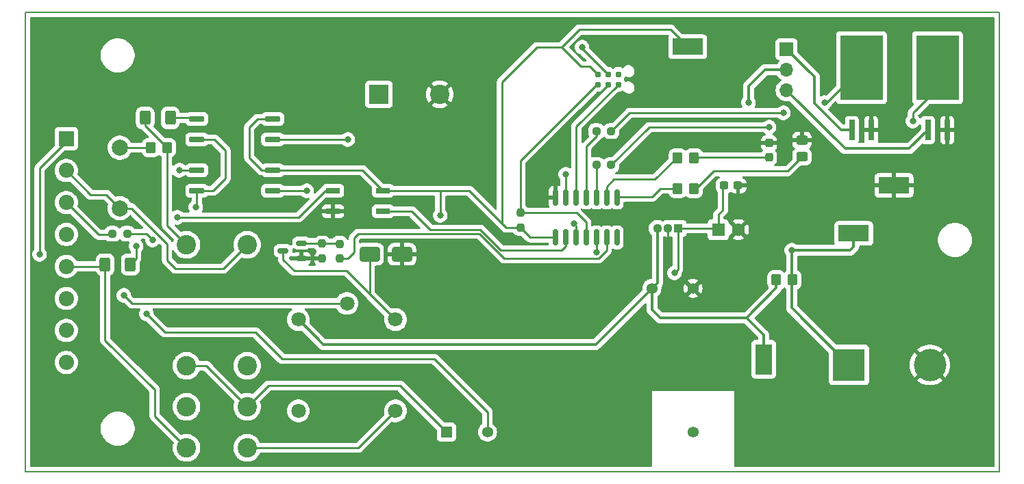
<source format=gtl>
%TF.GenerationSoftware,KiCad,Pcbnew,7.0.0-1.fc36*%
%TF.CreationDate,2023-03-23T22:09:31-05:00*%
%TF.ProjectId,2275Mod,32323735-4d6f-4642-9e6b-696361645f70,rev?*%
%TF.SameCoordinates,Original*%
%TF.FileFunction,Copper,L1,Top*%
%TF.FilePolarity,Positive*%
%FSLAX46Y46*%
G04 Gerber Fmt 4.6, Leading zero omitted, Abs format (unit mm)*
G04 Created by KiCad (PCBNEW 7.0.0-1.fc36) date 2023-03-23 22:09:31*
%MOMM*%
%LPD*%
G01*
G04 APERTURE LIST*
G04 Aperture macros list*
%AMRoundRect*
0 Rectangle with rounded corners*
0 $1 Rounding radius*
0 $2 $3 $4 $5 $6 $7 $8 $9 X,Y pos of 4 corners*
0 Add a 4 corners polygon primitive as box body*
4,1,4,$2,$3,$4,$5,$6,$7,$8,$9,$2,$3,0*
0 Add four circle primitives for the rounded corners*
1,1,$1+$1,$2,$3*
1,1,$1+$1,$4,$5*
1,1,$1+$1,$6,$7*
1,1,$1+$1,$8,$9*
0 Add four rect primitives between the rounded corners*
20,1,$1+$1,$2,$3,$4,$5,0*
20,1,$1+$1,$4,$5,$6,$7,0*
20,1,$1+$1,$6,$7,$8,$9,0*
20,1,$1+$1,$8,$9,$2,$3,0*%
G04 Aperture macros list end*
%TA.AperFunction,NonConductor*%
%ADD10C,0.200000*%
%TD*%
%TA.AperFunction,SMDPad,CuDef*%
%ADD11RoundRect,0.250000X-0.350000X-0.450000X0.350000X-0.450000X0.350000X0.450000X-0.350000X0.450000X0*%
%TD*%
%TA.AperFunction,SMDPad,CuDef*%
%ADD12RoundRect,0.250000X0.350000X0.450000X-0.350000X0.450000X-0.350000X-0.450000X0.350000X-0.450000X0*%
%TD*%
%TA.AperFunction,ComponentPad*%
%ADD13R,2.400000X2.400000*%
%TD*%
%TA.AperFunction,ComponentPad*%
%ADD14C,2.400000*%
%TD*%
%TA.AperFunction,ComponentPad*%
%ADD15R,1.600000X1.600000*%
%TD*%
%TA.AperFunction,ComponentPad*%
%ADD16C,1.600000*%
%TD*%
%TA.AperFunction,SMDPad,CuDef*%
%ADD17RoundRect,0.237500X-0.250000X-0.237500X0.250000X-0.237500X0.250000X0.237500X-0.250000X0.237500X0*%
%TD*%
%TA.AperFunction,ComponentPad*%
%ADD18R,1.700000X1.700000*%
%TD*%
%TA.AperFunction,ComponentPad*%
%ADD19O,1.700000X1.700000*%
%TD*%
%TA.AperFunction,SMDPad,CuDef*%
%ADD20RoundRect,0.150000X0.512500X0.150000X-0.512500X0.150000X-0.512500X-0.150000X0.512500X-0.150000X0*%
%TD*%
%TA.AperFunction,ConnectorPad*%
%ADD21C,0.787400*%
%TD*%
%TA.AperFunction,ComponentPad*%
%ADD22R,1.358000X1.358000*%
%TD*%
%TA.AperFunction,ComponentPad*%
%ADD23C,1.358000*%
%TD*%
%TA.AperFunction,SMDPad,CuDef*%
%ADD24RoundRect,0.250000X-0.450000X0.325000X-0.450000X-0.325000X0.450000X-0.325000X0.450000X0.325000X0*%
%TD*%
%TA.AperFunction,SMDPad,CuDef*%
%ADD25RoundRect,0.237500X-0.237500X0.250000X-0.237500X-0.250000X0.237500X-0.250000X0.237500X0.250000X0*%
%TD*%
%TA.AperFunction,SMDPad,CuDef*%
%ADD26R,3.800000X2.030000*%
%TD*%
%TA.AperFunction,SMDPad,CuDef*%
%ADD27R,2.030000X3.800000*%
%TD*%
%TA.AperFunction,ComponentPad*%
%ADD28R,4.000000X4.000000*%
%TD*%
%TA.AperFunction,ComponentPad*%
%ADD29C,4.000000*%
%TD*%
%TA.AperFunction,SMDPad,CuDef*%
%ADD30R,0.711200X2.514600*%
%TD*%
%TA.AperFunction,SMDPad,CuDef*%
%ADD31R,5.308600X8.026400*%
%TD*%
%TA.AperFunction,SMDPad,CuDef*%
%ADD32R,1.725000X0.650000*%
%TD*%
%TA.AperFunction,SMDPad,CuDef*%
%ADD33RoundRect,0.250000X-0.400000X-0.625000X0.400000X-0.625000X0.400000X0.625000X-0.400000X0.625000X0*%
%TD*%
%TA.AperFunction,SMDPad,CuDef*%
%ADD34RoundRect,0.237500X-0.300000X-0.237500X0.300000X-0.237500X0.300000X0.237500X-0.300000X0.237500X0*%
%TD*%
%TA.AperFunction,SMDPad,CuDef*%
%ADD35RoundRect,0.032000X-0.888000X-0.288000X0.888000X-0.288000X0.888000X0.288000X-0.888000X0.288000X0*%
%TD*%
%TA.AperFunction,ComponentPad*%
%ADD36R,1.120000X1.120000*%
%TD*%
%TA.AperFunction,ComponentPad*%
%ADD37C,1.120000*%
%TD*%
%TA.AperFunction,SMDPad,CuDef*%
%ADD38RoundRect,0.150000X0.150000X-0.825000X0.150000X0.825000X-0.150000X0.825000X-0.150000X-0.825000X0*%
%TD*%
%TA.AperFunction,SMDPad,CuDef*%
%ADD39RoundRect,0.250000X-1.000000X-0.650000X1.000000X-0.650000X1.000000X0.650000X-1.000000X0.650000X0*%
%TD*%
%TA.AperFunction,ComponentPad*%
%ADD40C,1.808000*%
%TD*%
%TA.AperFunction,ComponentPad*%
%ADD41C,2.000000*%
%TD*%
%TA.AperFunction,ComponentPad*%
%ADD42R,1.874000X1.874000*%
%TD*%
%TA.AperFunction,ComponentPad*%
%ADD43C,1.874000*%
%TD*%
%TA.AperFunction,SMDPad,CuDef*%
%ADD44RoundRect,0.237500X-0.237500X0.287500X-0.237500X-0.287500X0.237500X-0.287500X0.237500X0.287500X0*%
%TD*%
%TA.AperFunction,ViaPad*%
%ADD45C,0.800000*%
%TD*%
%TA.AperFunction,Conductor*%
%ADD46C,0.250000*%
%TD*%
%TA.AperFunction,Conductor*%
%ADD47C,0.350000*%
%TD*%
G04 APERTURE END LIST*
D10*
X102108000Y-71120000D02*
X222504000Y-71120000D01*
X222504000Y-71120000D02*
X222504000Y-128016000D01*
X222504000Y-128016000D02*
X102108000Y-128016000D01*
X102108000Y-128016000D02*
X102108000Y-71120000D01*
D11*
%TO.P,R202,1*%
%TO.N,Net-(U200-RC1)*%
X182769000Y-89154000D03*
%TO.P,R202,2*%
%TO.N,Net-(D200-A)*%
X184769000Y-89154000D03*
%TD*%
D12*
%TO.P,R204,1*%
%TO.N,Net-(D201-A)*%
X184769000Y-92964000D03*
%TO.P,R204,2*%
%TO.N,Net-(U200-RC2)*%
X182769000Y-92964000D03*
%TD*%
D13*
%TO.P,C2,1*%
%TO.N,+24V*%
X145839245Y-81279999D03*
D14*
%TO.P,C2,2*%
%TO.N,GND*%
X153339246Y-81280000D03*
%TD*%
D15*
%TO.P,C3,1*%
%TO.N,+5V*%
X187770887Y-98043999D03*
D16*
%TO.P,C3,2*%
%TO.N,GND*%
X190270888Y-98044000D03*
%TD*%
D17*
%TO.P,R201,1*%
%TO.N,Net-(U200-RC0)*%
X172720000Y-90043000D03*
%TO.P,R201,2*%
%TO.N,Net-(Q201-B)*%
X174545000Y-90043000D03*
%TD*%
D12*
%TO.P,R1,1*%
%TO.N,/UTIL*%
X119634000Y-87884000D03*
%TO.P,R1,2*%
%TO.N,Net-(C1-Pad1)*%
X117634000Y-87884000D03*
%TD*%
D18*
%TO.P,J201,1,Pin_1*%
%TO.N,/MCU/Close*%
X196214999Y-75691999D03*
D19*
%TO.P,J201,2,Pin_2*%
%TO.N,/MCU/BLP*%
X196214999Y-78231999D03*
%TO.P,J201,3,Pin_3*%
%TO.N,/MCU/Open*%
X196214999Y-80771999D03*
%TD*%
D20*
%TO.P,q1,1,E*%
%TO.N,GND*%
X136271000Y-101600000D03*
%TO.P,q1,2,B*%
%TO.N,Net-(q1-B)*%
X136271000Y-99700000D03*
%TO.P,q1,3,C*%
%TO.N,Net-(D1-K)*%
X133996000Y-100650000D03*
%TD*%
D21*
%TO.P,J2,1,~{RESET}*%
%TO.N,/MCU/MCLR*%
X172872400Y-80060800D03*
%TO.P,J2,2,VDD*%
%TO.N,+5V*%
X172872400Y-78790800D03*
%TO.P,J2,3,GND*%
%TO.N,GND*%
X174142400Y-80060800D03*
%TO.P,J2,4,DATA*%
%TO.N,/MCU/DAT*%
X174142400Y-78790800D03*
%TO.P,J2,5,CLK*%
%TO.N,/MCU/CLK*%
X175412400Y-80060800D03*
%TO.P,J2,6,NC*%
%TO.N,unconnected-(J2-NC-Pad6)*%
X175412400Y-78790800D03*
%TD*%
D22*
%TO.P,PS1,1,VAC_IN(L)*%
%TO.N,Net-(PS1-VAC_IN(L))*%
X154167499Y-123104499D03*
D23*
%TO.P,PS1,2,VAC_IN(N)*%
%TO.N,Earth*%
X159247500Y-123104500D03*
%TO.P,PS1,3,NC*%
%TO.N,unconnected-(PS1-NC-Pad3)*%
X184647500Y-123104500D03*
%TO.P,PS1,4,-VOUT*%
%TO.N,GND*%
X184647500Y-105324500D03*
%TO.P,PS1,5,+VOUT*%
%TO.N,+24V*%
X179567500Y-105324500D03*
%TD*%
D24*
%TO.P,D201,1,K*%
%TO.N,GND*%
X198120000Y-86977000D03*
%TO.P,D201,2,A*%
%TO.N,Net-(D201-A)*%
X198120000Y-89027000D03*
%TD*%
D14*
%TO.P,K1,1,1*%
%TO.N,/UTIL*%
X122047000Y-99917000D03*
%TO.P,K1,2,2*%
%TO.N,/L2*%
X129540000Y-99917000D03*
%TO.P,K1,3,3*%
%TO.N,unconnected-(K1-Pad3)*%
X129540000Y-114903000D03*
%TO.P,K1,4,4*%
%TO.N,Net-(PS1-VAC_IN(L))*%
X129540000Y-119983000D03*
%TO.P,K1,5,5*%
%TO.N,/UTIL*%
X129540000Y-125063000D03*
%TO.P,K1,6,6*%
%TO.N,Net-(PS1-VAC_IN(L))*%
X122047000Y-114903000D03*
%TO.P,K1,7,7*%
%TO.N,unconnected-(K1-Pad7)*%
X122047000Y-119983000D03*
%TO.P,K1,8,8*%
%TO.N,/G_L1*%
X122047000Y-125063000D03*
%TD*%
D25*
%TO.P,R5,1*%
%TO.N,Net-(q1-B)*%
X138811000Y-99775000D03*
%TO.P,R5,2*%
%TO.N,GND*%
X138811000Y-101600000D03*
%TD*%
%TO.P,R6,1*%
%TO.N,Net-(q1-B)*%
X140970000Y-99798500D03*
%TO.P,R6,2*%
%TO.N,TEST_ON*%
X140970000Y-101623500D03*
%TD*%
D17*
%TO.P,R2,1*%
%TO.N,TEST*%
X112879500Y-98552000D03*
%TO.P,R2,2*%
%TO.N,Net-(IC1-ANODE)*%
X114704500Y-98552000D03*
%TD*%
D26*
%TO.P,TP3,TP*%
%TO.N,GND*%
X209499199Y-92557599D03*
%TD*%
D27*
%TO.P,TP1,TP*%
%TO.N,+24V*%
X193395599Y-114096799D03*
%TD*%
D28*
%TO.P,C201,1*%
%TO.N,/MCU/BLP*%
X203928629Y-114807999D03*
D29*
%TO.P,C201,2*%
%TO.N,GND*%
X213928630Y-114808000D03*
%TD*%
D30*
%TO.P,Q201,1,C*%
%TO.N,/MCU/Open*%
X213683999Y-85712299D03*
D31*
%TO.P,Q201,2,B*%
%TO.N,Net-(Q201-B)*%
X214883999Y-77977999D03*
D30*
%TO.P,Q201,3,E*%
%TO.N,GND*%
X216083999Y-85712299D03*
%TD*%
D32*
%TO.P,IC1,1,ANODE*%
%TO.N,Net-(IC1-ANODE)*%
X140167999Y-93217999D03*
%TO.P,IC1,2,CATHODE*%
%TO.N,GND*%
X140167999Y-95757999D03*
%TO.P,IC1,3,EMITTER*%
%TO.N,TESTING*%
X146343999Y-95757999D03*
%TO.P,IC1,4,COLLECTOR*%
%TO.N,+5V*%
X146343999Y-93217999D03*
%TD*%
D33*
%TO.P,R3,1*%
%TO.N,/UTIL*%
X116941000Y-84201000D03*
%TO.P,R3,2*%
%TO.N,Net-(R3-Pad2)*%
X120041000Y-84201000D03*
%TD*%
D11*
%TO.P,R205,1*%
%TO.N,+24V*%
X194961000Y-104267000D03*
%TO.P,R205,2*%
%TO.N,/MCU/BLP*%
X196961000Y-104267000D03*
%TD*%
D34*
%TO.P,C200,1*%
%TO.N,+5V*%
X188494500Y-92583000D03*
%TO.P,C200,2*%
%TO.N,GND*%
X190219500Y-92583000D03*
%TD*%
D26*
%TO.P,TP4,TP*%
%TO.N,/MCU/BLP*%
X204520799Y-98501199D03*
%TD*%
D35*
%TO.P,U2,1,1*%
%TO.N,Net-(R3-Pad2)*%
X123331000Y-84328000D03*
%TO.P,U2,2,2*%
%TO.N,Earth*%
X123331000Y-86868000D03*
%TO.P,U2,3,3*%
%TO.N,UTIL_sig*%
X132701000Y-86868000D03*
%TO.P,U2,4,4*%
%TO.N,+5V*%
X132701000Y-84328000D03*
%TD*%
%TO.P,U3,1,1*%
%TO.N,Net-(R4-Pad2)*%
X123331000Y-90678000D03*
%TO.P,U3,2,2*%
%TO.N,Earth*%
X123331000Y-93218000D03*
%TO.P,U3,3,3*%
%TO.N,GEN_sig*%
X132701000Y-93218000D03*
%TO.P,U3,4,4*%
%TO.N,+5V*%
X132701000Y-90678000D03*
%TD*%
D36*
%TO.P,U1,1,OUT*%
%TO.N,+5V*%
X182796249Y-97885499D03*
D37*
%TO.P,U1,2,GND*%
%TO.N,GND*%
X181526250Y-97885500D03*
%TO.P,U1,3,IN*%
%TO.N,+24V*%
X180256250Y-97885500D03*
%TD*%
D17*
%TO.P,R200,1*%
%TO.N,Net-(U200-RA2)*%
X172720000Y-85852000D03*
%TO.P,R200,2*%
%TO.N,Net-(Q200-B)*%
X174545000Y-85852000D03*
%TD*%
D38*
%TO.P,U200,1,VDD*%
%TO.N,+5V*%
X167640000Y-98995000D03*
%TO.P,U200,2,RA5*%
%TO.N,TESTING*%
X168910000Y-98995000D03*
%TO.P,U200,3,RA4*%
%TO.N,UTIL_sig*%
X170180000Y-98995000D03*
%TO.P,U200,4,\u002AMCLR/VPP/RA3*%
%TO.N,/MCU/MCLR*%
X171450000Y-98995000D03*
%TO.P,U200,5,RC5*%
%TO.N,GEN_sig*%
X172720000Y-98995000D03*
%TO.P,U200,6,RC4*%
%TO.N,TEST_ON*%
X173990000Y-98995000D03*
%TO.P,U200,7,RC3*%
%TO.N,unconnected-(U200-RC3-Pad7)*%
X175260000Y-98995000D03*
%TO.P,U200,8,RC2*%
%TO.N,Net-(U200-RC2)*%
X175260000Y-94045000D03*
%TO.P,U200,9,RC1*%
%TO.N,Net-(U200-RC1)*%
X173990000Y-94045000D03*
%TO.P,U200,10,RC0*%
%TO.N,Net-(U200-RC0)*%
X172720000Y-94045000D03*
%TO.P,U200,11,RA2*%
%TO.N,Net-(U200-RA2)*%
X171450000Y-94045000D03*
%TO.P,U200,12,RA1/ICSPCLK*%
%TO.N,/MCU/CLK*%
X170180000Y-94045000D03*
%TO.P,U200,13,RA0/ICSPDAT*%
%TO.N,/MCU/DAT*%
X168910000Y-94045000D03*
%TO.P,U200,14,VSS*%
%TO.N,GND*%
X167640000Y-94045000D03*
%TD*%
D30*
%TO.P,Q200,1,C*%
%TO.N,/MCU/Close*%
X204285999Y-85712299D03*
D31*
%TO.P,Q200,2,B*%
%TO.N,Net-(Q200-B)*%
X205485999Y-77977999D03*
D30*
%TO.P,Q200,3,E*%
%TO.N,GND*%
X206685999Y-85712299D03*
%TD*%
D39*
%TO.P,D1,1,K*%
%TO.N,Net-(D1-K)*%
X144685000Y-101092000D03*
%TO.P,D1,2,A*%
%TO.N,GND*%
X148685000Y-101092000D03*
%TD*%
D40*
%TO.P,K2,1,1*%
%TO.N,/L1*%
X141876500Y-107177602D03*
%TO.P,K2,2,2*%
%TO.N,+24V*%
X135876501Y-109177604D03*
%TO.P,K2,3,3*%
%TO.N,unconnected-(K2-Pad3)*%
X135876501Y-120477599D03*
%TO.P,K2,4,4*%
%TO.N,/UTIL*%
X147876499Y-120477599D03*
%TO.P,K2,5,5*%
%TO.N,Net-(D1-K)*%
X147876499Y-109177604D03*
%TD*%
D25*
%TO.P,R203,1*%
%TO.N,/MCU/MCLR*%
X163322000Y-95965000D03*
%TO.P,R203,2*%
%TO.N,+5V*%
X163322000Y-97790000D03*
%TD*%
D41*
%TO.P,C1,1*%
%TO.N,Net-(C1-Pad1)*%
X113792000Y-87884000D03*
%TO.P,C1,2*%
%TO.N,/L2*%
X113792000Y-95384000D03*
%TD*%
D33*
%TO.P,R4,1*%
%TO.N,/G_L1*%
X111988000Y-102362000D03*
%TO.P,R4,2*%
%TO.N,Net-(R4-Pad2)*%
X115088000Y-102362000D03*
%TD*%
D26*
%TO.P,TP2,TP*%
%TO.N,+5V*%
X183997599Y-75387199D03*
%TD*%
D42*
%TO.P,J1,1,1*%
%TO.N,/L1*%
X107185999Y-86757499D03*
D43*
%TO.P,J1,2,2*%
%TO.N,/L2*%
X107186000Y-90717500D03*
%TO.P,J1,3,3*%
%TO.N,TEST*%
X107186000Y-94677500D03*
%TO.P,J1,4,4*%
%TO.N,+24V*%
X107186000Y-98637500D03*
%TO.P,J1,5,5*%
%TO.N,/G_L1*%
X107186000Y-102597500D03*
%TO.P,J1,6,6*%
%TO.N,unconnected-(J1-Pad6)*%
X107186000Y-106557500D03*
%TO.P,J1,7,7*%
%TO.N,unconnected-(J1-Pad7)*%
X107186000Y-110517500D03*
%TO.P,J1,8,8*%
%TO.N,Earth*%
X107186000Y-114477500D03*
%TD*%
D44*
%TO.P,D200,1,K*%
%TO.N,GND*%
X194056000Y-87327000D03*
%TO.P,D200,2,A*%
%TO.N,Net-(D200-A)*%
X194056000Y-89077000D03*
%TD*%
D45*
%TO.N,/L1*%
X103886000Y-101092000D03*
X114300000Y-106172000D03*
%TO.N,Earth*%
X117094000Y-108458000D03*
X123190000Y-95250000D03*
%TO.N,GND*%
X137668000Y-100838000D03*
X133400800Y-76098400D03*
X106019600Y-119989600D03*
X200152000Y-93370400D03*
X181610000Y-101600000D03*
X165608000Y-90932000D03*
X168910000Y-118364000D03*
X106172000Y-77622400D03*
X129997200Y-104190800D03*
X122174000Y-75895200D03*
X219608400Y-89611200D03*
X157784800Y-106984800D03*
%TO.N,+5V*%
X153416000Y-96266000D03*
X182372000Y-103378000D03*
%TO.N,/MCU/DAT*%
X168910000Y-91186000D03*
X170942000Y-75438000D03*
%TO.N,/MCU/BLP*%
X191516000Y-82296000D03*
X196850000Y-100584000D03*
%TO.N,Net-(IC1-ANODE)*%
X120899701Y-96515701D03*
X117856000Y-99314000D03*
%TO.N,Net-(Q200-B)*%
X200914000Y-82296000D03*
X195834000Y-83566000D03*
%TO.N,Net-(Q201-B)*%
X194056000Y-85344000D03*
X211836000Y-84582000D03*
%TO.N,Net-(R4-Pad2)*%
X121158000Y-90678000D03*
X115824000Y-100076000D03*
%TO.N,UTIL_sig*%
X141986000Y-86868000D03*
X169926000Y-97282000D03*
%TO.N,GEN_sig*%
X136906000Y-93218000D03*
X172715701Y-100833701D03*
%TD*%
D46*
%TO.N,/L1*%
X103886000Y-101092000D02*
X103886000Y-90424000D01*
X141876500Y-107177602D02*
X115305602Y-107177602D01*
X103886000Y-90424000D02*
X107186000Y-87124000D01*
X107186000Y-87124000D02*
X107186000Y-86757500D01*
X115305602Y-107177602D02*
X114300000Y-106172000D01*
%TO.N,Net-(C1-Pad1)*%
X113792000Y-87884000D02*
X117634000Y-87884000D01*
D47*
%TO.N,+24V*%
X135876501Y-109177604D02*
X138966897Y-112268000D01*
X180256250Y-97885500D02*
X180256250Y-104635750D01*
X194961000Y-105267000D02*
X194961000Y-104267000D01*
X179567500Y-107939500D02*
X180594000Y-108966000D01*
X172624000Y-112268000D02*
X179567500Y-105324500D01*
X138966897Y-112268000D02*
X172624000Y-112268000D01*
X193395600Y-114096800D02*
X193395600Y-111099600D01*
X180594000Y-108966000D02*
X191262000Y-108966000D01*
X191262000Y-108966000D02*
X194961000Y-105267000D01*
X193395600Y-111099600D02*
X191262000Y-108966000D01*
X180256250Y-104635750D02*
X179567500Y-105324500D01*
X179567500Y-105324500D02*
X179567500Y-107939500D01*
D46*
%TO.N,/G_L1*%
X111988000Y-111734000D02*
X111988000Y-102362000D01*
X111752500Y-102597500D02*
X111988000Y-102362000D01*
X107186000Y-102597500D02*
X111752500Y-102597500D01*
X122047000Y-125063000D02*
X118110000Y-121126000D01*
X118110000Y-121126000D02*
X118110000Y-117856000D01*
X118110000Y-117856000D02*
X111988000Y-111734000D01*
%TO.N,Earth*%
X126873000Y-88265000D02*
X126873000Y-91694000D01*
X130556000Y-110744000D02*
X119380000Y-110744000D01*
X123331000Y-95109000D02*
X123190000Y-95250000D01*
X159247500Y-123104500D02*
X159247500Y-120639500D01*
X152654000Y-114046000D02*
X133858000Y-114046000D01*
X125349000Y-93218000D02*
X123331000Y-93218000D01*
X126873000Y-91694000D02*
X125349000Y-93218000D01*
X119380000Y-110744000D02*
X117094000Y-108458000D01*
X125476000Y-86868000D02*
X126873000Y-88265000D01*
X133858000Y-114046000D02*
X130556000Y-110744000D01*
X123331000Y-93218000D02*
X123331000Y-95109000D01*
X159247500Y-120639500D02*
X152654000Y-114046000D01*
X123331000Y-86868000D02*
X125476000Y-86868000D01*
%TO.N,/MCU/MCLR*%
X163322000Y-89508204D02*
X163322000Y-95965000D01*
X172872400Y-80060800D02*
X172770800Y-80060800D01*
X170122000Y-82709600D02*
X170120604Y-82709600D01*
X170120604Y-82709600D02*
X163322000Y-89508204D01*
X171450000Y-98995000D02*
X171450000Y-97155000D01*
X170260000Y-95965000D02*
X163322000Y-95965000D01*
X171450000Y-97155000D02*
X170260000Y-95965000D01*
X172770800Y-80060800D02*
X170122000Y-82709600D01*
%TO.N,GND*%
X181526250Y-101516250D02*
X181610000Y-101600000D01*
X138811000Y-101600000D02*
X138430000Y-101600000D01*
X165608000Y-88595200D02*
X165608000Y-90932000D01*
X174142400Y-80060800D02*
X165608000Y-88595200D01*
X181526250Y-97885500D02*
X181526250Y-101516250D01*
%TO.N,Net-(D1-K)*%
X135382000Y-103124000D02*
X141822896Y-103124000D01*
X133996000Y-101738000D02*
X135382000Y-103124000D01*
X141822896Y-103124000D02*
X144825448Y-106126552D01*
X144825448Y-106126552D02*
X144685000Y-105986105D01*
X144685000Y-105986105D02*
X144685000Y-101092000D01*
X147876499Y-109177604D02*
X144825448Y-106126552D01*
X133996000Y-100650000D02*
X133996000Y-101738000D01*
%TO.N,+5V*%
X163322000Y-97790000D02*
X161544000Y-97790000D01*
X187770888Y-96201112D02*
X188341000Y-95631000D01*
X188341000Y-95631000D02*
X188341000Y-92736500D01*
X182796250Y-97885500D02*
X182796250Y-102953750D01*
X132701000Y-84328000D02*
X130810000Y-84328000D01*
X182796250Y-102953750D02*
X182372000Y-103378000D01*
X153416000Y-96266000D02*
X153416000Y-93218000D01*
X188341000Y-92736500D02*
X188494500Y-92583000D01*
X153416000Y-93218000D02*
X156972000Y-93218000D01*
X170586400Y-73253600D02*
X181864000Y-73253600D01*
X182796250Y-97885500D02*
X187612388Y-97885500D01*
X146344000Y-93218000D02*
X153416000Y-93218000D01*
X165354000Y-75438000D02*
X168402000Y-75438000D01*
X164527000Y-98995000D02*
X163322000Y-97790000D01*
X131318000Y-90678000D02*
X132701000Y-90678000D01*
X161036000Y-97282000D02*
X161036000Y-79756000D01*
X171907200Y-77825600D02*
X170789600Y-77825600D01*
X161036000Y-79756000D02*
X165354000Y-75438000D01*
X130810000Y-84328000D02*
X129794000Y-85344000D01*
X161544000Y-97790000D02*
X161036000Y-97282000D01*
X132701000Y-90678000D02*
X143804000Y-90678000D01*
X187612388Y-97885500D02*
X187770888Y-98044000D01*
X181864000Y-73253600D02*
X183997600Y-75387200D01*
X172872400Y-78790800D02*
X171907200Y-77825600D01*
X129794000Y-89154000D02*
X131318000Y-90678000D01*
X167640000Y-98995000D02*
X164527000Y-98995000D01*
X129794000Y-85344000D02*
X129794000Y-89154000D01*
X143804000Y-90678000D02*
X146344000Y-93218000D01*
X170789600Y-77825600D02*
X168402000Y-75438000D01*
X168402000Y-75438000D02*
X170586400Y-73253600D01*
X187770888Y-98044000D02*
X187770888Y-96201112D01*
X156972000Y-93218000D02*
X161544000Y-97790000D01*
%TO.N,/MCU/DAT*%
X168910000Y-91186000D02*
X168910000Y-94045000D01*
X170942000Y-75590400D02*
X174142400Y-78790800D01*
X170942000Y-75438000D02*
X170942000Y-75590400D01*
%TO.N,/MCU/CLK*%
X175412400Y-80060800D02*
X170230800Y-85242400D01*
X170230800Y-85242400D02*
X170230800Y-93994200D01*
X170230800Y-93994200D02*
X170180000Y-94045000D01*
%TO.N,Net-(D200-A)*%
X185354000Y-89077000D02*
X184769000Y-89662000D01*
X194056000Y-89077000D02*
X185354000Y-89077000D01*
%TO.N,Net-(D201-A)*%
X185039000Y-92964000D02*
X187198000Y-90805000D01*
X187198000Y-90805000D02*
X196342000Y-90805000D01*
X184769000Y-92964000D02*
X185039000Y-92964000D01*
X196342000Y-90805000D02*
X198120000Y-89027000D01*
%TO.N,TEST*%
X107186000Y-94677500D02*
X111187500Y-98679000D01*
X111187500Y-98679000D02*
X112752500Y-98679000D01*
X112752500Y-98679000D02*
X112879500Y-98552000D01*
%TO.N,/L2*%
X110194500Y-93726000D02*
X112134000Y-93726000D01*
X112134000Y-93726000D02*
X113792000Y-95384000D01*
X115206213Y-95384000D02*
X119634000Y-99811787D01*
X107186000Y-90717500D02*
X110194500Y-93726000D01*
X119634000Y-101854000D02*
X120650000Y-102870000D01*
X113792000Y-95384000D02*
X115206213Y-95384000D01*
X126587000Y-102870000D02*
X129540000Y-99917000D01*
X119634000Y-99811787D02*
X119634000Y-101854000D01*
X120650000Y-102870000D02*
X126587000Y-102870000D01*
D47*
%TO.N,/MCU/BLP*%
X204520800Y-100126800D02*
X204520800Y-98501200D01*
X196850000Y-100584000D02*
X196850000Y-104156000D01*
X204063600Y-100584000D02*
X204520800Y-100126800D01*
X196215000Y-78232000D02*
X193548000Y-78232000D01*
X203928630Y-114808000D02*
X196850000Y-107729370D01*
X196850000Y-100584000D02*
X204063600Y-100584000D01*
X196850000Y-107729370D02*
X196850000Y-104378000D01*
X191516000Y-80264000D02*
X191516000Y-82296000D01*
D46*
X196850000Y-104378000D02*
X196961000Y-104267000D01*
D47*
X193548000Y-78232000D02*
X191516000Y-80264000D01*
D46*
X196850000Y-104156000D02*
X196961000Y-104267000D01*
%TO.N,Net-(IC1-ANODE)*%
X139192000Y-93218000D02*
X135890000Y-96520000D01*
X117856000Y-99314000D02*
X117094000Y-98552000D01*
X140168000Y-93218000D02*
X139192000Y-93218000D01*
X135890000Y-96520000D02*
X120904000Y-96520000D01*
X117094000Y-98552000D02*
X114704500Y-98552000D01*
X120904000Y-96520000D02*
X120899701Y-96515701D01*
D47*
%TO.N,/MCU/Close*%
X196215000Y-75692000D02*
X199644000Y-79121000D01*
X202933300Y-85712300D02*
X204286000Y-85712300D01*
X199644000Y-82423000D02*
X202933300Y-85712300D01*
X199644000Y-79121000D02*
X199644000Y-82423000D01*
%TO.N,/MCU/Open*%
X196215000Y-80772000D02*
X203454000Y-88011000D01*
X203454000Y-88011000D02*
X211385300Y-88011000D01*
X211385300Y-88011000D02*
X213684000Y-85712300D01*
D46*
%TO.N,TESTING*%
X168402000Y-100584000D02*
X168910000Y-100076000D01*
X168910000Y-100076000D02*
X168910000Y-98995000D01*
X152146000Y-98044000D02*
X158370396Y-98044000D01*
X146344000Y-95758000D02*
X149860000Y-95758000D01*
X158370396Y-98044000D02*
X160910396Y-100584000D01*
X149860000Y-95758000D02*
X152146000Y-98044000D01*
X160910396Y-100584000D02*
X168402000Y-100584000D01*
%TO.N,Net-(PS1-VAC_IN(L))*%
X122047000Y-114903000D02*
X124460000Y-114903000D01*
X124460000Y-114903000D02*
X129540000Y-119983000D01*
X132175000Y-117348000D02*
X148411000Y-117348000D01*
X148411000Y-117348000D02*
X154167500Y-123104500D01*
X129540000Y-119983000D02*
X132175000Y-117348000D01*
%TO.N,/UTIL*%
X143291098Y-125063000D02*
X147876499Y-120477599D01*
X119634000Y-87884000D02*
X119634000Y-97504000D01*
X119634000Y-87884000D02*
X116941000Y-85191000D01*
X119634000Y-97504000D02*
X122047000Y-99917000D01*
X129540000Y-125063000D02*
X143291098Y-125063000D01*
X116941000Y-85191000D02*
X116941000Y-84201000D01*
%TO.N,Net-(q1-B)*%
X138811000Y-99775000D02*
X140946500Y-99775000D01*
X136271000Y-99700000D02*
X138736000Y-99700000D01*
X140946500Y-99775000D02*
X140970000Y-99798500D01*
X138736000Y-99700000D02*
X138811000Y-99775000D01*
%TO.N,Net-(Q200-B)*%
X176831000Y-83566000D02*
X174545000Y-85852000D01*
X195834000Y-83566000D02*
X176831000Y-83566000D01*
X200914000Y-82296000D02*
X201168000Y-82296000D01*
X201168000Y-82296000D02*
X205486000Y-77978000D01*
%TO.N,Net-(Q201-B)*%
X211836000Y-84582000D02*
X211836000Y-83566000D01*
X194056000Y-85344000D02*
X179244000Y-85344000D01*
X211836000Y-83566000D02*
X214884000Y-80518000D01*
X179244000Y-85344000D02*
X174545000Y-90043000D01*
X214884000Y-80518000D02*
X214884000Y-77978000D01*
%TO.N,Net-(R3-Pad2)*%
X123204000Y-84201000D02*
X123331000Y-84328000D01*
X120041000Y-84201000D02*
X123204000Y-84201000D01*
%TO.N,Net-(R4-Pad2)*%
X115824000Y-100076000D02*
X115824000Y-101626000D01*
X123331000Y-90678000D02*
X121158000Y-90678000D01*
X115824000Y-101626000D02*
X115088000Y-102362000D01*
%TO.N,TEST_ON*%
X173990000Y-100584000D02*
X173990000Y-98995000D01*
X142748000Y-99060000D02*
X143256000Y-98552000D01*
X143256000Y-98552000D02*
X158242000Y-98552000D01*
X141962500Y-101623500D02*
X142748000Y-100838000D01*
X158242000Y-98552000D02*
X161290000Y-101600000D01*
X142748000Y-100838000D02*
X142748000Y-99060000D01*
X161290000Y-101600000D02*
X172974000Y-101600000D01*
X140970000Y-101623500D02*
X141962500Y-101623500D01*
X172974000Y-101600000D02*
X173990000Y-100584000D01*
%TO.N,Net-(U200-RA2)*%
X172720000Y-86487000D02*
X171450000Y-87757000D01*
X172720000Y-85852000D02*
X172720000Y-86487000D01*
X171450000Y-87757000D02*
X171450000Y-94045000D01*
%TO.N,Net-(U200-RC0)*%
X172720000Y-90043000D02*
X172720000Y-94045000D01*
%TO.N,Net-(U200-RC1)*%
X182626000Y-89154000D02*
X179959000Y-91821000D01*
X174879000Y-91821000D02*
X173990000Y-92710000D01*
X179959000Y-91821000D02*
X174879000Y-91821000D01*
X173990000Y-92710000D02*
X173990000Y-94045000D01*
X182769000Y-89154000D02*
X182626000Y-89154000D01*
%TO.N,Net-(U200-RC2)*%
X179578000Y-93980000D02*
X175325000Y-93980000D01*
X175325000Y-93980000D02*
X175260000Y-94045000D01*
X180594000Y-92964000D02*
X179578000Y-93980000D01*
X182769000Y-92964000D02*
X180594000Y-92964000D01*
%TO.N,UTIL_sig*%
X170180000Y-97536000D02*
X169926000Y-97282000D01*
X170180000Y-98995000D02*
X170180000Y-97536000D01*
X141986000Y-86868000D02*
X132701000Y-86868000D01*
%TO.N,GEN_sig*%
X132701000Y-93218000D02*
X136906000Y-93218000D01*
X172720000Y-100829402D02*
X172720000Y-98995000D01*
X172715701Y-100833701D02*
X172720000Y-100829402D01*
%TD*%
%TA.AperFunction,Conductor*%
%TO.N,GND*%
G36*
X137882980Y-100341223D02*
G01*
X137928086Y-100384402D01*
X137990660Y-100485850D01*
X137995771Y-100490961D01*
X138104982Y-100600172D01*
X138137076Y-100655759D01*
X138137076Y-100719946D01*
X138104983Y-100775534D01*
X137996161Y-100884356D01*
X137987260Y-100895613D01*
X137904340Y-101030047D01*
X137898274Y-101043055D01*
X137848447Y-101193424D01*
X137845631Y-101206580D01*
X137836319Y-101297723D01*
X137836000Y-101304000D01*
X137836000Y-101333674D01*
X137839450Y-101346549D01*
X137852326Y-101350000D01*
X138937000Y-101350000D01*
X138999000Y-101366613D01*
X139044387Y-101412000D01*
X139061000Y-101474000D01*
X139061000Y-101726000D01*
X139044387Y-101788000D01*
X138999000Y-101833387D01*
X138937000Y-101850000D01*
X137852327Y-101850000D01*
X137839451Y-101853450D01*
X137836001Y-101866326D01*
X137836001Y-101895997D01*
X137836321Y-101902279D01*
X137845630Y-101993412D01*
X137848449Y-102006581D01*
X137898274Y-102156944D01*
X137904340Y-102169952D01*
X137990355Y-102309403D01*
X138008787Y-102371795D01*
X137993095Y-102434931D01*
X137947596Y-102481433D01*
X137884817Y-102498500D01*
X137248033Y-102498500D01*
X137186240Y-102482007D01*
X137140886Y-102436914D01*
X137124035Y-102375217D01*
X137140171Y-102313330D01*
X137174052Y-102278855D01*
X137172176Y-102276436D01*
X137190574Y-102262164D01*
X137295664Y-102157074D01*
X137305155Y-102144838D01*
X137380810Y-102016912D01*
X137386958Y-102002705D01*
X137428192Y-101860776D01*
X137426786Y-101853706D01*
X137413644Y-101850000D01*
X135128356Y-101850000D01*
X135092405Y-101860139D01*
X135027438Y-101860776D01*
X134971066Y-101828475D01*
X134740436Y-101597845D01*
X134709598Y-101546622D01*
X134706315Y-101486922D01*
X134731350Y-101432625D01*
X134769807Y-101403282D01*
X134768898Y-101401744D01*
X134799747Y-101383500D01*
X134910365Y-101318081D01*
X134915884Y-101312561D01*
X134922045Y-101307783D01*
X134923530Y-101309698D01*
X134970029Y-101283343D01*
X135036153Y-101284951D01*
X135092044Y-101320324D01*
X135094356Y-101324915D01*
X135113732Y-101345875D01*
X135128356Y-101350000D01*
X136004674Y-101350000D01*
X136017549Y-101346549D01*
X136021000Y-101333674D01*
X136521000Y-101333674D01*
X136524450Y-101346549D01*
X136537326Y-101350000D01*
X137413644Y-101350000D01*
X137426786Y-101346293D01*
X137428192Y-101339223D01*
X137386958Y-101197294D01*
X137380810Y-101183087D01*
X137305155Y-101055161D01*
X137295664Y-101042925D01*
X137190574Y-100937835D01*
X137178338Y-100928344D01*
X137050412Y-100852689D01*
X137036205Y-100846541D01*
X136892079Y-100804668D01*
X136879673Y-100802402D01*
X136851576Y-100800191D01*
X136846697Y-100800000D01*
X136537326Y-100800000D01*
X136524450Y-100803450D01*
X136521000Y-100816326D01*
X136521000Y-101333674D01*
X136021000Y-101333674D01*
X136021000Y-100816326D01*
X136017549Y-100803450D01*
X136004674Y-100800000D01*
X135695303Y-100800000D01*
X135690423Y-100800191D01*
X135662326Y-100802402D01*
X135649920Y-100804668D01*
X135505794Y-100846541D01*
X135491587Y-100852689D01*
X135363657Y-100928346D01*
X135358999Y-100931960D01*
X135295638Y-100957334D01*
X135228447Y-100945335D01*
X135177785Y-100899598D01*
X135159000Y-100833980D01*
X135159000Y-100466657D01*
X135177785Y-100401038D01*
X135228449Y-100355301D01*
X135295641Y-100343303D01*
X135356052Y-100367498D01*
X135356635Y-100368081D01*
X135498102Y-100451744D01*
X135655931Y-100497598D01*
X135692806Y-100500500D01*
X136846749Y-100500500D01*
X136849194Y-100500500D01*
X136886069Y-100497598D01*
X137043898Y-100451744D01*
X137185365Y-100368081D01*
X137191627Y-100361818D01*
X137193177Y-100360782D01*
X137197045Y-100357783D01*
X137197257Y-100358056D01*
X137231855Y-100334939D01*
X137279308Y-100325500D01*
X137822548Y-100325500D01*
X137882980Y-100341223D01*
G37*
%TD.AperFunction*%
%TA.AperFunction,Conductor*%
G36*
X173580708Y-80757381D02*
G01*
X173608347Y-80777461D01*
X173643653Y-80817190D01*
X173659082Y-80868051D01*
X173651800Y-80920699D01*
X173623145Y-80965462D01*
X169843496Y-84745111D01*
X169835311Y-84752559D01*
X169828923Y-84756614D01*
X169823588Y-84762294D01*
X169823583Y-84762299D01*
X169782896Y-84805625D01*
X169780192Y-84808416D01*
X169763428Y-84825180D01*
X169763421Y-84825187D01*
X169760680Y-84827929D01*
X169758300Y-84830996D01*
X169758289Y-84831009D01*
X169758200Y-84831125D01*
X169750642Y-84839970D01*
X169726080Y-84866127D01*
X169726073Y-84866136D01*
X169720738Y-84871818D01*
X169716982Y-84878649D01*
X169716979Y-84878654D01*
X169711085Y-84889375D01*
X169700409Y-84905627D01*
X169692909Y-84915296D01*
X169692901Y-84915307D01*
X169688127Y-84921464D01*
X169685034Y-84928608D01*
X169685029Y-84928619D01*
X169670774Y-84961560D01*
X169665638Y-84972043D01*
X169650005Y-85000481D01*
X169644603Y-85010308D01*
X169642664Y-85017856D01*
X169642663Y-85017861D01*
X169639622Y-85029707D01*
X169633321Y-85048111D01*
X169628458Y-85059348D01*
X169628456Y-85059352D01*
X169625362Y-85066504D01*
X169624142Y-85074203D01*
X169624142Y-85074205D01*
X169618529Y-85109641D01*
X169616161Y-85121076D01*
X169607238Y-85155828D01*
X169607236Y-85155836D01*
X169605300Y-85163381D01*
X169605300Y-85171177D01*
X169605300Y-85183417D01*
X169603774Y-85202802D01*
X169600640Y-85222596D01*
X169601374Y-85230361D01*
X169601374Y-85230364D01*
X169604750Y-85266076D01*
X169605300Y-85277745D01*
X169605300Y-90334723D01*
X169587027Y-90399513D01*
X169537595Y-90445208D01*
X169471571Y-90458341D01*
X169408415Y-90435041D01*
X169367988Y-90405669D01*
X169367987Y-90405668D01*
X169362730Y-90401849D01*
X169350703Y-90396494D01*
X169195745Y-90327501D01*
X169195740Y-90327499D01*
X169189803Y-90324856D01*
X169183444Y-90323504D01*
X169183440Y-90323503D01*
X169011008Y-90286852D01*
X169011005Y-90286851D01*
X169004646Y-90285500D01*
X168815354Y-90285500D01*
X168808995Y-90286851D01*
X168808991Y-90286852D01*
X168636559Y-90323503D01*
X168636552Y-90323505D01*
X168630197Y-90324856D01*
X168624262Y-90327498D01*
X168624254Y-90327501D01*
X168463207Y-90399205D01*
X168463202Y-90399207D01*
X168457270Y-90401849D01*
X168452016Y-90405665D01*
X168452011Y-90405669D01*
X168309388Y-90509290D01*
X168309381Y-90509295D01*
X168304129Y-90513112D01*
X168299784Y-90517937D01*
X168299779Y-90517942D01*
X168181813Y-90648956D01*
X168181808Y-90648962D01*
X168177467Y-90653784D01*
X168174222Y-90659404D01*
X168174218Y-90659410D01*
X168086069Y-90812089D01*
X168086066Y-90812094D01*
X168082821Y-90817716D01*
X168080815Y-90823888D01*
X168080813Y-90823894D01*
X168026333Y-90991564D01*
X168026331Y-90991573D01*
X168024326Y-90997744D01*
X168023648Y-91004194D01*
X168023646Y-91004204D01*
X168009194Y-91141719D01*
X168004540Y-91186000D01*
X168005219Y-91192460D01*
X168023646Y-91367795D01*
X168023647Y-91367803D01*
X168024326Y-91374256D01*
X168026331Y-91380428D01*
X168026333Y-91380435D01*
X168078341Y-91540496D01*
X168082821Y-91554284D01*
X168086068Y-91559908D01*
X168086069Y-91559910D01*
X168153025Y-91675882D01*
X168177467Y-91718216D01*
X168181811Y-91723041D01*
X168181813Y-91723043D01*
X168252650Y-91801715D01*
X168276264Y-91840249D01*
X168284500Y-91884687D01*
X168284500Y-92539889D01*
X168267724Y-92602170D01*
X168221937Y-92647599D01*
X168159526Y-92663885D01*
X168097378Y-92646621D01*
X168056909Y-92622687D01*
X168042705Y-92616541D01*
X167900776Y-92575307D01*
X167893706Y-92576713D01*
X167890000Y-92589856D01*
X167890000Y-94171000D01*
X167873387Y-94233000D01*
X167828000Y-94278387D01*
X167766000Y-94295000D01*
X166856326Y-94295000D01*
X166843450Y-94298450D01*
X166840000Y-94311326D01*
X166840000Y-94933197D01*
X166840191Y-94938076D01*
X166842402Y-94966173D01*
X166844668Y-94978579D01*
X166886541Y-95122705D01*
X166892687Y-95136908D01*
X166901836Y-95152378D01*
X166919100Y-95214526D01*
X166902815Y-95276937D01*
X166857385Y-95322724D01*
X166795104Y-95339500D01*
X164264192Y-95339500D01*
X164203761Y-95323778D01*
X164158654Y-95280598D01*
X164146135Y-95260301D01*
X164146130Y-95260294D01*
X164142340Y-95254150D01*
X164020350Y-95132160D01*
X164014204Y-95128369D01*
X164014195Y-95128362D01*
X164006401Y-95123555D01*
X163963222Y-95078449D01*
X163947500Y-95018018D01*
X163947500Y-93778674D01*
X166840000Y-93778674D01*
X166843450Y-93791549D01*
X166856326Y-93795000D01*
X167373674Y-93795000D01*
X167386549Y-93791549D01*
X167390000Y-93778674D01*
X167390000Y-92589856D01*
X167386293Y-92576713D01*
X167379223Y-92575307D01*
X167237294Y-92616541D01*
X167223087Y-92622689D01*
X167095161Y-92698344D01*
X167082925Y-92707835D01*
X166977835Y-92812925D01*
X166968344Y-92825161D01*
X166892689Y-92953087D01*
X166886541Y-92967294D01*
X166844668Y-93111420D01*
X166842402Y-93123826D01*
X166840191Y-93151923D01*
X166840000Y-93156803D01*
X166840000Y-93778674D01*
X163947500Y-93778674D01*
X163947500Y-89818656D01*
X163956939Y-89771203D01*
X163983819Y-89730975D01*
X167242975Y-86471819D01*
X170502208Y-83212585D01*
X170506145Y-83209114D01*
X170508420Y-83207770D01*
X170522584Y-83193605D01*
X170537379Y-83180968D01*
X170553587Y-83169194D01*
X170581428Y-83135538D01*
X170589279Y-83126909D01*
X172724870Y-80991319D01*
X172765099Y-80964439D01*
X172812552Y-80955000D01*
X172959881Y-80955000D01*
X172966384Y-80955000D01*
X173150245Y-80915920D01*
X173321963Y-80839466D01*
X173434943Y-80757380D01*
X173482043Y-80736411D01*
X173533604Y-80736410D01*
X173580708Y-80757381D01*
G37*
%TD.AperFunction*%
%TA.AperFunction,Conductor*%
G36*
X221841500Y-71737113D02*
G01*
X221886887Y-71782500D01*
X221903500Y-71844500D01*
X221903500Y-127291500D01*
X221886887Y-127353500D01*
X221841500Y-127398887D01*
X221779500Y-127415500D01*
X189851500Y-127415500D01*
X189789500Y-127398887D01*
X189744113Y-127353500D01*
X189727500Y-127291500D01*
X189727500Y-118040826D01*
X189727500Y-118024500D01*
X179567500Y-118024500D01*
X179567500Y-118040826D01*
X179567500Y-127291500D01*
X179550887Y-127353500D01*
X179505500Y-127398887D01*
X179443500Y-127415500D01*
X102832500Y-127415500D01*
X102770500Y-127398887D01*
X102725113Y-127353500D01*
X102708500Y-127291500D01*
X102708500Y-122825678D01*
X111437500Y-122825678D01*
X111438075Y-122829862D01*
X111438076Y-122829875D01*
X111476051Y-123106158D01*
X111476053Y-123106168D01*
X111476629Y-123110358D01*
X111477768Y-123114424D01*
X111477771Y-123114437D01*
X111553015Y-123382986D01*
X111554156Y-123387058D01*
X111555837Y-123390929D01*
X111555841Y-123390939D01*
X111666950Y-123646738D01*
X111666953Y-123646745D01*
X111668639Y-123650625D01*
X111817945Y-123896147D01*
X111820614Y-123899428D01*
X111820615Y-123899429D01*
X111989002Y-124106406D01*
X111999292Y-124119053D01*
X112209302Y-124315189D01*
X112212761Y-124317630D01*
X112212764Y-124317633D01*
X112284793Y-124368476D01*
X112444064Y-124480901D01*
X112699203Y-124613104D01*
X112969968Y-124709334D01*
X113251314Y-124767798D01*
X113466248Y-124782500D01*
X113607628Y-124782500D01*
X113609752Y-124782500D01*
X113824686Y-124767798D01*
X114106032Y-124709334D01*
X114376797Y-124613104D01*
X114631936Y-124480901D01*
X114866698Y-124315189D01*
X115076708Y-124119053D01*
X115258055Y-123896147D01*
X115407361Y-123650625D01*
X115521844Y-123387058D01*
X115599371Y-123110358D01*
X115638500Y-122825678D01*
X115638500Y-122538322D01*
X115599371Y-122253642D01*
X115521844Y-121976942D01*
X115499282Y-121925000D01*
X115409049Y-121717261D01*
X115409048Y-121717260D01*
X115407361Y-121713375D01*
X115258055Y-121467853D01*
X115149525Y-121334451D01*
X115079380Y-121248231D01*
X115079377Y-121248228D01*
X115076708Y-121244947D01*
X114987301Y-121161447D01*
X114963533Y-121139249D01*
X114866698Y-121048811D01*
X114863240Y-121046370D01*
X114863235Y-121046366D01*
X114635401Y-120885545D01*
X114635402Y-120885545D01*
X114631936Y-120883099D01*
X114591742Y-120862272D01*
X114380559Y-120752845D01*
X114380555Y-120752843D01*
X114376797Y-120750896D01*
X114372805Y-120749477D01*
X114372800Y-120749475D01*
X114110025Y-120656085D01*
X114110023Y-120656084D01*
X114106032Y-120654666D01*
X114101882Y-120653803D01*
X114101880Y-120653803D01*
X113828832Y-120597063D01*
X113828824Y-120597061D01*
X113824686Y-120596202D01*
X113820468Y-120595913D01*
X113820465Y-120595913D01*
X113611869Y-120581644D01*
X113611845Y-120581643D01*
X113609752Y-120581500D01*
X113466248Y-120581500D01*
X113464155Y-120581643D01*
X113464130Y-120581644D01*
X113255534Y-120595913D01*
X113255529Y-120595913D01*
X113251314Y-120596202D01*
X113247177Y-120597061D01*
X113247167Y-120597063D01*
X112974119Y-120653803D01*
X112974113Y-120653804D01*
X112969968Y-120654666D01*
X112965980Y-120656083D01*
X112965974Y-120656085D01*
X112703199Y-120749475D01*
X112703188Y-120749479D01*
X112699203Y-120750896D01*
X112695450Y-120752840D01*
X112695440Y-120752845D01*
X112447826Y-120881149D01*
X112447818Y-120881153D01*
X112444064Y-120883099D01*
X112440603Y-120885541D01*
X112440598Y-120885545D01*
X112212764Y-121046366D01*
X112212752Y-121046375D01*
X112209302Y-121048811D01*
X112206214Y-121051694D01*
X112206209Y-121051699D01*
X112002383Y-121242059D01*
X112002374Y-121242068D01*
X111999292Y-121244947D01*
X111996628Y-121248220D01*
X111996619Y-121248231D01*
X111820615Y-121464570D01*
X111820609Y-121464578D01*
X111817945Y-121467853D01*
X111815751Y-121471460D01*
X111815748Y-121471465D01*
X111670839Y-121709756D01*
X111670834Y-121709764D01*
X111668639Y-121713375D01*
X111666956Y-121717248D01*
X111666950Y-121717261D01*
X111555841Y-121973060D01*
X111555835Y-121973075D01*
X111554156Y-121976942D01*
X111553016Y-121981008D01*
X111553015Y-121981013D01*
X111477771Y-122249562D01*
X111477767Y-122249577D01*
X111476629Y-122253642D01*
X111476053Y-122257828D01*
X111476051Y-122257841D01*
X111438076Y-122534124D01*
X111438075Y-122534138D01*
X111437500Y-122538322D01*
X111437500Y-122825678D01*
X102708500Y-122825678D01*
X102708500Y-114477500D01*
X105743573Y-114477500D01*
X105743997Y-114482617D01*
X105762821Y-114709796D01*
X105762822Y-114709804D01*
X105763246Y-114714916D01*
X105764503Y-114719883D01*
X105764505Y-114719890D01*
X105812048Y-114907630D01*
X105821728Y-114945855D01*
X105823788Y-114950551D01*
X105915362Y-115159322D01*
X105915365Y-115159329D01*
X105917423Y-115164019D01*
X105920223Y-115168305D01*
X105920227Y-115168312D01*
X106042301Y-115355160D01*
X106047722Y-115363457D01*
X106051196Y-115367230D01*
X106051197Y-115367232D01*
X106086551Y-115405637D01*
X106209071Y-115538728D01*
X106397067Y-115685052D01*
X106401574Y-115687491D01*
X106401577Y-115687493D01*
X106473520Y-115726426D01*
X106606584Y-115798436D01*
X106831905Y-115875789D01*
X107066885Y-115915000D01*
X107299982Y-115915000D01*
X107305115Y-115915000D01*
X107540095Y-115875789D01*
X107765416Y-115798436D01*
X107974933Y-115685052D01*
X108162929Y-115538728D01*
X108324278Y-115363457D01*
X108454577Y-115164019D01*
X108550272Y-114945855D01*
X108608754Y-114714916D01*
X108628427Y-114477500D01*
X108608754Y-114240084D01*
X108550272Y-114009145D01*
X108454577Y-113790981D01*
X108324278Y-113591543D01*
X108301830Y-113567158D01*
X108166397Y-113420039D01*
X108166395Y-113420037D01*
X108162929Y-113416272D01*
X107974933Y-113269948D01*
X107970429Y-113267510D01*
X107970422Y-113267506D01*
X107769922Y-113159002D01*
X107769917Y-113158999D01*
X107765416Y-113156564D01*
X107760575Y-113154902D01*
X107760568Y-113154899D01*
X107544948Y-113080877D01*
X107544947Y-113080876D01*
X107540095Y-113079211D01*
X107535045Y-113078368D01*
X107535036Y-113078366D01*
X107310177Y-113040844D01*
X107310168Y-113040843D01*
X107305115Y-113040000D01*
X107066885Y-113040000D01*
X107061832Y-113040843D01*
X107061822Y-113040844D01*
X106836963Y-113078366D01*
X106836951Y-113078368D01*
X106831905Y-113079211D01*
X106827055Y-113080875D01*
X106827051Y-113080877D01*
X106611431Y-113154899D01*
X106611420Y-113154903D01*
X106606584Y-113156564D01*
X106602087Y-113158997D01*
X106602077Y-113159002D01*
X106401577Y-113267506D01*
X106401565Y-113267513D01*
X106397067Y-113269948D01*
X106393024Y-113273094D01*
X106393019Y-113273098D01*
X106213112Y-113413126D01*
X106213106Y-113413130D01*
X106209071Y-113416272D01*
X106205609Y-113420031D01*
X106205602Y-113420039D01*
X106051197Y-113587767D01*
X106051191Y-113587774D01*
X106047722Y-113591543D01*
X106044917Y-113595834D01*
X106044914Y-113595840D01*
X105920227Y-113786687D01*
X105920220Y-113786699D01*
X105917423Y-113790981D01*
X105915368Y-113795665D01*
X105915362Y-113795677D01*
X105823788Y-114004448D01*
X105821728Y-114009145D01*
X105820470Y-114014110D01*
X105820469Y-114014115D01*
X105764505Y-114235109D01*
X105764503Y-114235118D01*
X105763246Y-114240084D01*
X105762822Y-114245193D01*
X105762821Y-114245203D01*
X105745654Y-114452387D01*
X105743573Y-114477500D01*
X102708500Y-114477500D01*
X102708500Y-110517500D01*
X105743573Y-110517500D01*
X105743997Y-110522617D01*
X105762821Y-110749796D01*
X105762822Y-110749804D01*
X105763246Y-110754916D01*
X105764503Y-110759883D01*
X105764505Y-110759890D01*
X105820469Y-110980884D01*
X105821728Y-110985855D01*
X105823788Y-110990551D01*
X105915362Y-111199322D01*
X105915365Y-111199329D01*
X105917423Y-111204019D01*
X105920223Y-111208305D01*
X105920227Y-111208312D01*
X106007231Y-111341481D01*
X106047722Y-111403457D01*
X106051196Y-111407230D01*
X106051197Y-111407232D01*
X106203154Y-111572301D01*
X106209071Y-111578728D01*
X106397067Y-111725052D01*
X106401574Y-111727491D01*
X106401577Y-111727493D01*
X106581442Y-111824830D01*
X106606584Y-111838436D01*
X106831905Y-111915789D01*
X107066885Y-111955000D01*
X107299982Y-111955000D01*
X107305115Y-111955000D01*
X107540095Y-111915789D01*
X107765416Y-111838436D01*
X107974933Y-111725052D01*
X108162929Y-111578728D01*
X108324278Y-111403457D01*
X108454577Y-111204019D01*
X108550272Y-110985855D01*
X108608754Y-110754916D01*
X108628427Y-110517500D01*
X108608754Y-110280084D01*
X108550272Y-110049145D01*
X108473020Y-109873028D01*
X108456637Y-109835677D01*
X108456636Y-109835675D01*
X108454577Y-109830981D01*
X108324278Y-109631543D01*
X108306814Y-109612572D01*
X108166397Y-109460039D01*
X108166395Y-109460037D01*
X108162929Y-109456272D01*
X107974933Y-109309948D01*
X107970429Y-109307510D01*
X107970422Y-109307506D01*
X107769922Y-109199002D01*
X107769917Y-109198999D01*
X107765416Y-109196564D01*
X107760575Y-109194902D01*
X107760568Y-109194899D01*
X107544948Y-109120877D01*
X107544947Y-109120876D01*
X107540095Y-109119211D01*
X107535045Y-109118368D01*
X107535036Y-109118366D01*
X107310177Y-109080844D01*
X107310168Y-109080843D01*
X107305115Y-109080000D01*
X107066885Y-109080000D01*
X107061832Y-109080843D01*
X107061822Y-109080844D01*
X106836963Y-109118366D01*
X106836951Y-109118368D01*
X106831905Y-109119211D01*
X106827055Y-109120875D01*
X106827051Y-109120877D01*
X106611431Y-109194899D01*
X106611420Y-109194903D01*
X106606584Y-109196564D01*
X106602087Y-109198997D01*
X106602077Y-109199002D01*
X106401577Y-109307506D01*
X106401565Y-109307513D01*
X106397067Y-109309948D01*
X106393024Y-109313094D01*
X106393019Y-109313098D01*
X106213112Y-109453126D01*
X106213106Y-109453130D01*
X106209071Y-109456272D01*
X106205609Y-109460031D01*
X106205602Y-109460039D01*
X106051197Y-109627767D01*
X106051191Y-109627774D01*
X106047722Y-109631543D01*
X106044917Y-109635834D01*
X106044914Y-109635840D01*
X105920227Y-109826687D01*
X105920220Y-109826699D01*
X105917423Y-109830981D01*
X105915368Y-109835665D01*
X105915362Y-109835677D01*
X105823788Y-110044448D01*
X105821728Y-110049145D01*
X105820470Y-110054110D01*
X105820469Y-110054115D01*
X105764505Y-110275109D01*
X105764503Y-110275118D01*
X105763246Y-110280084D01*
X105762822Y-110285193D01*
X105762821Y-110285203D01*
X105756634Y-110359873D01*
X105743573Y-110517500D01*
X102708500Y-110517500D01*
X102708500Y-106557500D01*
X105743573Y-106557500D01*
X105743997Y-106562617D01*
X105762821Y-106789796D01*
X105762822Y-106789804D01*
X105763246Y-106794916D01*
X105764503Y-106799883D01*
X105764505Y-106799890D01*
X105820469Y-107020884D01*
X105821728Y-107025855D01*
X105823788Y-107030551D01*
X105915362Y-107239322D01*
X105915365Y-107239329D01*
X105917423Y-107244019D01*
X105920223Y-107248305D01*
X105920227Y-107248312D01*
X106025581Y-107409567D01*
X106047722Y-107443457D01*
X106051196Y-107447230D01*
X106051197Y-107447232D01*
X106177852Y-107584816D01*
X106209071Y-107618728D01*
X106397067Y-107765052D01*
X106401574Y-107767491D01*
X106401577Y-107767493D01*
X106581945Y-107865102D01*
X106606584Y-107878436D01*
X106831905Y-107955789D01*
X107066885Y-107995000D01*
X107299982Y-107995000D01*
X107305115Y-107995000D01*
X107540095Y-107955789D01*
X107765416Y-107878436D01*
X107974933Y-107765052D01*
X108162929Y-107618728D01*
X108324278Y-107443457D01*
X108454577Y-107244019D01*
X108550272Y-107025855D01*
X108608754Y-106794916D01*
X108628427Y-106557500D01*
X108608754Y-106320084D01*
X108550272Y-106089145D01*
X108454577Y-105870981D01*
X108415659Y-105811413D01*
X108373508Y-105746895D01*
X108324278Y-105671543D01*
X108320582Y-105667528D01*
X108166397Y-105500039D01*
X108166395Y-105500037D01*
X108162929Y-105496272D01*
X107974933Y-105349948D01*
X107970429Y-105347510D01*
X107970422Y-105347506D01*
X107769922Y-105239002D01*
X107769917Y-105238999D01*
X107765416Y-105236564D01*
X107760575Y-105234902D01*
X107760568Y-105234899D01*
X107544948Y-105160877D01*
X107544947Y-105160876D01*
X107540095Y-105159211D01*
X107535045Y-105158368D01*
X107535036Y-105158366D01*
X107310177Y-105120844D01*
X107310168Y-105120843D01*
X107305115Y-105120000D01*
X107066885Y-105120000D01*
X107061832Y-105120843D01*
X107061822Y-105120844D01*
X106836963Y-105158366D01*
X106836951Y-105158368D01*
X106831905Y-105159211D01*
X106827055Y-105160875D01*
X106827051Y-105160877D01*
X106611431Y-105234899D01*
X106611420Y-105234903D01*
X106606584Y-105236564D01*
X106602087Y-105238997D01*
X106602077Y-105239002D01*
X106401577Y-105347506D01*
X106401565Y-105347513D01*
X106397067Y-105349948D01*
X106393024Y-105353094D01*
X106393019Y-105353098D01*
X106213112Y-105493126D01*
X106213106Y-105493130D01*
X106209071Y-105496272D01*
X106205609Y-105500031D01*
X106205602Y-105500039D01*
X106051197Y-105667767D01*
X106051191Y-105667774D01*
X106047722Y-105671543D01*
X106044917Y-105675834D01*
X106044914Y-105675840D01*
X105920227Y-105866687D01*
X105920220Y-105866699D01*
X105917423Y-105870981D01*
X105915368Y-105875665D01*
X105915362Y-105875677D01*
X105823788Y-106084448D01*
X105821728Y-106089145D01*
X105820470Y-106094110D01*
X105820469Y-106094115D01*
X105764505Y-106315109D01*
X105764503Y-106315118D01*
X105763246Y-106320084D01*
X105762822Y-106325193D01*
X105762821Y-106325203D01*
X105747381Y-106511539D01*
X105743573Y-106557500D01*
X102708500Y-106557500D01*
X102708500Y-102597500D01*
X105743573Y-102597500D01*
X105743997Y-102602617D01*
X105762821Y-102829796D01*
X105762822Y-102829804D01*
X105763246Y-102834916D01*
X105764503Y-102839883D01*
X105764505Y-102839890D01*
X105809076Y-103015894D01*
X105821728Y-103065855D01*
X105835585Y-103097447D01*
X105915362Y-103279322D01*
X105915365Y-103279329D01*
X105917423Y-103284019D01*
X105920223Y-103288305D01*
X105920227Y-103288312D01*
X106025544Y-103449511D01*
X106047722Y-103483457D01*
X106051196Y-103487230D01*
X106051197Y-103487232D01*
X106195248Y-103643713D01*
X106209071Y-103658728D01*
X106397067Y-103805052D01*
X106401574Y-103807491D01*
X106401577Y-103807493D01*
X106580997Y-103904589D01*
X106606584Y-103918436D01*
X106831905Y-103995789D01*
X107066885Y-104035000D01*
X107299982Y-104035000D01*
X107305115Y-104035000D01*
X107540095Y-103995789D01*
X107765416Y-103918436D01*
X107974933Y-103805052D01*
X108162929Y-103658728D01*
X108324278Y-103483457D01*
X108454577Y-103284019D01*
X108455301Y-103284492D01*
X108497529Y-103240479D01*
X108561005Y-103223000D01*
X110786255Y-103223000D01*
X110852880Y-103242419D01*
X110898637Y-103294595D01*
X110900914Y-103299478D01*
X110903186Y-103306334D01*
X110906977Y-103312480D01*
X110991497Y-103449511D01*
X110991500Y-103449515D01*
X110995288Y-103455656D01*
X111119344Y-103579712D01*
X111125485Y-103583500D01*
X111125488Y-103583502D01*
X111158982Y-103604161D01*
X111268666Y-103671814D01*
X111275527Y-103674087D01*
X111275528Y-103674088D01*
X111277508Y-103674745D01*
X111279780Y-103676071D01*
X111282067Y-103677138D01*
X111281968Y-103677349D01*
X111321832Y-103700624D01*
X111351878Y-103742235D01*
X111362500Y-103792449D01*
X111362500Y-111656225D01*
X111361978Y-111667280D01*
X111360327Y-111674667D01*
X111360571Y-111682453D01*
X111360571Y-111682461D01*
X111362439Y-111741873D01*
X111362500Y-111745768D01*
X111362500Y-111773350D01*
X111362988Y-111777219D01*
X111362989Y-111777225D01*
X111363004Y-111777343D01*
X111363918Y-111788966D01*
X111365045Y-111824830D01*
X111365046Y-111824837D01*
X111365291Y-111832627D01*
X111367467Y-111840119D01*
X111367468Y-111840121D01*
X111370879Y-111851862D01*
X111374825Y-111870915D01*
X111377336Y-111890792D01*
X111380206Y-111898042D01*
X111380208Y-111898048D01*
X111393414Y-111931404D01*
X111397197Y-111942451D01*
X111409382Y-111984390D01*
X111413353Y-111991105D01*
X111413354Y-111991107D01*
X111419581Y-112001637D01*
X111428136Y-112019099D01*
X111432642Y-112030480D01*
X111432643Y-112030483D01*
X111435514Y-112037732D01*
X111457440Y-112067912D01*
X111461181Y-112073060D01*
X111467593Y-112082822D01*
X111485856Y-112113702D01*
X111485859Y-112113707D01*
X111489830Y-112120420D01*
X111495344Y-112125934D01*
X111495345Y-112125935D01*
X111503990Y-112134580D01*
X111516626Y-112149374D01*
X111523819Y-112159275D01*
X111523823Y-112159279D01*
X111528406Y-112165587D01*
X111534415Y-112170558D01*
X111534416Y-112170559D01*
X111562058Y-112193426D01*
X111570699Y-112201289D01*
X117448181Y-118078772D01*
X117475061Y-118119000D01*
X117484500Y-118166453D01*
X117484500Y-121048225D01*
X117483978Y-121059280D01*
X117482327Y-121066667D01*
X117482571Y-121074453D01*
X117482571Y-121074461D01*
X117484439Y-121133873D01*
X117484500Y-121137768D01*
X117484500Y-121165350D01*
X117484988Y-121169219D01*
X117484989Y-121169225D01*
X117485004Y-121169343D01*
X117485918Y-121180966D01*
X117487045Y-121216830D01*
X117487046Y-121216837D01*
X117487291Y-121224627D01*
X117489467Y-121232119D01*
X117489468Y-121232121D01*
X117492879Y-121243862D01*
X117496825Y-121262915D01*
X117499336Y-121282792D01*
X117502206Y-121290042D01*
X117502208Y-121290048D01*
X117515414Y-121323404D01*
X117519197Y-121334451D01*
X117531382Y-121376390D01*
X117535353Y-121383105D01*
X117535354Y-121383107D01*
X117541581Y-121393637D01*
X117550136Y-121411099D01*
X117554642Y-121422480D01*
X117554643Y-121422483D01*
X117557514Y-121429732D01*
X117577463Y-121457189D01*
X117583181Y-121465060D01*
X117589593Y-121474822D01*
X117607856Y-121505702D01*
X117607859Y-121505707D01*
X117611830Y-121512420D01*
X117617345Y-121517935D01*
X117625990Y-121526580D01*
X117638626Y-121541374D01*
X117645819Y-121551275D01*
X117645823Y-121551279D01*
X117650406Y-121557587D01*
X117656415Y-121562558D01*
X117656416Y-121562559D01*
X117684058Y-121585426D01*
X117692699Y-121593289D01*
X120428371Y-124328961D01*
X120454953Y-124368476D01*
X120464680Y-124415096D01*
X120456119Y-124461940D01*
X120417492Y-124560363D01*
X120416460Y-124564881D01*
X120416459Y-124564887D01*
X120361809Y-124804323D01*
X120361807Y-124804331D01*
X120360778Y-124808843D01*
X120341732Y-125063000D01*
X120360778Y-125317157D01*
X120361808Y-125321670D01*
X120361809Y-125321676D01*
X120408714Y-125527180D01*
X120417492Y-125565637D01*
X120419188Y-125569960D01*
X120419189Y-125569961D01*
X120465736Y-125688561D01*
X120510607Y-125802888D01*
X120638041Y-126023612D01*
X120796950Y-126222877D01*
X120983783Y-126396232D01*
X121194366Y-126539805D01*
X121423996Y-126650389D01*
X121428424Y-126651754D01*
X121428427Y-126651756D01*
X121528576Y-126682647D01*
X121667542Y-126725513D01*
X121919565Y-126763500D01*
X122169800Y-126763500D01*
X122174435Y-126763500D01*
X122426458Y-126725513D01*
X122670004Y-126650389D01*
X122899634Y-126539805D01*
X123110217Y-126396232D01*
X123297050Y-126222877D01*
X123455959Y-126023612D01*
X123583393Y-125802888D01*
X123676508Y-125565637D01*
X123733222Y-125317157D01*
X123752268Y-125063000D01*
X127834732Y-125063000D01*
X127853778Y-125317157D01*
X127854808Y-125321670D01*
X127854809Y-125321676D01*
X127901714Y-125527180D01*
X127910492Y-125565637D01*
X127912188Y-125569960D01*
X127912189Y-125569961D01*
X127958736Y-125688561D01*
X128003607Y-125802888D01*
X128131041Y-126023612D01*
X128289950Y-126222877D01*
X128476783Y-126396232D01*
X128687366Y-126539805D01*
X128916996Y-126650389D01*
X128921424Y-126651754D01*
X128921427Y-126651756D01*
X129021576Y-126682647D01*
X129160542Y-126725513D01*
X129412565Y-126763500D01*
X129662800Y-126763500D01*
X129667435Y-126763500D01*
X129919458Y-126725513D01*
X130163004Y-126650389D01*
X130392634Y-126539805D01*
X130603217Y-126396232D01*
X130790050Y-126222877D01*
X130948959Y-126023612D01*
X131076393Y-125802888D01*
X131090401Y-125767195D01*
X131117060Y-125725919D01*
X131157662Y-125698237D01*
X131205828Y-125688500D01*
X143213323Y-125688500D01*
X143224378Y-125689021D01*
X143231765Y-125690673D01*
X143298970Y-125688561D01*
X143302866Y-125688500D01*
X143326546Y-125688500D01*
X143330448Y-125688500D01*
X143334411Y-125687999D01*
X143346061Y-125687080D01*
X143389725Y-125685709D01*
X143408959Y-125680119D01*
X143428015Y-125676174D01*
X143447890Y-125673664D01*
X143488493Y-125657587D01*
X143499548Y-125653802D01*
X143541488Y-125641618D01*
X143558727Y-125631422D01*
X143576201Y-125622862D01*
X143587572Y-125618360D01*
X143587574Y-125618358D01*
X143594830Y-125615486D01*
X143630167Y-125589811D01*
X143639922Y-125583403D01*
X143677518Y-125561170D01*
X143691682Y-125547005D01*
X143706477Y-125534368D01*
X143722685Y-125522594D01*
X143750526Y-125488938D01*
X143758377Y-125480309D01*
X147374831Y-121863856D01*
X147434561Y-121830730D01*
X147502773Y-121834258D01*
X147530533Y-121843788D01*
X147760119Y-121882099D01*
X147987746Y-121882099D01*
X147992879Y-121882099D01*
X148222465Y-121843788D01*
X148442614Y-121768211D01*
X148647321Y-121657429D01*
X148831001Y-121514465D01*
X148988646Y-121343218D01*
X149115954Y-121148358D01*
X149209452Y-120935203D01*
X149266592Y-120709564D01*
X149285813Y-120477599D01*
X149266592Y-120245634D01*
X149209452Y-120019995D01*
X149115954Y-119806840D01*
X148988646Y-119611980D01*
X148985168Y-119608202D01*
X148985165Y-119608198D01*
X148834475Y-119444506D01*
X148834470Y-119444501D01*
X148831001Y-119440733D01*
X148695280Y-119335097D01*
X148651370Y-119300920D01*
X148651366Y-119300917D01*
X148647321Y-119297769D01*
X148642816Y-119295331D01*
X148642813Y-119295329D01*
X148447118Y-119189424D01*
X148447113Y-119189422D01*
X148442614Y-119186987D01*
X148437773Y-119185325D01*
X148437766Y-119185322D01*
X148227318Y-119113076D01*
X148227317Y-119113075D01*
X148222465Y-119111410D01*
X148217415Y-119110567D01*
X148217406Y-119110565D01*
X147997941Y-119073943D01*
X147997932Y-119073942D01*
X147992879Y-119073099D01*
X147760119Y-119073099D01*
X147755066Y-119073942D01*
X147755056Y-119073943D01*
X147535591Y-119110565D01*
X147535579Y-119110567D01*
X147530533Y-119111410D01*
X147525683Y-119113074D01*
X147525679Y-119113076D01*
X147315231Y-119185322D01*
X147315220Y-119185326D01*
X147310384Y-119186987D01*
X147305888Y-119189419D01*
X147305879Y-119189424D01*
X147110184Y-119295329D01*
X147110175Y-119295334D01*
X147105677Y-119297769D01*
X147101636Y-119300913D01*
X147101627Y-119300920D01*
X146926045Y-119437582D01*
X146921997Y-119440733D01*
X146918533Y-119444495D01*
X146918522Y-119444506D01*
X146767832Y-119608198D01*
X146767823Y-119608209D01*
X146764352Y-119611980D01*
X146761546Y-119616274D01*
X146761542Y-119616280D01*
X146639848Y-119802546D01*
X146639841Y-119802558D01*
X146637044Y-119806840D01*
X146634989Y-119811524D01*
X146634983Y-119811536D01*
X146545606Y-120015298D01*
X146543546Y-120019995D01*
X146542288Y-120024960D01*
X146542287Y-120024965D01*
X146487665Y-120240659D01*
X146487663Y-120240668D01*
X146486406Y-120245634D01*
X146485982Y-120250743D01*
X146485981Y-120250753D01*
X146471042Y-120431051D01*
X146467185Y-120477599D01*
X146467609Y-120482716D01*
X146485981Y-120704444D01*
X146485982Y-120704452D01*
X146486406Y-120709564D01*
X146487663Y-120714531D01*
X146487665Y-120714538D01*
X146524382Y-120859527D01*
X146523727Y-120922885D01*
X146491857Y-120977648D01*
X143068326Y-124401181D01*
X143028098Y-124428061D01*
X142980645Y-124437500D01*
X131205828Y-124437500D01*
X131157662Y-124427763D01*
X131117060Y-124400081D01*
X131090401Y-124358804D01*
X131076393Y-124323112D01*
X130948959Y-124102388D01*
X130790050Y-123903123D01*
X130603217Y-123729768D01*
X130392634Y-123586195D01*
X130291601Y-123537540D01*
X130167183Y-123477623D01*
X130167177Y-123477620D01*
X130163004Y-123475611D01*
X130158582Y-123474247D01*
X130158572Y-123474243D01*
X129923891Y-123401854D01*
X129923886Y-123401852D01*
X129919458Y-123400487D01*
X129914878Y-123399796D01*
X129914871Y-123399795D01*
X129672018Y-123363190D01*
X129672007Y-123363189D01*
X129667435Y-123362500D01*
X129412565Y-123362500D01*
X129407993Y-123363189D01*
X129407981Y-123363190D01*
X129165128Y-123399795D01*
X129165118Y-123399797D01*
X129160542Y-123400487D01*
X129156116Y-123401851D01*
X129156108Y-123401854D01*
X128921427Y-123474243D01*
X128921412Y-123474248D01*
X128916996Y-123475611D01*
X128912827Y-123477618D01*
X128912816Y-123477623D01*
X128691551Y-123584179D01*
X128691544Y-123584182D01*
X128687366Y-123586195D01*
X128683533Y-123588808D01*
X128683530Y-123588810D01*
X128587558Y-123654243D01*
X128476783Y-123729768D01*
X128473391Y-123732914D01*
X128473385Y-123732920D01*
X128293931Y-123899429D01*
X128289950Y-123903123D01*
X128287060Y-123906745D01*
X128287057Y-123906750D01*
X128172983Y-124049794D01*
X128131041Y-124102388D01*
X128128722Y-124106403D01*
X128128721Y-124106406D01*
X128005928Y-124319091D01*
X128005925Y-124319096D01*
X128003607Y-124323112D01*
X128001913Y-124327426D01*
X128001911Y-124327432D01*
X127912189Y-124556038D01*
X127910492Y-124560363D01*
X127909459Y-124564884D01*
X127909458Y-124564891D01*
X127854809Y-124804323D01*
X127854807Y-124804331D01*
X127853778Y-124808843D01*
X127834732Y-125063000D01*
X123752268Y-125063000D01*
X123733222Y-124808843D01*
X123676508Y-124560363D01*
X123583393Y-124323112D01*
X123455959Y-124102388D01*
X123297050Y-123903123D01*
X123110217Y-123729768D01*
X122899634Y-123586195D01*
X122798601Y-123537540D01*
X122674183Y-123477623D01*
X122674177Y-123477620D01*
X122670004Y-123475611D01*
X122665582Y-123474247D01*
X122665572Y-123474243D01*
X122430891Y-123401854D01*
X122430886Y-123401852D01*
X122426458Y-123400487D01*
X122421878Y-123399796D01*
X122421871Y-123399795D01*
X122179018Y-123363190D01*
X122179007Y-123363189D01*
X122174435Y-123362500D01*
X121919565Y-123362500D01*
X121914993Y-123363189D01*
X121914981Y-123363190D01*
X121672128Y-123399795D01*
X121672118Y-123399797D01*
X121667542Y-123400487D01*
X121663115Y-123401852D01*
X121663104Y-123401855D01*
X121434408Y-123472398D01*
X121368010Y-123474261D01*
X121310178Y-123441588D01*
X120051759Y-122183169D01*
X118771819Y-120903228D01*
X118744939Y-120863000D01*
X118735500Y-120815547D01*
X118735500Y-119983000D01*
X120341732Y-119983000D01*
X120342079Y-119987630D01*
X120358586Y-120207913D01*
X120360778Y-120237157D01*
X120361808Y-120241670D01*
X120361809Y-120241676D01*
X120414489Y-120472482D01*
X120417492Y-120485637D01*
X120419188Y-120489960D01*
X120419189Y-120489961D01*
X120498105Y-120691035D01*
X120510607Y-120722888D01*
X120638041Y-120943612D01*
X120796950Y-121142877D01*
X120983783Y-121316232D01*
X121194366Y-121459805D01*
X121423996Y-121570389D01*
X121428424Y-121571754D01*
X121428427Y-121571756D01*
X121484824Y-121589152D01*
X121667542Y-121645513D01*
X121919565Y-121683500D01*
X122169800Y-121683500D01*
X122174435Y-121683500D01*
X122426458Y-121645513D01*
X122670004Y-121570389D01*
X122899634Y-121459805D01*
X123110217Y-121316232D01*
X123297050Y-121142877D01*
X123455959Y-120943612D01*
X123583393Y-120722888D01*
X123676508Y-120485637D01*
X123733222Y-120237157D01*
X123752268Y-119983000D01*
X123733222Y-119728843D01*
X123676508Y-119480363D01*
X123583393Y-119243112D01*
X123455959Y-119022388D01*
X123297050Y-118823123D01*
X123110217Y-118649768D01*
X122899634Y-118506195D01*
X122895448Y-118504179D01*
X122674183Y-118397623D01*
X122674177Y-118397620D01*
X122670004Y-118395611D01*
X122665582Y-118394247D01*
X122665572Y-118394243D01*
X122430891Y-118321854D01*
X122430886Y-118321852D01*
X122426458Y-118320487D01*
X122421878Y-118319796D01*
X122421871Y-118319795D01*
X122179018Y-118283190D01*
X122179007Y-118283189D01*
X122174435Y-118282500D01*
X121919565Y-118282500D01*
X121914993Y-118283189D01*
X121914981Y-118283190D01*
X121672128Y-118319795D01*
X121672118Y-118319797D01*
X121667542Y-118320487D01*
X121663116Y-118321851D01*
X121663108Y-118321854D01*
X121428427Y-118394243D01*
X121428412Y-118394248D01*
X121423996Y-118395611D01*
X121419827Y-118397618D01*
X121419816Y-118397623D01*
X121198551Y-118504179D01*
X121198544Y-118504182D01*
X121194366Y-118506195D01*
X120983783Y-118649768D01*
X120980391Y-118652914D01*
X120980385Y-118652920D01*
X120800351Y-118819967D01*
X120796950Y-118823123D01*
X120794060Y-118826745D01*
X120794057Y-118826750D01*
X120640933Y-119018761D01*
X120638041Y-119022388D01*
X120635722Y-119026403D01*
X120635721Y-119026406D01*
X120512928Y-119239091D01*
X120512925Y-119239096D01*
X120510607Y-119243112D01*
X120508913Y-119247426D01*
X120508911Y-119247432D01*
X120419189Y-119476038D01*
X120419187Y-119476043D01*
X120417492Y-119480363D01*
X120416459Y-119484884D01*
X120416458Y-119484891D01*
X120361809Y-119724323D01*
X120361807Y-119724331D01*
X120360778Y-119728843D01*
X120341732Y-119983000D01*
X118735500Y-119983000D01*
X118735500Y-117933771D01*
X118736020Y-117922718D01*
X118737672Y-117915332D01*
X118735561Y-117848144D01*
X118735500Y-117844250D01*
X118735500Y-117820545D01*
X118735500Y-117816650D01*
X118734998Y-117812681D01*
X118734080Y-117801024D01*
X118732954Y-117765172D01*
X118732709Y-117757372D01*
X118727120Y-117738139D01*
X118723174Y-117719082D01*
X118721641Y-117706946D01*
X118720664Y-117699208D01*
X118704581Y-117658587D01*
X118700799Y-117647540D01*
X118690793Y-117613101D01*
X118688617Y-117605610D01*
X118684644Y-117598892D01*
X118678422Y-117588370D01*
X118669860Y-117570892D01*
X118665360Y-117559527D01*
X118665359Y-117559526D01*
X118662486Y-117552268D01*
X118636812Y-117516931D01*
X118630409Y-117507184D01*
X118608170Y-117469579D01*
X118594005Y-117455414D01*
X118581368Y-117440618D01*
X118574184Y-117430729D01*
X118574178Y-117430723D01*
X118569594Y-117424413D01*
X118535946Y-117396577D01*
X118527305Y-117388714D01*
X116041591Y-114903000D01*
X120341732Y-114903000D01*
X120342079Y-114907630D01*
X120358426Y-115125779D01*
X120360778Y-115157157D01*
X120361808Y-115161670D01*
X120361809Y-115161676D01*
X120408726Y-115367232D01*
X120417492Y-115405637D01*
X120510607Y-115642888D01*
X120638041Y-115863612D01*
X120796950Y-116062877D01*
X120983783Y-116236232D01*
X121194366Y-116379805D01*
X121423996Y-116490389D01*
X121428424Y-116491754D01*
X121428427Y-116491756D01*
X121528576Y-116522647D01*
X121667542Y-116565513D01*
X121919565Y-116603500D01*
X122169800Y-116603500D01*
X122174435Y-116603500D01*
X122426458Y-116565513D01*
X122670004Y-116490389D01*
X122899634Y-116379805D01*
X123110217Y-116236232D01*
X123297050Y-116062877D01*
X123455959Y-115863612D01*
X123583393Y-115642888D01*
X123597401Y-115607195D01*
X123624060Y-115565919D01*
X123664662Y-115538237D01*
X123712828Y-115528500D01*
X124149548Y-115528500D01*
X124197001Y-115537939D01*
X124237229Y-115564819D01*
X127921371Y-119248962D01*
X127947953Y-119288477D01*
X127957680Y-119335097D01*
X127949118Y-119381945D01*
X127912188Y-119476040D01*
X127912185Y-119476047D01*
X127910492Y-119480363D01*
X127909460Y-119484881D01*
X127909459Y-119484887D01*
X127854809Y-119724323D01*
X127854807Y-119724331D01*
X127853778Y-119728843D01*
X127834732Y-119983000D01*
X127835079Y-119987630D01*
X127851586Y-120207913D01*
X127853778Y-120237157D01*
X127854808Y-120241670D01*
X127854809Y-120241676D01*
X127907489Y-120472482D01*
X127910492Y-120485637D01*
X127912188Y-120489960D01*
X127912189Y-120489961D01*
X127991105Y-120691035D01*
X128003607Y-120722888D01*
X128131041Y-120943612D01*
X128289950Y-121142877D01*
X128476783Y-121316232D01*
X128687366Y-121459805D01*
X128916996Y-121570389D01*
X128921424Y-121571754D01*
X128921427Y-121571756D01*
X128977824Y-121589152D01*
X129160542Y-121645513D01*
X129412565Y-121683500D01*
X129662800Y-121683500D01*
X129667435Y-121683500D01*
X129919458Y-121645513D01*
X130163004Y-121570389D01*
X130392634Y-121459805D01*
X130603217Y-121316232D01*
X130790050Y-121142877D01*
X130948959Y-120943612D01*
X131076393Y-120722888D01*
X131169508Y-120485637D01*
X131171343Y-120477599D01*
X134467187Y-120477599D01*
X134467611Y-120482716D01*
X134485983Y-120704444D01*
X134485984Y-120704452D01*
X134486408Y-120709564D01*
X134487665Y-120714531D01*
X134487667Y-120714538D01*
X134541680Y-120927828D01*
X134543548Y-120935203D01*
X134545608Y-120939899D01*
X134634985Y-121143661D01*
X134634988Y-121143667D01*
X134637046Y-121148358D01*
X134639846Y-121152644D01*
X134639850Y-121152651D01*
X134719818Y-121275051D01*
X134764354Y-121343218D01*
X134767830Y-121346994D01*
X134767834Y-121346999D01*
X134918524Y-121510691D01*
X134918529Y-121510695D01*
X134921999Y-121514465D01*
X135105679Y-121657429D01*
X135310386Y-121768211D01*
X135530535Y-121843788D01*
X135760121Y-121882099D01*
X135987748Y-121882099D01*
X135992881Y-121882099D01*
X136222467Y-121843788D01*
X136442616Y-121768211D01*
X136647323Y-121657429D01*
X136831003Y-121514465D01*
X136988648Y-121343218D01*
X137115956Y-121148358D01*
X137209454Y-120935203D01*
X137266594Y-120709564D01*
X137285815Y-120477599D01*
X137266594Y-120245634D01*
X137209454Y-120019995D01*
X137115956Y-119806840D01*
X136988648Y-119611980D01*
X136985170Y-119608202D01*
X136985167Y-119608198D01*
X136834477Y-119444506D01*
X136834472Y-119444501D01*
X136831003Y-119440733D01*
X136695282Y-119335097D01*
X136651372Y-119300920D01*
X136651368Y-119300917D01*
X136647323Y-119297769D01*
X136642818Y-119295331D01*
X136642815Y-119295329D01*
X136447120Y-119189424D01*
X136447115Y-119189422D01*
X136442616Y-119186987D01*
X136437775Y-119185325D01*
X136437768Y-119185322D01*
X136227320Y-119113076D01*
X136227319Y-119113075D01*
X136222467Y-119111410D01*
X136217417Y-119110567D01*
X136217408Y-119110565D01*
X135997943Y-119073943D01*
X135997934Y-119073942D01*
X135992881Y-119073099D01*
X135760121Y-119073099D01*
X135755068Y-119073942D01*
X135755058Y-119073943D01*
X135535593Y-119110565D01*
X135535581Y-119110567D01*
X135530535Y-119111410D01*
X135525685Y-119113074D01*
X135525681Y-119113076D01*
X135315233Y-119185322D01*
X135315222Y-119185326D01*
X135310386Y-119186987D01*
X135305890Y-119189419D01*
X135305881Y-119189424D01*
X135110186Y-119295329D01*
X135110177Y-119295334D01*
X135105679Y-119297769D01*
X135101638Y-119300913D01*
X135101629Y-119300920D01*
X134926047Y-119437582D01*
X134921999Y-119440733D01*
X134918535Y-119444495D01*
X134918524Y-119444506D01*
X134767834Y-119608198D01*
X134767825Y-119608209D01*
X134764354Y-119611980D01*
X134761548Y-119616274D01*
X134761544Y-119616280D01*
X134639850Y-119802546D01*
X134639843Y-119802558D01*
X134637046Y-119806840D01*
X134634991Y-119811524D01*
X134634985Y-119811536D01*
X134545608Y-120015298D01*
X134543548Y-120019995D01*
X134542290Y-120024960D01*
X134542289Y-120024965D01*
X134487667Y-120240659D01*
X134487665Y-120240668D01*
X134486408Y-120245634D01*
X134485984Y-120250743D01*
X134485983Y-120250753D01*
X134471044Y-120431051D01*
X134467187Y-120477599D01*
X131171343Y-120477599D01*
X131226222Y-120237157D01*
X131245268Y-119983000D01*
X131226222Y-119728843D01*
X131169508Y-119480363D01*
X131130880Y-119381943D01*
X131122319Y-119335095D01*
X131132046Y-119288475D01*
X131158627Y-119248962D01*
X132397770Y-118009819D01*
X132437999Y-117982939D01*
X132485452Y-117973500D01*
X148100548Y-117973500D01*
X148148001Y-117982939D01*
X148188229Y-118009819D01*
X152951681Y-122773272D01*
X152978561Y-122813500D01*
X152988000Y-122860953D01*
X152988000Y-123828060D01*
X152988000Y-123828078D01*
X152988001Y-123831372D01*
X152988353Y-123834650D01*
X152988354Y-123834661D01*
X152993579Y-123883268D01*
X152993580Y-123883273D01*
X152994409Y-123890983D01*
X152997119Y-123898249D01*
X152997120Y-123898253D01*
X153030717Y-123988331D01*
X153044704Y-124025831D01*
X153050018Y-124032930D01*
X153050019Y-124032931D01*
X153102014Y-124102388D01*
X153130954Y-124141046D01*
X153246169Y-124227296D01*
X153381017Y-124277591D01*
X153440627Y-124284000D01*
X154894372Y-124283999D01*
X154953983Y-124277591D01*
X155088831Y-124227296D01*
X155204046Y-124141046D01*
X155290296Y-124025831D01*
X155340591Y-123890983D01*
X155347000Y-123831373D01*
X155346999Y-122377628D01*
X155340591Y-122318017D01*
X155290296Y-122183169D01*
X155204046Y-122067954D01*
X155088831Y-121981704D01*
X154953983Y-121931409D01*
X154946270Y-121930579D01*
X154946267Y-121930579D01*
X154897680Y-121925355D01*
X154897669Y-121925354D01*
X154894373Y-121925000D01*
X154891051Y-121925000D01*
X153923953Y-121925000D01*
X153876500Y-121915561D01*
X153836272Y-121888681D01*
X148908286Y-116960695D01*
X148900842Y-116952514D01*
X148896786Y-116946123D01*
X148847775Y-116900098D01*
X148844978Y-116897387D01*
X148828227Y-116880636D01*
X148828227Y-116880635D01*
X148825471Y-116877880D01*
X148822290Y-116875412D01*
X148813414Y-116867830D01*
X148787269Y-116843278D01*
X148787267Y-116843276D01*
X148781582Y-116837938D01*
X148774749Y-116834182D01*
X148774743Y-116834177D01*
X148764025Y-116828285D01*
X148747766Y-116817606D01*
X148738095Y-116810104D01*
X148738092Y-116810102D01*
X148731936Y-116805327D01*
X148724779Y-116802229D01*
X148724776Y-116802228D01*
X148691849Y-116787978D01*
X148681363Y-116782841D01*
X148649932Y-116765562D01*
X148649923Y-116765558D01*
X148643092Y-116761803D01*
X148635535Y-116759862D01*
X148635531Y-116759861D01*
X148623688Y-116756820D01*
X148605284Y-116750519D01*
X148594057Y-116745660D01*
X148594050Y-116745658D01*
X148586896Y-116742562D01*
X148579192Y-116741341D01*
X148579190Y-116741341D01*
X148543759Y-116735729D01*
X148532324Y-116733361D01*
X148497571Y-116724438D01*
X148497563Y-116724437D01*
X148490019Y-116722500D01*
X148482223Y-116722500D01*
X148469983Y-116722500D01*
X148450597Y-116720974D01*
X148430804Y-116717840D01*
X148423038Y-116718574D01*
X148423035Y-116718574D01*
X148387324Y-116721950D01*
X148375655Y-116722500D01*
X132252775Y-116722500D01*
X132241719Y-116721978D01*
X132234333Y-116720327D01*
X132226545Y-116720571D01*
X132226538Y-116720571D01*
X132167113Y-116722439D01*
X132163219Y-116722500D01*
X132135650Y-116722500D01*
X132131794Y-116722986D01*
X132131791Y-116722987D01*
X132131735Y-116722994D01*
X132131662Y-116723003D01*
X132120044Y-116723917D01*
X132084165Y-116725045D01*
X132084164Y-116725045D01*
X132076373Y-116725290D01*
X132068888Y-116727464D01*
X132068884Y-116727465D01*
X132057125Y-116730881D01*
X132038087Y-116734823D01*
X132025949Y-116736357D01*
X132025941Y-116736358D01*
X132018208Y-116737336D01*
X132010960Y-116740205D01*
X132010954Y-116740207D01*
X131977597Y-116753413D01*
X131966554Y-116757194D01*
X131932100Y-116767205D01*
X131932094Y-116767207D01*
X131924610Y-116769382D01*
X131917898Y-116773351D01*
X131917896Y-116773352D01*
X131907364Y-116779580D01*
X131889904Y-116788134D01*
X131878519Y-116792642D01*
X131878513Y-116792644D01*
X131871268Y-116795514D01*
X131864963Y-116800094D01*
X131864955Y-116800099D01*
X131835932Y-116821185D01*
X131826174Y-116827595D01*
X131795296Y-116845857D01*
X131795290Y-116845861D01*
X131788580Y-116849830D01*
X131783067Y-116855341D01*
X131783060Y-116855348D01*
X131774410Y-116863998D01*
X131759627Y-116876624D01*
X131749726Y-116883817D01*
X131749716Y-116883826D01*
X131743413Y-116888406D01*
X131738444Y-116894411D01*
X131738441Y-116894415D01*
X131715572Y-116922059D01*
X131707711Y-116930697D01*
X130276819Y-118361588D01*
X130218986Y-118394261D01*
X130152588Y-118392398D01*
X129923891Y-118321854D01*
X129923886Y-118321852D01*
X129919458Y-118320487D01*
X129914878Y-118319796D01*
X129914871Y-118319795D01*
X129672018Y-118283190D01*
X129672007Y-118283189D01*
X129667435Y-118282500D01*
X129412565Y-118282500D01*
X129407993Y-118283189D01*
X129407981Y-118283190D01*
X129165128Y-118319795D01*
X129165118Y-118319797D01*
X129160542Y-118320487D01*
X129156115Y-118321852D01*
X129156104Y-118321855D01*
X128927408Y-118392398D01*
X128861010Y-118394261D01*
X128803178Y-118361588D01*
X126885285Y-116443695D01*
X125344591Y-114903000D01*
X127834732Y-114903000D01*
X127835079Y-114907630D01*
X127851426Y-115125779D01*
X127853778Y-115157157D01*
X127854808Y-115161670D01*
X127854809Y-115161676D01*
X127901726Y-115367232D01*
X127910492Y-115405637D01*
X128003607Y-115642888D01*
X128131041Y-115863612D01*
X128289950Y-116062877D01*
X128476783Y-116236232D01*
X128687366Y-116379805D01*
X128916996Y-116490389D01*
X128921424Y-116491754D01*
X128921427Y-116491756D01*
X129021576Y-116522647D01*
X129160542Y-116565513D01*
X129412565Y-116603500D01*
X129662800Y-116603500D01*
X129667435Y-116603500D01*
X129919458Y-116565513D01*
X130163004Y-116490389D01*
X130392634Y-116379805D01*
X130603217Y-116236232D01*
X130790050Y-116062877D01*
X130948959Y-115863612D01*
X131076393Y-115642888D01*
X131169508Y-115405637D01*
X131226222Y-115157157D01*
X131245268Y-114903000D01*
X131226222Y-114648843D01*
X131169508Y-114400363D01*
X131076393Y-114163112D01*
X130948959Y-113942388D01*
X130790050Y-113743123D01*
X130603217Y-113569768D01*
X130392634Y-113426195D01*
X130384833Y-113422438D01*
X130167183Y-113317623D01*
X130167177Y-113317620D01*
X130163004Y-113315611D01*
X130158582Y-113314247D01*
X130158572Y-113314243D01*
X129923891Y-113241854D01*
X129923886Y-113241852D01*
X129919458Y-113240487D01*
X129914878Y-113239796D01*
X129914871Y-113239795D01*
X129672018Y-113203190D01*
X129672007Y-113203189D01*
X129667435Y-113202500D01*
X129412565Y-113202500D01*
X129407993Y-113203189D01*
X129407981Y-113203190D01*
X129165128Y-113239795D01*
X129165118Y-113239797D01*
X129160542Y-113240487D01*
X129156116Y-113241851D01*
X129156108Y-113241854D01*
X128921427Y-113314243D01*
X128921412Y-113314248D01*
X128916996Y-113315611D01*
X128912827Y-113317618D01*
X128912816Y-113317623D01*
X128691551Y-113424179D01*
X128691544Y-113424182D01*
X128687366Y-113426195D01*
X128683533Y-113428808D01*
X128683530Y-113428810D01*
X128518570Y-113541278D01*
X128476783Y-113569768D01*
X128473391Y-113572914D01*
X128473385Y-113572920D01*
X128293351Y-113739967D01*
X128289950Y-113743123D01*
X128287060Y-113746745D01*
X128287057Y-113746750D01*
X128133933Y-113938761D01*
X128131041Y-113942388D01*
X128128722Y-113946403D01*
X128128721Y-113946406D01*
X128005928Y-114159091D01*
X128005925Y-114159096D01*
X128003607Y-114163112D01*
X128001913Y-114167426D01*
X128001911Y-114167432D01*
X127914882Y-114389177D01*
X127910492Y-114400363D01*
X127909459Y-114404884D01*
X127909458Y-114404891D01*
X127854809Y-114644323D01*
X127854807Y-114644331D01*
X127853778Y-114648843D01*
X127853431Y-114653462D01*
X127853431Y-114653468D01*
X127848454Y-114719890D01*
X127834732Y-114903000D01*
X125344591Y-114903000D01*
X124957286Y-114515695D01*
X124949842Y-114507514D01*
X124945786Y-114501123D01*
X124896775Y-114455098D01*
X124893978Y-114452387D01*
X124877227Y-114435636D01*
X124877226Y-114435635D01*
X124874471Y-114432880D01*
X124871290Y-114430412D01*
X124862414Y-114422830D01*
X124836269Y-114398278D01*
X124836267Y-114398276D01*
X124830582Y-114392938D01*
X124823749Y-114389182D01*
X124823743Y-114389177D01*
X124813025Y-114383285D01*
X124796766Y-114372606D01*
X124787095Y-114365104D01*
X124787092Y-114365102D01*
X124780936Y-114360327D01*
X124773779Y-114357229D01*
X124773776Y-114357228D01*
X124740849Y-114342978D01*
X124730363Y-114337841D01*
X124698932Y-114320562D01*
X124698923Y-114320558D01*
X124692092Y-114316803D01*
X124684535Y-114314862D01*
X124684531Y-114314861D01*
X124672688Y-114311820D01*
X124654284Y-114305519D01*
X124643057Y-114300660D01*
X124643050Y-114300658D01*
X124635896Y-114297562D01*
X124628192Y-114296341D01*
X124628190Y-114296341D01*
X124592759Y-114290729D01*
X124581324Y-114288361D01*
X124546571Y-114279438D01*
X124546563Y-114279437D01*
X124539019Y-114277500D01*
X124531223Y-114277500D01*
X124518983Y-114277500D01*
X124499597Y-114275974D01*
X124479804Y-114272840D01*
X124472038Y-114273574D01*
X124472035Y-114273574D01*
X124436324Y-114276950D01*
X124424655Y-114277500D01*
X123712828Y-114277500D01*
X123664662Y-114267763D01*
X123624060Y-114240081D01*
X123597401Y-114198804D01*
X123583393Y-114163112D01*
X123455959Y-113942388D01*
X123297050Y-113743123D01*
X123110217Y-113569768D01*
X122899634Y-113426195D01*
X122891833Y-113422438D01*
X122674183Y-113317623D01*
X122674177Y-113317620D01*
X122670004Y-113315611D01*
X122665582Y-113314247D01*
X122665572Y-113314243D01*
X122430891Y-113241854D01*
X122430886Y-113241852D01*
X122426458Y-113240487D01*
X122421878Y-113239796D01*
X122421871Y-113239795D01*
X122179018Y-113203190D01*
X122179007Y-113203189D01*
X122174435Y-113202500D01*
X121919565Y-113202500D01*
X121914993Y-113203189D01*
X121914981Y-113203190D01*
X121672128Y-113239795D01*
X121672118Y-113239797D01*
X121667542Y-113240487D01*
X121663116Y-113241851D01*
X121663108Y-113241854D01*
X121428427Y-113314243D01*
X121428412Y-113314248D01*
X121423996Y-113315611D01*
X121419827Y-113317618D01*
X121419816Y-113317623D01*
X121198551Y-113424179D01*
X121198544Y-113424182D01*
X121194366Y-113426195D01*
X121190533Y-113428808D01*
X121190530Y-113428810D01*
X121025570Y-113541278D01*
X120983783Y-113569768D01*
X120980391Y-113572914D01*
X120980385Y-113572920D01*
X120800351Y-113739967D01*
X120796950Y-113743123D01*
X120794060Y-113746745D01*
X120794057Y-113746750D01*
X120640933Y-113938761D01*
X120638041Y-113942388D01*
X120635722Y-113946403D01*
X120635721Y-113946406D01*
X120512928Y-114159091D01*
X120512925Y-114159096D01*
X120510607Y-114163112D01*
X120508913Y-114167426D01*
X120508911Y-114167432D01*
X120421882Y-114389177D01*
X120417492Y-114400363D01*
X120416459Y-114404884D01*
X120416458Y-114404891D01*
X120361809Y-114644323D01*
X120361807Y-114644331D01*
X120360778Y-114648843D01*
X120360431Y-114653462D01*
X120360431Y-114653468D01*
X120355454Y-114719890D01*
X120341732Y-114903000D01*
X116041591Y-114903000D01*
X112649819Y-111511228D01*
X112622939Y-111471000D01*
X112613500Y-111423547D01*
X112613500Y-106172000D01*
X113394540Y-106172000D01*
X113395219Y-106178460D01*
X113413646Y-106353795D01*
X113413647Y-106353803D01*
X113414326Y-106360256D01*
X113416331Y-106366428D01*
X113416333Y-106366435D01*
X113458407Y-106495924D01*
X113472821Y-106540284D01*
X113476068Y-106545908D01*
X113476069Y-106545910D01*
X113505373Y-106596667D01*
X113567467Y-106704216D01*
X113571811Y-106709041D01*
X113571813Y-106709043D01*
X113689779Y-106840057D01*
X113694129Y-106844888D01*
X113847270Y-106956151D01*
X114020197Y-107033144D01*
X114205354Y-107072500D01*
X114264548Y-107072500D01*
X114312001Y-107081939D01*
X114352229Y-107108819D01*
X114808309Y-107564900D01*
X114815761Y-107573089D01*
X114819816Y-107579479D01*
X114864961Y-107621873D01*
X114868825Y-107625502D01*
X114871622Y-107628213D01*
X114891131Y-107647722D01*
X114894311Y-107650189D01*
X114903173Y-107657757D01*
X114916622Y-107670387D01*
X114929334Y-107682325D01*
X114929336Y-107682326D01*
X114935020Y-107687664D01*
X114941853Y-107691420D01*
X114941854Y-107691421D01*
X114952575Y-107697315D01*
X114968836Y-107707996D01*
X114984666Y-107720275D01*
X115024756Y-107737623D01*
X115035233Y-107742756D01*
X115073510Y-107763799D01*
X115090559Y-107768176D01*
X115092907Y-107768779D01*
X115111321Y-107775083D01*
X115129706Y-107783040D01*
X115172867Y-107789875D01*
X115184266Y-107792236D01*
X115226583Y-107803102D01*
X115246619Y-107803102D01*
X115266004Y-107804627D01*
X115285798Y-107807762D01*
X115323878Y-107804162D01*
X115329278Y-107803652D01*
X115340947Y-107803102D01*
X116217523Y-107803102D01*
X116279523Y-107819715D01*
X116324910Y-107865102D01*
X116341523Y-107927102D01*
X116324910Y-107989102D01*
X116270069Y-108084089D01*
X116270066Y-108084094D01*
X116266821Y-108089716D01*
X116264815Y-108095888D01*
X116264813Y-108095894D01*
X116210333Y-108263564D01*
X116210331Y-108263573D01*
X116208326Y-108269744D01*
X116207648Y-108276194D01*
X116207646Y-108276204D01*
X116191578Y-108429092D01*
X116188540Y-108458000D01*
X116189219Y-108464460D01*
X116207646Y-108639795D01*
X116207647Y-108639803D01*
X116208326Y-108646256D01*
X116210331Y-108652428D01*
X116210333Y-108652435D01*
X116256875Y-108795674D01*
X116266821Y-108826284D01*
X116270068Y-108831908D01*
X116270069Y-108831910D01*
X116335730Y-108945639D01*
X116361467Y-108990216D01*
X116365811Y-108995041D01*
X116365813Y-108995043D01*
X116418610Y-109053680D01*
X116488129Y-109130888D01*
X116641270Y-109242151D01*
X116814197Y-109319144D01*
X116999354Y-109358500D01*
X117058548Y-109358500D01*
X117106001Y-109367939D01*
X117146229Y-109394819D01*
X118882707Y-111131298D01*
X118890159Y-111139487D01*
X118894214Y-111145877D01*
X118943223Y-111191900D01*
X118946020Y-111194611D01*
X118965529Y-111214120D01*
X118968709Y-111216587D01*
X118977571Y-111224155D01*
X118991020Y-111236785D01*
X119003732Y-111248723D01*
X119003734Y-111248724D01*
X119009418Y-111254062D01*
X119016251Y-111257818D01*
X119016252Y-111257819D01*
X119026973Y-111263713D01*
X119043234Y-111274394D01*
X119059064Y-111286673D01*
X119099155Y-111304021D01*
X119109635Y-111309155D01*
X119147908Y-111330197D01*
X119167316Y-111335180D01*
X119185719Y-111341481D01*
X119196944Y-111346339D01*
X119196946Y-111346339D01*
X119204104Y-111349437D01*
X119247258Y-111356271D01*
X119258644Y-111358629D01*
X119300981Y-111369500D01*
X119321017Y-111369500D01*
X119340415Y-111371027D01*
X119352486Y-111372939D01*
X119352487Y-111372939D01*
X119360196Y-111374160D01*
X119398276Y-111370560D01*
X119403676Y-111370050D01*
X119415345Y-111369500D01*
X130245548Y-111369500D01*
X130293001Y-111378939D01*
X130333228Y-111405818D01*
X131848778Y-112921369D01*
X133360707Y-114433298D01*
X133368159Y-114441487D01*
X133372214Y-114447877D01*
X133398310Y-114472383D01*
X133421223Y-114493900D01*
X133424019Y-114496610D01*
X133443529Y-114516120D01*
X133446709Y-114518587D01*
X133455571Y-114526155D01*
X133469020Y-114538785D01*
X133481732Y-114550723D01*
X133481734Y-114550724D01*
X133487418Y-114556062D01*
X133494251Y-114559818D01*
X133494252Y-114559819D01*
X133504973Y-114565713D01*
X133521234Y-114576394D01*
X133537064Y-114588673D01*
X133577155Y-114606021D01*
X133587635Y-114611155D01*
X133625908Y-114632197D01*
X133645316Y-114637180D01*
X133663717Y-114643480D01*
X133666844Y-114644833D01*
X133674944Y-114648339D01*
X133674946Y-114648339D01*
X133682104Y-114651437D01*
X133725258Y-114658271D01*
X133736644Y-114660629D01*
X133778981Y-114671500D01*
X133799017Y-114671500D01*
X133818415Y-114673027D01*
X133830486Y-114674939D01*
X133830487Y-114674939D01*
X133838196Y-114676160D01*
X133876276Y-114672560D01*
X133881676Y-114672050D01*
X133893345Y-114671500D01*
X152343548Y-114671500D01*
X152391001Y-114680939D01*
X152431229Y-114707819D01*
X158585681Y-120862272D01*
X158612561Y-120902500D01*
X158622000Y-120949953D01*
X158622000Y-122035432D01*
X158606329Y-122095771D01*
X158563278Y-122140859D01*
X158538513Y-122156192D01*
X158538504Y-122156198D01*
X158533647Y-122159206D01*
X158529424Y-122163055D01*
X158529417Y-122163061D01*
X158376337Y-122302613D01*
X158376331Y-122302618D01*
X158372105Y-122306472D01*
X158368658Y-122311035D01*
X158368652Y-122311043D01*
X158243825Y-122476340D01*
X158243818Y-122476350D01*
X158240373Y-122480913D01*
X158237823Y-122486033D01*
X158237818Y-122486042D01*
X158145491Y-122671459D01*
X158145487Y-122671467D01*
X158142937Y-122676590D01*
X158141371Y-122682093D01*
X158141367Y-122682104D01*
X158090481Y-122860953D01*
X158083116Y-122886839D01*
X158062947Y-123104500D01*
X158083116Y-123322161D01*
X158084685Y-123327675D01*
X158141367Y-123526895D01*
X158141370Y-123526903D01*
X158142937Y-123532410D01*
X158145489Y-123537535D01*
X158145491Y-123537540D01*
X158237818Y-123722957D01*
X158237820Y-123722961D01*
X158240373Y-123728087D01*
X158243822Y-123732654D01*
X158243825Y-123732659D01*
X158367286Y-123896147D01*
X158372105Y-123902528D01*
X158533647Y-124049794D01*
X158719499Y-124164868D01*
X158923332Y-124243833D01*
X159138203Y-124284000D01*
X159351068Y-124284000D01*
X159356797Y-124284000D01*
X159571668Y-124243833D01*
X159775501Y-124164868D01*
X159961353Y-124049794D01*
X160122895Y-123902528D01*
X160254627Y-123728087D01*
X160352063Y-123532410D01*
X160411884Y-123322161D01*
X160432053Y-123104500D01*
X160411884Y-122886839D01*
X160352063Y-122676590D01*
X160254627Y-122480913D01*
X160131613Y-122318017D01*
X160126347Y-122311043D01*
X160126346Y-122311042D01*
X160122895Y-122306472D01*
X159961353Y-122159206D01*
X159956489Y-122156194D01*
X159956486Y-122156192D01*
X159931722Y-122140859D01*
X159888671Y-122095771D01*
X159873000Y-122035432D01*
X159873000Y-120717272D01*
X159873520Y-120706219D01*
X159875172Y-120698833D01*
X159873061Y-120631645D01*
X159873000Y-120627751D01*
X159873000Y-120604045D01*
X159873000Y-120600150D01*
X159872498Y-120596181D01*
X159871580Y-120584524D01*
X159870454Y-120548673D01*
X159870209Y-120540873D01*
X159864620Y-120521640D01*
X159860674Y-120502583D01*
X159859141Y-120490444D01*
X159858164Y-120482708D01*
X159842082Y-120442091D01*
X159838303Y-120431051D01*
X159828295Y-120396602D01*
X159828293Y-120396599D01*
X159826118Y-120389110D01*
X159822147Y-120382396D01*
X159822145Y-120382391D01*
X159815921Y-120371868D01*
X159807358Y-120354390D01*
X159799986Y-120335768D01*
X159795402Y-120329459D01*
X159795399Y-120329453D01*
X159774317Y-120300437D01*
X159767901Y-120290670D01*
X159749643Y-120259796D01*
X159749640Y-120259792D01*
X159745670Y-120253079D01*
X159731506Y-120238915D01*
X159718868Y-120224118D01*
X159711684Y-120214229D01*
X159711678Y-120214223D01*
X159707094Y-120207913D01*
X159673446Y-120180077D01*
X159664805Y-120172214D01*
X153151286Y-113658695D01*
X153143842Y-113650514D01*
X153139786Y-113644123D01*
X153090775Y-113598098D01*
X153087978Y-113595387D01*
X153071227Y-113578636D01*
X153071226Y-113578635D01*
X153068471Y-113575880D01*
X153065290Y-113573412D01*
X153056414Y-113565830D01*
X153030269Y-113541278D01*
X153030267Y-113541276D01*
X153024582Y-113535938D01*
X153017749Y-113532182D01*
X153017743Y-113532177D01*
X153007025Y-113526285D01*
X152990766Y-113515606D01*
X152981095Y-113508104D01*
X152981092Y-113508102D01*
X152974936Y-113503327D01*
X152967779Y-113500229D01*
X152967776Y-113500228D01*
X152934849Y-113485978D01*
X152924363Y-113480841D01*
X152892932Y-113463562D01*
X152892923Y-113463558D01*
X152886092Y-113459803D01*
X152878535Y-113457862D01*
X152878531Y-113457861D01*
X152866688Y-113454820D01*
X152848284Y-113448519D01*
X152837057Y-113443660D01*
X152837050Y-113443658D01*
X152829896Y-113440562D01*
X152822192Y-113439341D01*
X152822190Y-113439341D01*
X152786759Y-113433729D01*
X152775324Y-113431361D01*
X152740571Y-113422438D01*
X152740563Y-113422437D01*
X152733019Y-113420500D01*
X152725223Y-113420500D01*
X152712983Y-113420500D01*
X152693597Y-113418974D01*
X152673804Y-113415840D01*
X152666038Y-113416574D01*
X152666035Y-113416574D01*
X152630324Y-113419950D01*
X152618655Y-113420500D01*
X134168453Y-113420500D01*
X134121000Y-113411061D01*
X134080772Y-113384181D01*
X131053286Y-110356695D01*
X131045842Y-110348514D01*
X131041786Y-110342123D01*
X130992775Y-110296098D01*
X130989978Y-110293387D01*
X130973227Y-110276636D01*
X130970471Y-110273880D01*
X130967290Y-110271412D01*
X130958414Y-110263830D01*
X130932269Y-110239278D01*
X130932267Y-110239276D01*
X130926582Y-110233938D01*
X130919749Y-110230182D01*
X130919743Y-110230177D01*
X130909025Y-110224285D01*
X130892766Y-110213606D01*
X130883095Y-110206104D01*
X130883092Y-110206102D01*
X130876936Y-110201327D01*
X130869779Y-110198229D01*
X130869776Y-110198228D01*
X130836849Y-110183978D01*
X130826363Y-110178841D01*
X130794932Y-110161562D01*
X130794923Y-110161558D01*
X130788092Y-110157803D01*
X130780535Y-110155862D01*
X130780531Y-110155861D01*
X130768688Y-110152820D01*
X130750284Y-110146519D01*
X130739057Y-110141660D01*
X130739050Y-110141658D01*
X130731896Y-110138562D01*
X130724192Y-110137341D01*
X130724190Y-110137341D01*
X130688759Y-110131729D01*
X130677324Y-110129361D01*
X130642571Y-110120438D01*
X130642563Y-110120437D01*
X130635019Y-110118500D01*
X130627223Y-110118500D01*
X130614983Y-110118500D01*
X130595597Y-110116974D01*
X130575804Y-110113840D01*
X130568038Y-110114574D01*
X130568035Y-110114574D01*
X130532324Y-110117950D01*
X130520655Y-110118500D01*
X119690453Y-110118500D01*
X119643000Y-110109061D01*
X119602772Y-110082181D01*
X118032961Y-108512370D01*
X118008721Y-108478072D01*
X117997321Y-108437650D01*
X117980353Y-108276204D01*
X117980352Y-108276203D01*
X117979674Y-108269744D01*
X117921179Y-108089716D01*
X117869916Y-108000925D01*
X117863090Y-107989102D01*
X117846477Y-107927102D01*
X117863090Y-107865102D01*
X117908477Y-107819715D01*
X117970477Y-107803102D01*
X134994595Y-107803102D01*
X135053612Y-107818047D01*
X135098404Y-107859280D01*
X135118171Y-107916862D01*
X135108151Y-107976912D01*
X135070757Y-108024955D01*
X134932301Y-108132720D01*
X134921999Y-108140738D01*
X134918535Y-108144500D01*
X134918524Y-108144511D01*
X134767834Y-108308203D01*
X134767825Y-108308214D01*
X134764354Y-108311985D01*
X134761548Y-108316279D01*
X134761544Y-108316285D01*
X134639850Y-108502551D01*
X134639843Y-108502563D01*
X134637046Y-108506845D01*
X134634991Y-108511529D01*
X134634985Y-108511541D01*
X134545608Y-108715303D01*
X134543548Y-108720000D01*
X134542290Y-108724965D01*
X134542289Y-108724970D01*
X134487667Y-108940664D01*
X134487665Y-108940673D01*
X134486408Y-108945639D01*
X134485984Y-108950748D01*
X134485983Y-108950758D01*
X134471887Y-109120877D01*
X134467187Y-109177604D01*
X134467611Y-109182721D01*
X134485983Y-109404449D01*
X134485984Y-109404457D01*
X134486408Y-109409569D01*
X134487665Y-109414536D01*
X134487667Y-109414543D01*
X134540548Y-109623363D01*
X134543548Y-109635208D01*
X134545608Y-109639904D01*
X134634985Y-109843666D01*
X134634988Y-109843672D01*
X134637046Y-109848363D01*
X134639846Y-109852649D01*
X134639850Y-109852656D01*
X134761544Y-110038922D01*
X134764354Y-110043223D01*
X134767830Y-110046999D01*
X134767834Y-110047004D01*
X134918524Y-110210696D01*
X134918529Y-110210700D01*
X134921999Y-110214470D01*
X135025172Y-110294773D01*
X135096808Y-110350530D01*
X135105679Y-110357434D01*
X135310386Y-110468216D01*
X135530535Y-110543793D01*
X135760121Y-110582104D01*
X135987748Y-110582104D01*
X135992881Y-110582104D01*
X136215149Y-110545014D01*
X136273387Y-110549235D01*
X136323238Y-110579642D01*
X138472169Y-112728573D01*
X138477303Y-112734027D01*
X138515668Y-112777332D01*
X138521840Y-112781592D01*
X138521841Y-112781593D01*
X138534578Y-112790384D01*
X138563295Y-112810206D01*
X138569319Y-112814639D01*
X138614869Y-112850326D01*
X138623418Y-112854173D01*
X138642957Y-112865194D01*
X138644491Y-112866253D01*
X138644494Y-112866254D01*
X138650671Y-112870518D01*
X138657686Y-112873178D01*
X138657689Y-112873180D01*
X138704779Y-112891039D01*
X138711683Y-112893898D01*
X138764458Y-112917650D01*
X138773668Y-112919337D01*
X138795284Y-112925362D01*
X138804052Y-112928688D01*
X138861514Y-112935665D01*
X138868874Y-112936784D01*
X138925812Y-112947219D01*
X138983561Y-112943726D01*
X138991048Y-112943500D01*
X172599849Y-112943500D01*
X172607335Y-112943726D01*
X172665085Y-112947219D01*
X172722006Y-112936787D01*
X172729373Y-112935666D01*
X172786845Y-112928688D01*
X172795603Y-112925366D01*
X172817225Y-112919338D01*
X172826439Y-112917650D01*
X172879208Y-112893900D01*
X172886122Y-112891036D01*
X172940226Y-112870518D01*
X172947933Y-112865197D01*
X172967493Y-112854166D01*
X172976028Y-112850326D01*
X173021609Y-112814613D01*
X173027586Y-112810215D01*
X173075229Y-112777332D01*
X173113609Y-112734008D01*
X173118711Y-112728588D01*
X178680318Y-107166982D01*
X178729682Y-107136732D01*
X178787398Y-107132190D01*
X178840885Y-107154345D01*
X178878485Y-107198368D01*
X178892000Y-107254663D01*
X178892000Y-107915349D01*
X178891774Y-107922835D01*
X178888733Y-107973097D01*
X178888733Y-107973104D01*
X178888281Y-107980585D01*
X178889632Y-107987961D01*
X178889633Y-107987967D01*
X178898707Y-108037486D01*
X178899834Y-108044886D01*
X178904268Y-108081398D01*
X178906812Y-108102345D01*
X178909470Y-108109354D01*
X178909472Y-108109362D01*
X178910137Y-108111115D01*
X178916160Y-108132720D01*
X178916496Y-108134558D01*
X178916498Y-108134567D01*
X178917850Y-108141939D01*
X178941601Y-108194715D01*
X178944460Y-108201617D01*
X178962321Y-108248713D01*
X178962325Y-108248721D01*
X178964982Y-108255726D01*
X178969241Y-108261896D01*
X178970306Y-108263440D01*
X178981322Y-108282971D01*
X178982094Y-108284687D01*
X178982097Y-108284692D01*
X178985174Y-108291528D01*
X178989799Y-108297431D01*
X179020860Y-108337077D01*
X179025300Y-108343111D01*
X179058168Y-108390729D01*
X179101471Y-108429092D01*
X179106925Y-108434226D01*
X180099280Y-109426582D01*
X180104414Y-109432036D01*
X180142771Y-109475332D01*
X180148940Y-109479590D01*
X180148941Y-109479591D01*
X180190380Y-109508194D01*
X180196413Y-109512633D01*
X180241972Y-109548326D01*
X180250521Y-109552173D01*
X180270060Y-109563194D01*
X180271594Y-109564253D01*
X180271597Y-109564254D01*
X180277774Y-109568518D01*
X180284789Y-109571178D01*
X180284792Y-109571180D01*
X180331882Y-109589039D01*
X180338786Y-109591898D01*
X180391561Y-109615650D01*
X180400771Y-109617337D01*
X180422387Y-109623362D01*
X180431155Y-109626688D01*
X180488617Y-109633665D01*
X180495977Y-109634784D01*
X180552915Y-109645219D01*
X180610664Y-109641726D01*
X180618151Y-109641500D01*
X190930837Y-109641500D01*
X190978290Y-109650939D01*
X191018518Y-109677819D01*
X192683781Y-111343082D01*
X192710661Y-111383310D01*
X192720100Y-111430763D01*
X192720100Y-111572301D01*
X192703487Y-111634301D01*
X192658100Y-111679688D01*
X192596100Y-111696301D01*
X192332728Y-111696301D01*
X192329450Y-111696653D01*
X192329438Y-111696654D01*
X192280831Y-111701879D01*
X192280825Y-111701880D01*
X192273117Y-111702709D01*
X192265852Y-111705418D01*
X192265846Y-111705420D01*
X192146580Y-111749904D01*
X192146578Y-111749904D01*
X192138269Y-111753004D01*
X192131172Y-111758316D01*
X192131168Y-111758319D01*
X192030150Y-111833941D01*
X192030146Y-111833944D01*
X192023054Y-111839254D01*
X192017744Y-111846346D01*
X192017741Y-111846350D01*
X191942119Y-111947368D01*
X191942116Y-111947372D01*
X191936804Y-111954469D01*
X191933704Y-111962778D01*
X191933704Y-111962780D01*
X191889220Y-112082047D01*
X191889219Y-112082050D01*
X191886509Y-112089317D01*
X191885679Y-112097027D01*
X191885679Y-112097032D01*
X191880455Y-112145619D01*
X191880454Y-112145631D01*
X191880100Y-112148927D01*
X191880100Y-112152248D01*
X191880100Y-112152249D01*
X191880100Y-116041360D01*
X191880100Y-116041378D01*
X191880101Y-116044672D01*
X191880453Y-116047950D01*
X191880454Y-116047961D01*
X191885679Y-116096568D01*
X191885680Y-116096573D01*
X191886509Y-116104283D01*
X191889219Y-116111549D01*
X191889220Y-116111553D01*
X191922817Y-116201631D01*
X191936804Y-116239131D01*
X192023054Y-116354346D01*
X192138269Y-116440596D01*
X192273117Y-116490891D01*
X192332727Y-116497300D01*
X194458472Y-116497299D01*
X194518083Y-116490891D01*
X194652931Y-116440596D01*
X194768146Y-116354346D01*
X194854396Y-116239131D01*
X194904691Y-116104283D01*
X194911100Y-116044673D01*
X194911099Y-112148928D01*
X194904691Y-112089317D01*
X194854396Y-111954469D01*
X194768146Y-111839254D01*
X194759293Y-111832627D01*
X194660031Y-111758319D01*
X194660030Y-111758318D01*
X194652931Y-111753004D01*
X194577988Y-111725052D01*
X194525352Y-111705420D01*
X194525350Y-111705419D01*
X194518083Y-111702709D01*
X194510370Y-111701879D01*
X194510367Y-111701879D01*
X194461780Y-111696655D01*
X194461769Y-111696654D01*
X194458473Y-111696300D01*
X194455151Y-111696300D01*
X194195100Y-111696300D01*
X194133100Y-111679687D01*
X194087713Y-111634300D01*
X194071100Y-111572300D01*
X194071100Y-111123751D01*
X194071326Y-111116265D01*
X194074366Y-111066001D01*
X194074819Y-111058515D01*
X194064384Y-111001577D01*
X194063263Y-110994203D01*
X194062249Y-110985855D01*
X194056288Y-110936755D01*
X194052962Y-110927987D01*
X194046937Y-110906369D01*
X194045250Y-110897161D01*
X194021498Y-110844386D01*
X194018639Y-110837482D01*
X194000780Y-110790392D01*
X194000778Y-110790389D01*
X193998118Y-110783374D01*
X193993854Y-110777197D01*
X193993853Y-110777194D01*
X193992794Y-110775660D01*
X193981772Y-110756118D01*
X193981231Y-110754916D01*
X193977926Y-110747572D01*
X193942239Y-110702022D01*
X193937800Y-110695990D01*
X193909193Y-110654544D01*
X193909192Y-110654543D01*
X193904932Y-110648371D01*
X193861627Y-110610006D01*
X193856173Y-110604872D01*
X192304981Y-109053680D01*
X192272887Y-108998093D01*
X192272887Y-108933905D01*
X192304978Y-108878322D01*
X195421588Y-105761711D01*
X195427008Y-105756609D01*
X195470332Y-105718229D01*
X195503215Y-105670586D01*
X195507613Y-105664609D01*
X195543326Y-105619028D01*
X195547166Y-105610493D01*
X195558197Y-105590933D01*
X195563518Y-105583226D01*
X195584036Y-105529122D01*
X195586901Y-105522207D01*
X195599989Y-105493126D01*
X195610650Y-105469439D01*
X195612171Y-105461134D01*
X195612659Y-105459948D01*
X195614232Y-105454902D01*
X195614678Y-105455041D01*
X195631772Y-105413499D01*
X195669042Y-105377938D01*
X195779656Y-105309712D01*
X195873319Y-105216049D01*
X195928906Y-105183955D01*
X195993094Y-105183955D01*
X196048681Y-105216049D01*
X196138181Y-105305549D01*
X196165061Y-105345777D01*
X196174500Y-105393230D01*
X196174500Y-107705219D01*
X196174274Y-107712705D01*
X196171233Y-107762967D01*
X196171233Y-107762974D01*
X196170781Y-107770455D01*
X196172132Y-107777831D01*
X196172133Y-107777837D01*
X196181207Y-107827356D01*
X196182334Y-107834756D01*
X196187292Y-107875588D01*
X196189312Y-107892215D01*
X196191970Y-107899224D01*
X196191972Y-107899232D01*
X196192637Y-107900985D01*
X196198660Y-107922590D01*
X196198996Y-107924428D01*
X196198998Y-107924437D01*
X196200350Y-107931809D01*
X196224101Y-107984585D01*
X196226960Y-107991487D01*
X196244821Y-108038583D01*
X196244825Y-108038591D01*
X196247482Y-108045596D01*
X196251741Y-108051766D01*
X196252806Y-108053310D01*
X196263822Y-108072841D01*
X196264594Y-108074557D01*
X196264597Y-108074562D01*
X196267674Y-108081398D01*
X196279031Y-108095894D01*
X196303360Y-108126947D01*
X196307800Y-108132981D01*
X196340668Y-108180599D01*
X196378898Y-108214468D01*
X196383971Y-108218962D01*
X196389425Y-108224096D01*
X201391811Y-113226482D01*
X201418691Y-113266710D01*
X201428130Y-113314163D01*
X201428130Y-116852560D01*
X201428130Y-116852578D01*
X201428131Y-116855872D01*
X201428483Y-116859150D01*
X201428484Y-116859161D01*
X201433709Y-116907768D01*
X201433710Y-116907773D01*
X201434539Y-116915483D01*
X201437249Y-116922749D01*
X201437250Y-116922753D01*
X201451402Y-116960695D01*
X201484834Y-117050331D01*
X201571084Y-117165546D01*
X201686299Y-117251796D01*
X201821147Y-117302091D01*
X201880757Y-117308500D01*
X205976502Y-117308499D01*
X206036113Y-117302091D01*
X206170961Y-117251796D01*
X206286176Y-117165546D01*
X206372426Y-117050331D01*
X206422721Y-116915483D01*
X206429130Y-116855873D01*
X206429130Y-116746296D01*
X212347204Y-116746296D01*
X212354478Y-116754482D01*
X212583250Y-116920694D01*
X212589840Y-116924876D01*
X212858662Y-117072662D01*
X212865701Y-117075975D01*
X213150937Y-117188907D01*
X213158332Y-117191310D01*
X213455467Y-117267602D01*
X213463125Y-117269063D01*
X213767476Y-117307511D01*
X213775238Y-117308000D01*
X214082022Y-117308000D01*
X214089783Y-117307511D01*
X214394134Y-117269063D01*
X214401792Y-117267602D01*
X214698927Y-117191310D01*
X214706322Y-117188907D01*
X214991558Y-117075975D01*
X214998597Y-117072662D01*
X215267428Y-116924872D01*
X215273998Y-116920702D01*
X215502783Y-116754480D01*
X215510054Y-116746297D01*
X215504150Y-116737073D01*
X213940172Y-115173095D01*
X213928629Y-115166431D01*
X213917087Y-115173095D01*
X212353108Y-116737073D01*
X212347204Y-116746296D01*
X206429130Y-116746296D01*
X206429130Y-114811894D01*
X211423932Y-114811894D01*
X211443194Y-115118059D01*
X211444168Y-115125779D01*
X211501653Y-115427124D01*
X211503589Y-115434663D01*
X211598389Y-115726426D01*
X211601252Y-115733657D01*
X211731873Y-116011240D01*
X211735617Y-116018051D01*
X211899998Y-116277075D01*
X211904572Y-116283371D01*
X211981879Y-116376819D01*
X211993177Y-116384584D01*
X212005162Y-116377913D01*
X213563534Y-114819542D01*
X213570198Y-114807999D01*
X214287061Y-114807999D01*
X214293725Y-114819542D01*
X215852097Y-116377914D01*
X215864079Y-116384584D01*
X215875381Y-116376816D01*
X215952684Y-116283374D01*
X215957260Y-116277076D01*
X216121642Y-116018051D01*
X216125386Y-116011240D01*
X216256007Y-115733657D01*
X216258870Y-115726426D01*
X216353670Y-115434663D01*
X216355606Y-115427124D01*
X216413091Y-115125779D01*
X216414065Y-115118059D01*
X216433328Y-114811894D01*
X216433328Y-114804106D01*
X216414065Y-114497940D01*
X216413091Y-114490220D01*
X216355606Y-114188875D01*
X216353670Y-114181336D01*
X216258870Y-113889573D01*
X216256007Y-113882342D01*
X216125386Y-113604759D01*
X216121642Y-113597948D01*
X215957261Y-113338924D01*
X215952687Y-113332628D01*
X215875379Y-113239179D01*
X215864080Y-113231414D01*
X215852097Y-113238084D01*
X214293725Y-114796457D01*
X214287061Y-114807999D01*
X213570198Y-114807999D01*
X213563534Y-114796457D01*
X212005162Y-113238085D01*
X211993178Y-113231415D01*
X211981877Y-113239182D01*
X211904570Y-113332631D01*
X211900003Y-113338917D01*
X211735617Y-113597948D01*
X211731873Y-113604759D01*
X211601252Y-113882342D01*
X211598389Y-113889573D01*
X211503589Y-114181336D01*
X211501653Y-114188875D01*
X211444168Y-114490220D01*
X211443194Y-114497940D01*
X211423932Y-114804106D01*
X211423932Y-114811894D01*
X206429130Y-114811894D01*
X206429129Y-112869702D01*
X212347204Y-112869702D01*
X212353110Y-112878927D01*
X213917087Y-114442904D01*
X213928629Y-114449568D01*
X213940172Y-114442904D01*
X215504148Y-112878927D01*
X215510054Y-112869702D01*
X215502780Y-112861516D01*
X215274009Y-112695305D01*
X215267419Y-112691123D01*
X214998597Y-112543337D01*
X214991558Y-112540024D01*
X214706322Y-112427092D01*
X214698927Y-112424689D01*
X214401792Y-112348397D01*
X214394134Y-112346936D01*
X214089783Y-112308488D01*
X214082022Y-112308000D01*
X213775238Y-112308000D01*
X213767476Y-112308488D01*
X213463125Y-112346936D01*
X213455467Y-112348397D01*
X213158332Y-112424689D01*
X213150937Y-112427092D01*
X212865701Y-112540024D01*
X212858662Y-112543337D01*
X212589840Y-112691123D01*
X212583250Y-112695305D01*
X212354478Y-112861516D01*
X212347204Y-112869702D01*
X206429129Y-112869702D01*
X206429129Y-112760128D01*
X206422721Y-112700517D01*
X206372426Y-112565669D01*
X206286176Y-112450454D01*
X206254968Y-112427092D01*
X206178061Y-112369519D01*
X206178060Y-112369518D01*
X206170961Y-112364204D01*
X206036113Y-112313909D01*
X206028400Y-112313079D01*
X206028397Y-112313079D01*
X205979810Y-112307855D01*
X205979799Y-112307854D01*
X205976503Y-112307500D01*
X205973181Y-112307500D01*
X202434793Y-112307500D01*
X202387340Y-112298061D01*
X202347112Y-112271181D01*
X197561819Y-107485888D01*
X197534939Y-107445660D01*
X197525500Y-107398207D01*
X197525500Y-105526094D01*
X197536122Y-105475879D01*
X197566170Y-105434268D01*
X197610494Y-105408389D01*
X197623475Y-105404087D01*
X197623475Y-105404086D01*
X197630334Y-105401814D01*
X197779656Y-105309712D01*
X197903712Y-105185656D01*
X197995814Y-105036334D01*
X198050999Y-104869797D01*
X198061500Y-104767009D01*
X198061499Y-103766992D01*
X198050999Y-103664203D01*
X197995814Y-103497666D01*
X197932128Y-103394414D01*
X197907502Y-103354488D01*
X197907500Y-103354485D01*
X197903712Y-103348344D01*
X197779656Y-103224288D01*
X197773515Y-103220500D01*
X197773511Y-103220497D01*
X197636480Y-103135977D01*
X197630334Y-103132186D01*
X197623483Y-103129915D01*
X197623475Y-103129912D01*
X197610494Y-103125611D01*
X197566170Y-103099732D01*
X197536122Y-103058121D01*
X197525500Y-103007906D01*
X197525500Y-101383500D01*
X197542113Y-101321500D01*
X197587500Y-101276113D01*
X197649500Y-101259500D01*
X204039449Y-101259500D01*
X204046935Y-101259726D01*
X204104685Y-101263219D01*
X204161606Y-101252787D01*
X204168973Y-101251666D01*
X204226445Y-101244688D01*
X204235203Y-101241366D01*
X204256825Y-101235338D01*
X204266039Y-101233650D01*
X204318808Y-101209900D01*
X204325722Y-101207036D01*
X204379826Y-101186518D01*
X204387533Y-101181197D01*
X204407093Y-101170166D01*
X204415628Y-101166326D01*
X204461209Y-101130613D01*
X204467186Y-101126215D01*
X204514829Y-101093332D01*
X204553208Y-101050009D01*
X204558310Y-101044589D01*
X204981395Y-100621505D01*
X204986816Y-100616402D01*
X205030132Y-100578029D01*
X205063011Y-100530393D01*
X205067428Y-100524390D01*
X205103125Y-100478828D01*
X205106967Y-100470288D01*
X205117995Y-100450736D01*
X205123318Y-100443026D01*
X205143854Y-100388876D01*
X205146693Y-100382022D01*
X205170450Y-100329239D01*
X205172138Y-100320025D01*
X205178166Y-100298403D01*
X205181488Y-100289645D01*
X205188466Y-100232173D01*
X205189590Y-100224791D01*
X205190127Y-100221865D01*
X205200019Y-100167885D01*
X205198827Y-100148187D01*
X205212804Y-100083075D01*
X205258450Y-100034583D01*
X205322601Y-100016699D01*
X206465361Y-100016699D01*
X206468672Y-100016699D01*
X206528283Y-100010291D01*
X206663131Y-99959996D01*
X206778346Y-99873746D01*
X206864596Y-99758531D01*
X206914891Y-99623683D01*
X206921300Y-99564073D01*
X206921300Y-99457678D01*
X214942500Y-99457678D01*
X214943075Y-99461862D01*
X214943076Y-99461875D01*
X214981051Y-99738158D01*
X214981053Y-99738168D01*
X214981629Y-99742358D01*
X214982768Y-99746424D01*
X214982771Y-99746437D01*
X215047637Y-99977946D01*
X215059156Y-100019058D01*
X215060837Y-100022929D01*
X215060841Y-100022939D01*
X215171950Y-100278738D01*
X215171953Y-100278745D01*
X215173639Y-100282625D01*
X215175838Y-100286241D01*
X215175839Y-100286243D01*
X215238280Y-100388922D01*
X215322945Y-100528147D01*
X215325614Y-100531428D01*
X215325615Y-100531429D01*
X215497816Y-100743094D01*
X215504292Y-100751053D01*
X215507381Y-100753938D01*
X215507383Y-100753940D01*
X215565840Y-100808535D01*
X215714302Y-100947189D01*
X215717761Y-100949630D01*
X215717764Y-100949633D01*
X215790853Y-101001224D01*
X215949064Y-101112901D01*
X216204203Y-101245104D01*
X216474968Y-101341334D01*
X216756314Y-101399798D01*
X216971248Y-101414500D01*
X217112628Y-101414500D01*
X217114752Y-101414500D01*
X217329686Y-101399798D01*
X217611032Y-101341334D01*
X217881797Y-101245104D01*
X218136936Y-101112901D01*
X218371698Y-100947189D01*
X218581708Y-100751053D01*
X218763055Y-100528147D01*
X218912361Y-100282625D01*
X219026844Y-100019058D01*
X219104371Y-99742358D01*
X219143500Y-99457678D01*
X219143500Y-99170322D01*
X219104371Y-98885642D01*
X219102759Y-98879890D01*
X219086211Y-98820826D01*
X219026844Y-98608942D01*
X219019340Y-98591667D01*
X218914049Y-98349261D01*
X218914048Y-98349260D01*
X218912361Y-98345375D01*
X218763055Y-98099853D01*
X218705104Y-98028621D01*
X218584380Y-97880231D01*
X218584377Y-97880228D01*
X218581708Y-97876947D01*
X218563352Y-97859804D01*
X218447433Y-97751543D01*
X218371698Y-97680811D01*
X218368240Y-97678370D01*
X218368235Y-97678366D01*
X218147282Y-97522402D01*
X218136936Y-97515099D01*
X218119577Y-97506104D01*
X217885559Y-97384845D01*
X217885555Y-97384843D01*
X217881797Y-97382896D01*
X217877805Y-97381477D01*
X217877800Y-97381475D01*
X217615025Y-97288085D01*
X217615023Y-97288084D01*
X217611032Y-97286666D01*
X217606882Y-97285803D01*
X217606880Y-97285803D01*
X217333832Y-97229063D01*
X217333824Y-97229061D01*
X217329686Y-97228202D01*
X217325468Y-97227913D01*
X217325465Y-97227913D01*
X217116869Y-97213644D01*
X217116845Y-97213643D01*
X217114752Y-97213500D01*
X216971248Y-97213500D01*
X216969155Y-97213643D01*
X216969130Y-97213644D01*
X216760534Y-97227913D01*
X216760529Y-97227913D01*
X216756314Y-97228202D01*
X216752177Y-97229061D01*
X216752167Y-97229063D01*
X216479119Y-97285803D01*
X216479113Y-97285804D01*
X216474968Y-97286666D01*
X216470980Y-97288083D01*
X216470974Y-97288085D01*
X216208199Y-97381475D01*
X216208188Y-97381479D01*
X216204203Y-97382896D01*
X216200450Y-97384840D01*
X216200440Y-97384845D01*
X215952826Y-97513149D01*
X215952818Y-97513153D01*
X215949064Y-97515099D01*
X215945603Y-97517541D01*
X215945598Y-97517545D01*
X215717764Y-97678366D01*
X215717752Y-97678375D01*
X215714302Y-97680811D01*
X215711214Y-97683694D01*
X215711209Y-97683699D01*
X215507383Y-97874059D01*
X215507374Y-97874068D01*
X215504292Y-97876947D01*
X215501628Y-97880220D01*
X215501619Y-97880231D01*
X215325615Y-98096570D01*
X215325609Y-98096578D01*
X215322945Y-98099853D01*
X215320751Y-98103460D01*
X215320748Y-98103465D01*
X215175839Y-98341756D01*
X215175834Y-98341764D01*
X215173639Y-98345375D01*
X215171956Y-98349248D01*
X215171950Y-98349261D01*
X215060841Y-98605060D01*
X215060835Y-98605075D01*
X215059156Y-98608942D01*
X215058016Y-98613008D01*
X215058015Y-98613013D01*
X214982771Y-98881562D01*
X214982767Y-98881577D01*
X214981629Y-98885642D01*
X214981053Y-98889828D01*
X214981051Y-98889841D01*
X214943076Y-99166124D01*
X214943075Y-99166138D01*
X214942500Y-99170322D01*
X214942500Y-99457678D01*
X206921300Y-99457678D01*
X206921299Y-97438328D01*
X206914891Y-97378717D01*
X206864596Y-97243869D01*
X206778346Y-97128654D01*
X206754497Y-97110801D01*
X206670231Y-97047719D01*
X206670230Y-97047718D01*
X206663131Y-97042404D01*
X206565377Y-97005944D01*
X206535552Y-96994820D01*
X206535550Y-96994819D01*
X206528283Y-96992109D01*
X206520570Y-96991279D01*
X206520567Y-96991279D01*
X206471980Y-96986055D01*
X206471969Y-96986054D01*
X206468673Y-96985700D01*
X206465350Y-96985700D01*
X202576239Y-96985700D01*
X202576220Y-96985700D01*
X202572928Y-96985701D01*
X202569650Y-96986053D01*
X202569638Y-96986054D01*
X202521031Y-96991279D01*
X202521025Y-96991280D01*
X202513317Y-96992109D01*
X202506052Y-96994818D01*
X202506046Y-96994820D01*
X202386780Y-97039304D01*
X202386778Y-97039304D01*
X202378469Y-97042404D01*
X202371372Y-97047716D01*
X202371368Y-97047719D01*
X202270350Y-97123341D01*
X202270346Y-97123344D01*
X202263254Y-97128654D01*
X202257944Y-97135746D01*
X202257941Y-97135750D01*
X202182319Y-97236768D01*
X202182316Y-97236772D01*
X202177004Y-97243869D01*
X202173904Y-97252178D01*
X202173904Y-97252180D01*
X202129420Y-97371447D01*
X202129419Y-97371450D01*
X202126709Y-97378717D01*
X202125879Y-97386427D01*
X202125879Y-97386432D01*
X202120655Y-97435019D01*
X202120654Y-97435031D01*
X202120300Y-97438327D01*
X202120300Y-97441648D01*
X202120300Y-97441649D01*
X202120300Y-99560760D01*
X202120300Y-99560778D01*
X202120301Y-99564072D01*
X202120653Y-99567350D01*
X202120654Y-99567361D01*
X202125879Y-99615968D01*
X202125880Y-99615973D01*
X202126709Y-99623683D01*
X202129419Y-99630949D01*
X202129420Y-99630953D01*
X202150664Y-99687910D01*
X202169405Y-99738158D01*
X202170528Y-99741167D01*
X202177379Y-99799954D01*
X202156202Y-99855220D01*
X202111821Y-99894376D01*
X202054346Y-99908500D01*
X197492565Y-99908500D01*
X197454247Y-99902431D01*
X197419680Y-99884818D01*
X197417520Y-99883249D01*
X197346963Y-99831986D01*
X197307988Y-99803669D01*
X197307987Y-99803668D01*
X197302730Y-99799849D01*
X197296792Y-99797205D01*
X197135745Y-99725501D01*
X197135740Y-99725499D01*
X197129803Y-99722856D01*
X197123444Y-99721504D01*
X197123440Y-99721503D01*
X196951008Y-99684852D01*
X196951005Y-99684851D01*
X196944646Y-99683500D01*
X196755354Y-99683500D01*
X196748995Y-99684851D01*
X196748991Y-99684852D01*
X196576559Y-99721503D01*
X196576552Y-99721505D01*
X196570197Y-99722856D01*
X196564262Y-99725498D01*
X196564254Y-99725501D01*
X196403207Y-99797205D01*
X196403202Y-99797207D01*
X196397270Y-99799849D01*
X196392016Y-99803665D01*
X196392011Y-99803669D01*
X196249388Y-99907290D01*
X196249381Y-99907295D01*
X196244129Y-99911112D01*
X196239784Y-99915937D01*
X196239779Y-99915942D01*
X196121813Y-100046956D01*
X196121808Y-100046962D01*
X196117467Y-100051784D01*
X196114222Y-100057404D01*
X196114218Y-100057410D01*
X196026069Y-100210089D01*
X196026066Y-100210094D01*
X196022821Y-100215716D01*
X196020815Y-100221888D01*
X196020813Y-100221894D01*
X195966333Y-100389564D01*
X195966331Y-100389573D01*
X195964326Y-100395744D01*
X195963648Y-100402194D01*
X195963646Y-100402204D01*
X195946875Y-100561786D01*
X195944540Y-100584000D01*
X195945219Y-100590460D01*
X195963646Y-100765795D01*
X195963647Y-100765803D01*
X195964326Y-100772256D01*
X195966331Y-100778428D01*
X195966333Y-100778435D01*
X196018126Y-100937835D01*
X196022821Y-100952284D01*
X196026068Y-100957908D01*
X196026069Y-100957910D01*
X196114140Y-101110454D01*
X196117467Y-101116216D01*
X196121809Y-101121039D01*
X196121817Y-101121049D01*
X196142649Y-101144184D01*
X196166264Y-101182719D01*
X196174500Y-101227157D01*
X196174500Y-103140770D01*
X196165061Y-103188223D01*
X196138181Y-103228451D01*
X196048681Y-103317951D01*
X195993094Y-103350045D01*
X195928906Y-103350045D01*
X195873319Y-103317951D01*
X195784761Y-103229393D01*
X195779656Y-103224288D01*
X195773515Y-103220500D01*
X195773511Y-103220497D01*
X195636480Y-103135977D01*
X195630334Y-103132186D01*
X195532394Y-103099732D01*
X195470225Y-103079131D01*
X195470224Y-103079130D01*
X195463797Y-103077001D01*
X195457064Y-103076313D01*
X195457059Y-103076312D01*
X195364140Y-103066819D01*
X195364123Y-103066818D01*
X195361009Y-103066500D01*
X195357860Y-103066500D01*
X194564141Y-103066500D01*
X194564121Y-103066500D01*
X194560992Y-103066501D01*
X194557860Y-103066820D01*
X194557858Y-103066821D01*
X194464938Y-103076312D01*
X194464928Y-103076313D01*
X194458203Y-103077001D01*
X194451781Y-103079128D01*
X194451776Y-103079130D01*
X194298521Y-103129914D01*
X194298517Y-103129915D01*
X194291666Y-103132186D01*
X194285522Y-103135975D01*
X194285519Y-103135977D01*
X194148488Y-103220497D01*
X194148480Y-103220503D01*
X194142344Y-103224288D01*
X194137242Y-103229389D01*
X194137238Y-103229393D01*
X194023393Y-103343238D01*
X194023389Y-103343242D01*
X194018288Y-103348344D01*
X194014503Y-103354480D01*
X194014497Y-103354488D01*
X193930586Y-103490532D01*
X193926186Y-103497666D01*
X193923915Y-103504517D01*
X193923914Y-103504521D01*
X193873131Y-103657774D01*
X193871001Y-103664203D01*
X193870313Y-103670933D01*
X193870312Y-103670940D01*
X193860819Y-103763859D01*
X193860818Y-103763877D01*
X193860500Y-103766991D01*
X193860500Y-103770138D01*
X193860500Y-103770139D01*
X193860500Y-104763859D01*
X193860500Y-104763878D01*
X193860501Y-104767008D01*
X193860820Y-104770140D01*
X193860821Y-104770141D01*
X193870312Y-104863061D01*
X193870313Y-104863069D01*
X193871001Y-104869797D01*
X193873129Y-104876219D01*
X193873130Y-104876223D01*
X193923914Y-105029478D01*
X193926186Y-105036334D01*
X193966272Y-105101324D01*
X193993046Y-105144732D01*
X194010802Y-105196628D01*
X194004435Y-105251107D01*
X193975188Y-105297509D01*
X191018518Y-108254181D01*
X190978290Y-108281061D01*
X190930837Y-108290500D01*
X180925164Y-108290500D01*
X180877711Y-108281061D01*
X180837483Y-108254181D01*
X180279319Y-107696018D01*
X180252439Y-107655790D01*
X180243000Y-107608337D01*
X180243000Y-106359509D01*
X180252249Y-106315663D01*
X184013413Y-106315663D01*
X184021350Y-106323508D01*
X184114849Y-106381401D01*
X184125071Y-106386491D01*
X184318120Y-106461278D01*
X184329102Y-106464404D01*
X184532619Y-106502447D01*
X184543979Y-106503500D01*
X184751021Y-106503500D01*
X184762380Y-106502447D01*
X184965897Y-106464404D01*
X184976879Y-106461278D01*
X185169926Y-106386491D01*
X185180156Y-106381397D01*
X185273646Y-106323510D01*
X185281584Y-106315662D01*
X185275655Y-106306209D01*
X184659042Y-105689595D01*
X184647500Y-105682931D01*
X184635957Y-105689595D01*
X184019343Y-106306209D01*
X184013413Y-106315663D01*
X180252249Y-106315663D01*
X180253565Y-106309423D01*
X180283462Y-106267872D01*
X180426378Y-106137585D01*
X180442895Y-106122528D01*
X180574627Y-105948087D01*
X180672063Y-105752410D01*
X180731884Y-105542161D01*
X180751524Y-105330209D01*
X183463978Y-105330209D01*
X183483081Y-105536361D01*
X183485179Y-105547583D01*
X183541836Y-105746714D01*
X183545959Y-105757359D01*
X183638245Y-105942693D01*
X183643359Y-105950952D01*
X183654042Y-105958891D01*
X183666206Y-105952238D01*
X184282403Y-105336042D01*
X184289067Y-105324500D01*
X185005931Y-105324500D01*
X185012595Y-105336042D01*
X185628792Y-105952238D01*
X185640957Y-105958892D01*
X185651637Y-105950955D01*
X185656755Y-105942690D01*
X185749040Y-105757359D01*
X185753163Y-105746714D01*
X185809820Y-105547583D01*
X185811918Y-105536361D01*
X185831022Y-105330209D01*
X185831022Y-105318791D01*
X185811918Y-105112638D01*
X185809820Y-105101416D01*
X185753163Y-104902285D01*
X185749040Y-104891640D01*
X185656755Y-104706309D01*
X185651638Y-104698044D01*
X185640957Y-104690107D01*
X185628792Y-104696760D01*
X185012595Y-105312957D01*
X185005931Y-105324500D01*
X184289067Y-105324500D01*
X184282403Y-105312957D01*
X183666208Y-104696762D01*
X183654041Y-104690107D01*
X183643360Y-104698046D01*
X183638246Y-104706306D01*
X183545959Y-104891640D01*
X183541836Y-104902285D01*
X183485179Y-105101416D01*
X183483081Y-105112638D01*
X183463978Y-105318791D01*
X183463978Y-105330209D01*
X180751524Y-105330209D01*
X180752053Y-105324500D01*
X180738248Y-105175528D01*
X180743872Y-105125515D01*
X180765861Y-105087173D01*
X180765581Y-105086980D01*
X180765582Y-105086979D01*
X180798465Y-105039336D01*
X180802863Y-105033359D01*
X180838576Y-104987778D01*
X180842416Y-104979243D01*
X180853447Y-104959683D01*
X180858768Y-104951976D01*
X180879286Y-104897872D01*
X180882151Y-104890957D01*
X180894706Y-104863061D01*
X180905900Y-104838189D01*
X180907588Y-104828975D01*
X180913616Y-104807353D01*
X180916938Y-104798595D01*
X180923916Y-104741123D01*
X180925040Y-104733741D01*
X180930068Y-104706309D01*
X180935469Y-104676835D01*
X180931976Y-104619085D01*
X180931750Y-104611599D01*
X180931750Y-104333335D01*
X184013414Y-104333335D01*
X184019344Y-104342790D01*
X184635957Y-104959403D01*
X184647500Y-104966067D01*
X184659042Y-104959403D01*
X185275654Y-104342790D01*
X185281584Y-104333335D01*
X185273649Y-104325490D01*
X185180150Y-104267598D01*
X185169928Y-104262508D01*
X184976879Y-104187721D01*
X184965897Y-104184595D01*
X184762380Y-104146552D01*
X184751021Y-104145500D01*
X184543979Y-104145500D01*
X184532619Y-104146552D01*
X184329102Y-104184595D01*
X184318120Y-104187721D01*
X184125072Y-104262508D01*
X184114846Y-104267600D01*
X184021351Y-104325489D01*
X184013414Y-104333335D01*
X180931750Y-104333335D01*
X180931750Y-98976536D01*
X180947859Y-98915418D01*
X180991999Y-98870179D01*
X181052703Y-98852573D01*
X181107166Y-98865505D01*
X181107645Y-98864349D01*
X181124470Y-98871318D01*
X181312623Y-98928394D01*
X181324518Y-98930760D01*
X181520189Y-98950032D01*
X181532311Y-98950032D01*
X181727981Y-98930760D01*
X181739882Y-98928393D01*
X181901142Y-98879475D01*
X181949842Y-98874787D01*
X181992056Y-98887901D01*
X181993919Y-98889296D01*
X182063956Y-98915418D01*
X182090083Y-98925163D01*
X182132320Y-98951602D01*
X182160738Y-98992532D01*
X182170750Y-99041345D01*
X182170750Y-102401956D01*
X182160030Y-102452392D01*
X182129722Y-102494106D01*
X182091812Y-102515992D01*
X182092197Y-102516856D01*
X181925207Y-102591205D01*
X181925202Y-102591207D01*
X181919270Y-102593849D01*
X181914016Y-102597665D01*
X181914011Y-102597669D01*
X181771388Y-102701290D01*
X181771381Y-102701295D01*
X181766129Y-102705112D01*
X181761784Y-102709937D01*
X181761779Y-102709942D01*
X181643813Y-102840956D01*
X181643808Y-102840962D01*
X181639467Y-102845784D01*
X181636222Y-102851404D01*
X181636218Y-102851410D01*
X181548069Y-103004089D01*
X181548066Y-103004094D01*
X181544821Y-103009716D01*
X181542815Y-103015888D01*
X181542813Y-103015894D01*
X181488333Y-103183564D01*
X181488331Y-103183573D01*
X181486326Y-103189744D01*
X181485648Y-103196194D01*
X181485646Y-103196204D01*
X181469886Y-103346163D01*
X181466540Y-103378000D01*
X181467219Y-103384460D01*
X181485646Y-103559795D01*
X181485647Y-103559803D01*
X181486326Y-103566256D01*
X181488331Y-103572428D01*
X181488333Y-103572435D01*
X181542813Y-103740105D01*
X181544821Y-103746284D01*
X181548068Y-103751908D01*
X181548069Y-103751910D01*
X181578750Y-103805052D01*
X181639467Y-103910216D01*
X181643811Y-103915041D01*
X181643813Y-103915043D01*
X181716517Y-103995789D01*
X181766129Y-104050888D01*
X181919270Y-104162151D01*
X182092197Y-104239144D01*
X182277354Y-104278500D01*
X182460143Y-104278500D01*
X182466646Y-104278500D01*
X182651803Y-104239144D01*
X182824730Y-104162151D01*
X182977871Y-104050888D01*
X183104533Y-103910216D01*
X183199179Y-103746284D01*
X183257674Y-103566256D01*
X183275906Y-103392779D01*
X183298910Y-103332855D01*
X183300966Y-103330024D01*
X183306312Y-103324332D01*
X183315963Y-103306773D01*
X183326640Y-103290520D01*
X183338923Y-103274686D01*
X183356268Y-103234602D01*
X183361401Y-103224121D01*
X183382447Y-103185842D01*
X183387429Y-103166434D01*
X183393732Y-103148026D01*
X183401687Y-103129646D01*
X183408521Y-103086494D01*
X183410883Y-103075088D01*
X183421750Y-103032769D01*
X183421750Y-103012733D01*
X183423277Y-102993335D01*
X183425189Y-102981263D01*
X183425188Y-102981263D01*
X183426410Y-102973554D01*
X183422300Y-102930074D01*
X183421750Y-102918405D01*
X183421750Y-99041345D01*
X183431762Y-98992532D01*
X183460180Y-98951602D01*
X183502417Y-98925163D01*
X183528544Y-98915418D01*
X183598581Y-98889296D01*
X183713796Y-98803046D01*
X183800046Y-98687831D01*
X183835912Y-98591667D01*
X183862352Y-98549430D01*
X183903282Y-98521012D01*
X183952095Y-98511000D01*
X186346389Y-98511000D01*
X186408389Y-98527613D01*
X186453776Y-98573000D01*
X186470389Y-98635000D01*
X186470389Y-98891872D01*
X186470741Y-98895150D01*
X186470742Y-98895161D01*
X186475967Y-98943768D01*
X186475968Y-98943773D01*
X186476797Y-98951483D01*
X186479507Y-98958749D01*
X186479508Y-98958753D01*
X186505316Y-99027946D01*
X186527092Y-99086331D01*
X186532406Y-99093430D01*
X186532407Y-99093431D01*
X186598284Y-99181432D01*
X186613342Y-99201546D01*
X186728557Y-99287796D01*
X186863405Y-99338091D01*
X186923015Y-99344500D01*
X188618760Y-99344499D01*
X188678371Y-99338091D01*
X188813219Y-99287796D01*
X188928434Y-99201546D01*
X188987456Y-99122703D01*
X189549105Y-99122703D01*
X189556538Y-99130814D01*
X189613965Y-99171025D01*
X189623315Y-99176423D01*
X189819656Y-99267979D01*
X189829790Y-99271667D01*
X190039050Y-99327739D01*
X190049681Y-99329613D01*
X190265493Y-99348494D01*
X190276283Y-99348494D01*
X190492094Y-99329613D01*
X190502725Y-99327739D01*
X190711985Y-99271667D01*
X190722119Y-99267979D01*
X190918463Y-99176422D01*
X190927808Y-99171026D01*
X190985236Y-99130814D01*
X190992668Y-99122703D01*
X190986755Y-99113421D01*
X190282430Y-98409095D01*
X190270888Y-98402431D01*
X190259345Y-98409095D01*
X189555016Y-99113424D01*
X189549105Y-99122703D01*
X188987456Y-99122703D01*
X189014684Y-99086331D01*
X189064979Y-98951483D01*
X189071388Y-98891873D01*
X189071387Y-98888548D01*
X189071566Y-98885232D01*
X189072842Y-98885300D01*
X189085348Y-98833950D01*
X189124221Y-98789567D01*
X189179205Y-98768172D01*
X189190834Y-98766641D01*
X189201462Y-98759870D01*
X189905791Y-98055541D01*
X189912455Y-98043998D01*
X190629319Y-98043998D01*
X190635983Y-98055541D01*
X191340309Y-98759867D01*
X191349591Y-98765780D01*
X191357702Y-98758348D01*
X191397914Y-98700920D01*
X191403310Y-98691575D01*
X191494867Y-98495231D01*
X191498555Y-98485097D01*
X191554627Y-98275837D01*
X191556501Y-98265206D01*
X191575382Y-98049395D01*
X191575382Y-98038605D01*
X191556501Y-97822793D01*
X191554627Y-97812162D01*
X191498555Y-97602902D01*
X191494867Y-97592768D01*
X191403311Y-97396427D01*
X191397913Y-97387077D01*
X191357702Y-97329650D01*
X191349591Y-97322217D01*
X191340312Y-97328128D01*
X190635983Y-98032456D01*
X190629319Y-98043998D01*
X189912455Y-98043998D01*
X189905791Y-98032456D01*
X189201462Y-97328128D01*
X189190831Y-97321356D01*
X189179202Y-97319825D01*
X189124264Y-97298461D01*
X189085398Y-97254143D01*
X189072808Y-97202695D01*
X189071565Y-97202762D01*
X189071387Y-97199441D01*
X189071387Y-97196128D01*
X189064979Y-97136517D01*
X189014684Y-97001669D01*
X188987455Y-96965296D01*
X189549105Y-96965296D01*
X189555016Y-96974574D01*
X190259345Y-97678903D01*
X190270888Y-97685567D01*
X190282430Y-97678903D01*
X190986758Y-96974574D01*
X190992669Y-96965295D01*
X190985236Y-96957184D01*
X190927810Y-96916974D01*
X190918460Y-96911576D01*
X190722119Y-96820020D01*
X190711985Y-96816332D01*
X190502725Y-96760260D01*
X190492094Y-96758386D01*
X190276283Y-96739506D01*
X190265493Y-96739506D01*
X190049681Y-96758386D01*
X190039050Y-96760260D01*
X189829790Y-96816332D01*
X189819656Y-96820020D01*
X189623313Y-96911577D01*
X189613969Y-96916971D01*
X189556539Y-96957183D01*
X189549105Y-96965296D01*
X188987455Y-96965296D01*
X188928434Y-96886454D01*
X188917950Y-96878606D01*
X188820319Y-96805519D01*
X188820318Y-96805518D01*
X188813219Y-96800204D01*
X188717470Y-96764492D01*
X188685640Y-96752620D01*
X188685638Y-96752619D01*
X188678371Y-96749909D01*
X188670658Y-96749079D01*
X188670655Y-96749079D01*
X188622068Y-96743855D01*
X188622057Y-96743854D01*
X188618761Y-96743500D01*
X188615439Y-96743500D01*
X188520388Y-96743500D01*
X188458388Y-96726887D01*
X188413001Y-96681500D01*
X188396388Y-96619500D01*
X188396388Y-96511564D01*
X188405827Y-96464111D01*
X188432707Y-96423883D01*
X188552104Y-96304486D01*
X188728311Y-96128278D01*
X188736481Y-96120844D01*
X188742877Y-96116786D01*
X188788918Y-96067756D01*
X188791535Y-96065054D01*
X188811120Y-96045471D01*
X188813585Y-96042292D01*
X188821167Y-96033416D01*
X188821636Y-96032917D01*
X188851062Y-96001582D01*
X188860713Y-95984023D01*
X188871390Y-95967770D01*
X188883673Y-95951936D01*
X188901018Y-95911852D01*
X188906151Y-95901371D01*
X188927197Y-95863092D01*
X188932179Y-95843684D01*
X188938482Y-95825276D01*
X188946437Y-95806896D01*
X188953271Y-95763744D01*
X188955633Y-95752338D01*
X188966500Y-95710019D01*
X188966500Y-95689983D01*
X188968027Y-95670585D01*
X188969939Y-95658513D01*
X188969938Y-95658513D01*
X188971160Y-95650804D01*
X188967050Y-95607324D01*
X188966500Y-95595655D01*
X188966500Y-93630509D01*
X188969333Y-93617118D01*
X207099200Y-93617118D01*
X207099553Y-93623714D01*
X207104773Y-93672267D01*
X207108311Y-93687241D01*
X207152747Y-93806377D01*
X207161162Y-93821789D01*
X207236698Y-93922692D01*
X207249107Y-93935101D01*
X207350010Y-94010637D01*
X207365422Y-94019052D01*
X207484558Y-94063488D01*
X207499532Y-94067026D01*
X207548085Y-94072246D01*
X207554682Y-94072600D01*
X209232874Y-94072600D01*
X209245749Y-94069149D01*
X209249200Y-94056274D01*
X209749200Y-94056274D01*
X209752650Y-94069149D01*
X209765526Y-94072600D01*
X211443718Y-94072600D01*
X211450314Y-94072246D01*
X211498867Y-94067026D01*
X211513841Y-94063488D01*
X211632977Y-94019052D01*
X211648389Y-94010637D01*
X211749292Y-93935101D01*
X211761701Y-93922692D01*
X211837237Y-93821789D01*
X211845652Y-93806377D01*
X211890088Y-93687241D01*
X211893626Y-93672267D01*
X211898846Y-93623714D01*
X211899200Y-93617118D01*
X211899200Y-92823926D01*
X211895749Y-92811050D01*
X211882874Y-92807600D01*
X209765526Y-92807600D01*
X209752650Y-92811050D01*
X209749200Y-92823926D01*
X209749200Y-94056274D01*
X209249200Y-94056274D01*
X209249200Y-92823926D01*
X209245749Y-92811050D01*
X209232874Y-92807600D01*
X207115526Y-92807600D01*
X207102650Y-92811050D01*
X207099200Y-92823926D01*
X207099200Y-93617118D01*
X188969333Y-93617118D01*
X188977123Y-93580294D01*
X189007170Y-93538682D01*
X189051495Y-93512803D01*
X189108516Y-93493908D01*
X189255350Y-93403340D01*
X189269668Y-93389021D01*
X189325254Y-93356925D01*
X189389444Y-93356922D01*
X189445034Y-93389017D01*
X189453851Y-93397834D01*
X189465113Y-93406739D01*
X189599547Y-93489659D01*
X189612555Y-93495725D01*
X189762924Y-93545552D01*
X189776080Y-93548368D01*
X189867223Y-93557680D01*
X189873500Y-93558000D01*
X189953174Y-93558000D01*
X189966049Y-93554549D01*
X189969500Y-93541674D01*
X189969500Y-93541673D01*
X190469500Y-93541673D01*
X190472950Y-93554548D01*
X190485826Y-93557999D01*
X190565497Y-93557999D01*
X190571779Y-93557678D01*
X190662912Y-93548369D01*
X190676081Y-93545550D01*
X190826444Y-93495725D01*
X190839452Y-93489659D01*
X190973886Y-93406739D01*
X190985148Y-93397834D01*
X191096834Y-93286148D01*
X191105739Y-93274886D01*
X191188659Y-93140452D01*
X191194725Y-93127444D01*
X191244552Y-92977075D01*
X191247368Y-92963919D01*
X191256680Y-92872776D01*
X191257000Y-92866500D01*
X191257000Y-92849326D01*
X191253549Y-92836450D01*
X191240674Y-92833000D01*
X190485826Y-92833000D01*
X190472950Y-92836450D01*
X190469500Y-92849326D01*
X190469500Y-93541673D01*
X189969500Y-93541673D01*
X189969500Y-92457000D01*
X189986113Y-92395000D01*
X190031500Y-92349613D01*
X190093500Y-92333000D01*
X191240673Y-92333000D01*
X191253548Y-92329549D01*
X191256999Y-92316674D01*
X191256999Y-92299503D01*
X191256678Y-92293220D01*
X191256479Y-92291274D01*
X207099200Y-92291274D01*
X207102650Y-92304149D01*
X207115526Y-92307600D01*
X209232874Y-92307600D01*
X209245749Y-92304149D01*
X209249200Y-92291274D01*
X209749200Y-92291274D01*
X209752650Y-92304149D01*
X209765526Y-92307600D01*
X211882874Y-92307600D01*
X211895749Y-92304149D01*
X211899200Y-92291274D01*
X211899200Y-91498082D01*
X211898846Y-91491485D01*
X211893626Y-91442932D01*
X211890088Y-91427958D01*
X211845652Y-91308822D01*
X211837237Y-91293410D01*
X211761701Y-91192507D01*
X211749292Y-91180098D01*
X211648389Y-91104562D01*
X211632977Y-91096147D01*
X211513841Y-91051711D01*
X211498867Y-91048173D01*
X211450314Y-91042953D01*
X211443718Y-91042600D01*
X209765526Y-91042600D01*
X209752650Y-91046050D01*
X209749200Y-91058926D01*
X209749200Y-92291274D01*
X209249200Y-92291274D01*
X209249200Y-91058926D01*
X209245749Y-91046050D01*
X209232874Y-91042600D01*
X207554682Y-91042600D01*
X207548085Y-91042953D01*
X207499532Y-91048173D01*
X207484558Y-91051711D01*
X207365422Y-91096147D01*
X207350010Y-91104562D01*
X207249107Y-91180098D01*
X207236698Y-91192507D01*
X207161162Y-91293410D01*
X207152747Y-91308822D01*
X207108311Y-91427958D01*
X207104773Y-91442932D01*
X207099553Y-91491485D01*
X207099200Y-91498082D01*
X207099200Y-92291274D01*
X191256479Y-92291274D01*
X191247369Y-92202087D01*
X191244550Y-92188918D01*
X191194725Y-92038555D01*
X191188659Y-92025547D01*
X191105739Y-91891113D01*
X191096834Y-91879851D01*
X190985148Y-91768165D01*
X190973886Y-91759260D01*
X190839452Y-91676340D01*
X190819901Y-91667223D01*
X190821144Y-91664557D01*
X190775365Y-91633093D01*
X190748201Y-91569610D01*
X190759202Y-91501441D01*
X190804957Y-91449726D01*
X190871277Y-91430500D01*
X196264225Y-91430500D01*
X196275280Y-91431021D01*
X196282667Y-91432673D01*
X196349872Y-91430561D01*
X196353768Y-91430500D01*
X196377448Y-91430500D01*
X196381350Y-91430500D01*
X196385313Y-91429999D01*
X196396963Y-91429080D01*
X196440627Y-91427709D01*
X196459861Y-91422119D01*
X196478917Y-91418174D01*
X196498792Y-91415664D01*
X196539395Y-91399587D01*
X196550450Y-91395802D01*
X196592390Y-91383618D01*
X196609629Y-91373422D01*
X196627103Y-91364862D01*
X196638474Y-91360360D01*
X196638476Y-91360358D01*
X196645732Y-91357486D01*
X196681069Y-91331811D01*
X196690824Y-91325403D01*
X196728420Y-91303170D01*
X196742584Y-91289005D01*
X196757379Y-91276368D01*
X196773587Y-91264594D01*
X196801428Y-91230938D01*
X196809279Y-91222309D01*
X197892771Y-90138817D01*
X197932999Y-90111938D01*
X197980452Y-90102499D01*
X198616859Y-90102499D01*
X198620008Y-90102499D01*
X198722797Y-90091999D01*
X198889334Y-90036814D01*
X199038656Y-89944712D01*
X199162712Y-89820656D01*
X199254814Y-89671334D01*
X199309999Y-89504797D01*
X199320500Y-89402009D01*
X199320499Y-88651992D01*
X199309999Y-88549203D01*
X199254814Y-88382666D01*
X199174990Y-88253250D01*
X199166502Y-88239488D01*
X199166500Y-88239485D01*
X199162712Y-88233344D01*
X199038656Y-88109288D01*
X199032511Y-88105498D01*
X199026843Y-88101016D01*
X199027990Y-88099564D01*
X198992157Y-88062129D01*
X198976440Y-88001689D01*
X198992174Y-87941253D01*
X199027738Y-87904119D01*
X199026529Y-87902590D01*
X199043455Y-87889205D01*
X199157205Y-87775455D01*
X199166109Y-87764194D01*
X199250567Y-87627266D01*
X199256629Y-87614267D01*
X199307375Y-87461125D01*
X199310194Y-87447958D01*
X199319680Y-87355109D01*
X199320000Y-87348832D01*
X199320000Y-87243326D01*
X199316549Y-87230450D01*
X199303674Y-87227000D01*
X196936327Y-87227000D01*
X196923451Y-87230450D01*
X196920001Y-87243326D01*
X196920001Y-87348829D01*
X196920321Y-87355111D01*
X196929805Y-87447959D01*
X196932623Y-87461122D01*
X196983370Y-87614267D01*
X196989432Y-87627266D01*
X197073890Y-87764194D01*
X197082794Y-87775455D01*
X197196544Y-87889205D01*
X197213471Y-87902590D01*
X197212263Y-87904117D01*
X197247829Y-87941262D01*
X197263559Y-88001689D01*
X197247845Y-88062122D01*
X197212010Y-88099566D01*
X197213157Y-88101016D01*
X197207486Y-88105499D01*
X197201344Y-88109288D01*
X197196242Y-88114389D01*
X197196238Y-88114393D01*
X197082393Y-88228238D01*
X197082389Y-88228242D01*
X197077288Y-88233344D01*
X197073503Y-88239480D01*
X197073497Y-88239488D01*
X196991221Y-88372881D01*
X196985186Y-88382666D01*
X196982915Y-88389517D01*
X196982914Y-88389521D01*
X196937027Y-88528000D01*
X196930001Y-88549203D01*
X196929313Y-88555933D01*
X196929312Y-88555940D01*
X196919819Y-88648859D01*
X196919818Y-88648877D01*
X196919500Y-88651991D01*
X196919500Y-88655140D01*
X196919500Y-89291546D01*
X196910061Y-89338999D01*
X196883181Y-89379227D01*
X196119228Y-90143181D01*
X196079000Y-90170061D01*
X196031547Y-90179500D01*
X194815198Y-90179500D01*
X194753824Y-90163246D01*
X194708540Y-90118747D01*
X194691217Y-90057666D01*
X194706396Y-89996018D01*
X194743536Y-89956879D01*
X194742535Y-89955613D01*
X194748198Y-89951134D01*
X194754350Y-89947340D01*
X194876340Y-89825350D01*
X194966908Y-89678516D01*
X195021174Y-89514753D01*
X195031500Y-89413677D01*
X195031499Y-88740324D01*
X195021174Y-88639247D01*
X194966908Y-88475484D01*
X194876340Y-88328650D01*
X194837017Y-88289326D01*
X194804923Y-88233739D01*
X194804923Y-88169551D01*
X194837018Y-88113964D01*
X194870835Y-88080147D01*
X194879739Y-88068886D01*
X194962659Y-87934452D01*
X194968725Y-87921444D01*
X195018552Y-87771075D01*
X195021368Y-87757919D01*
X195030680Y-87666776D01*
X195031000Y-87660500D01*
X195031000Y-87593326D01*
X195027549Y-87580450D01*
X195014674Y-87577000D01*
X193097327Y-87577000D01*
X193084451Y-87580450D01*
X193081001Y-87593326D01*
X193081001Y-87660497D01*
X193081321Y-87666779D01*
X193090630Y-87757912D01*
X193093449Y-87771081D01*
X193143274Y-87921444D01*
X193149340Y-87934452D01*
X193232260Y-88068886D01*
X193241165Y-88080148D01*
X193274982Y-88113965D01*
X193307076Y-88169552D01*
X193307076Y-88233739D01*
X193274983Y-88289326D01*
X193240770Y-88323538D01*
X193240762Y-88323547D01*
X193235660Y-88328650D01*
X193196215Y-88392599D01*
X193151111Y-88435777D01*
X193090679Y-88451500D01*
X185913051Y-88451500D01*
X185846427Y-88432081D01*
X185804482Y-88384253D01*
X185803814Y-88384666D01*
X185801373Y-88380708D01*
X185801371Y-88380706D01*
X185745008Y-88289326D01*
X185715502Y-88241488D01*
X185715500Y-88241485D01*
X185711712Y-88235344D01*
X185587656Y-88111288D01*
X185581515Y-88107500D01*
X185581511Y-88107497D01*
X185444480Y-88022977D01*
X185438334Y-88019186D01*
X185347151Y-87988971D01*
X185278225Y-87966131D01*
X185278224Y-87966130D01*
X185271797Y-87964001D01*
X185265064Y-87963313D01*
X185265059Y-87963312D01*
X185172140Y-87953819D01*
X185172123Y-87953818D01*
X185169009Y-87953500D01*
X185165860Y-87953500D01*
X184372141Y-87953500D01*
X184372121Y-87953500D01*
X184368992Y-87953501D01*
X184365860Y-87953820D01*
X184365858Y-87953821D01*
X184272938Y-87963312D01*
X184272928Y-87963313D01*
X184266203Y-87964001D01*
X184259781Y-87966128D01*
X184259776Y-87966130D01*
X184106521Y-88016914D01*
X184106517Y-88016915D01*
X184099666Y-88019186D01*
X184093522Y-88022975D01*
X184093519Y-88022977D01*
X183956488Y-88107497D01*
X183956480Y-88107503D01*
X183950344Y-88111288D01*
X183945242Y-88116389D01*
X183945238Y-88116393D01*
X183856681Y-88204951D01*
X183801094Y-88237045D01*
X183736906Y-88237045D01*
X183681319Y-88204951D01*
X183592761Y-88116393D01*
X183587656Y-88111288D01*
X183581515Y-88107500D01*
X183581511Y-88107497D01*
X183444480Y-88022977D01*
X183438334Y-88019186D01*
X183347151Y-87988971D01*
X183278225Y-87966131D01*
X183278224Y-87966130D01*
X183271797Y-87964001D01*
X183265064Y-87963313D01*
X183265059Y-87963312D01*
X183172140Y-87953819D01*
X183172123Y-87953818D01*
X183169009Y-87953500D01*
X183165860Y-87953500D01*
X182372141Y-87953500D01*
X182372121Y-87953500D01*
X182368992Y-87953501D01*
X182365860Y-87953820D01*
X182365858Y-87953821D01*
X182272938Y-87963312D01*
X182272928Y-87963313D01*
X182266203Y-87964001D01*
X182259781Y-87966128D01*
X182259776Y-87966130D01*
X182106521Y-88016914D01*
X182106517Y-88016915D01*
X182099666Y-88019186D01*
X182093522Y-88022975D01*
X182093519Y-88022977D01*
X181956488Y-88107497D01*
X181956480Y-88107503D01*
X181950344Y-88111288D01*
X181945242Y-88116389D01*
X181945238Y-88116393D01*
X181831393Y-88230238D01*
X181831389Y-88230242D01*
X181826288Y-88235344D01*
X181822503Y-88241480D01*
X181822497Y-88241488D01*
X181737977Y-88378519D01*
X181734186Y-88384666D01*
X181731915Y-88391517D01*
X181731914Y-88391521D01*
X181681794Y-88542774D01*
X181679001Y-88551203D01*
X181678313Y-88557933D01*
X181678312Y-88557940D01*
X181668819Y-88650859D01*
X181668818Y-88650877D01*
X181668500Y-88653991D01*
X181668500Y-88657140D01*
X181668500Y-89175547D01*
X181659061Y-89223000D01*
X181632181Y-89263228D01*
X179736228Y-91159181D01*
X179696000Y-91186061D01*
X179648547Y-91195500D01*
X175148264Y-91195500D01*
X175084399Y-91177789D01*
X175038778Y-91129714D01*
X175024434Y-91065009D01*
X175045464Y-91002159D01*
X175095861Y-90959117D01*
X175102158Y-90956180D01*
X175109016Y-90953908D01*
X175255850Y-90863340D01*
X175377840Y-90741350D01*
X175468408Y-90594516D01*
X175522674Y-90430753D01*
X175533000Y-90329677D01*
X175532999Y-89990950D01*
X175542438Y-89943498D01*
X175569315Y-89903273D01*
X179466770Y-86005819D01*
X179506999Y-85978939D01*
X179554452Y-85969500D01*
X193352252Y-85969500D01*
X193402685Y-85980219D01*
X193440781Y-86007895D01*
X193440950Y-86007709D01*
X193442728Y-86009310D01*
X193444398Y-86010523D01*
X193450129Y-86016888D01*
X193602262Y-86127419D01*
X193602264Y-86127420D01*
X193643871Y-86180118D01*
X193651908Y-86246779D01*
X193624020Y-86307857D01*
X193568383Y-86345444D01*
X193511553Y-86364275D01*
X193498547Y-86370340D01*
X193364113Y-86453260D01*
X193352851Y-86462165D01*
X193241165Y-86573851D01*
X193232260Y-86585113D01*
X193149340Y-86719547D01*
X193143274Y-86732555D01*
X193093447Y-86882924D01*
X193090631Y-86896080D01*
X193081319Y-86987223D01*
X193081000Y-86993500D01*
X193081000Y-87060674D01*
X193084450Y-87073549D01*
X193097326Y-87077000D01*
X195014673Y-87077000D01*
X195027548Y-87073549D01*
X195030999Y-87060674D01*
X195030999Y-86993503D01*
X195030678Y-86987220D01*
X195021369Y-86896087D01*
X195018550Y-86882918D01*
X194968725Y-86732555D01*
X194962659Y-86719547D01*
X194957186Y-86710674D01*
X196920000Y-86710674D01*
X196923450Y-86723549D01*
X196936326Y-86727000D01*
X197853674Y-86727000D01*
X197866549Y-86723549D01*
X197870000Y-86710674D01*
X198370000Y-86710674D01*
X198373450Y-86723549D01*
X198386326Y-86727000D01*
X199303673Y-86727000D01*
X199316548Y-86723549D01*
X199319999Y-86710674D01*
X199319999Y-86605171D01*
X199319678Y-86598888D01*
X199310194Y-86506040D01*
X199307376Y-86492877D01*
X199256629Y-86339732D01*
X199250567Y-86326733D01*
X199166109Y-86189805D01*
X199157205Y-86178544D01*
X199043455Y-86064794D01*
X199032194Y-86055890D01*
X198895266Y-85971432D01*
X198882267Y-85965370D01*
X198729125Y-85914624D01*
X198715958Y-85911805D01*
X198623109Y-85902319D01*
X198616832Y-85902000D01*
X198386326Y-85902000D01*
X198373450Y-85905450D01*
X198370000Y-85918326D01*
X198370000Y-86710674D01*
X197870000Y-86710674D01*
X197870000Y-85918327D01*
X197866549Y-85905451D01*
X197853674Y-85902001D01*
X197623171Y-85902001D01*
X197616888Y-85902321D01*
X197524040Y-85911805D01*
X197510877Y-85914623D01*
X197357732Y-85965370D01*
X197344733Y-85971432D01*
X197207805Y-86055890D01*
X197196544Y-86064794D01*
X197082794Y-86178544D01*
X197073890Y-86189805D01*
X196989432Y-86326733D01*
X196983370Y-86339732D01*
X196932624Y-86492874D01*
X196929805Y-86506041D01*
X196920319Y-86598890D01*
X196920000Y-86605168D01*
X196920000Y-86710674D01*
X194957186Y-86710674D01*
X194879739Y-86585113D01*
X194870834Y-86573851D01*
X194759148Y-86462165D01*
X194747886Y-86453260D01*
X194613452Y-86370340D01*
X194600444Y-86364274D01*
X194543617Y-86345444D01*
X194487979Y-86307857D01*
X194460091Y-86246779D01*
X194468128Y-86180118D01*
X194509731Y-86127423D01*
X194661871Y-86016888D01*
X194788533Y-85876216D01*
X194883179Y-85712284D01*
X194941674Y-85532256D01*
X194961460Y-85344000D01*
X194945608Y-85193173D01*
X194942353Y-85162204D01*
X194942352Y-85162203D01*
X194941674Y-85155744D01*
X194883179Y-84975716D01*
X194788533Y-84811784D01*
X194782987Y-84805625D01*
X194666220Y-84675942D01*
X194666219Y-84675941D01*
X194661871Y-84671112D01*
X194656613Y-84667292D01*
X194656611Y-84667290D01*
X194513988Y-84563669D01*
X194513987Y-84563668D01*
X194508730Y-84559849D01*
X194502792Y-84557205D01*
X194341745Y-84485501D01*
X194341740Y-84485499D01*
X194335803Y-84482856D01*
X194329444Y-84481504D01*
X194329440Y-84481503D01*
X194157008Y-84444852D01*
X194157005Y-84444851D01*
X194150646Y-84443500D01*
X193961354Y-84443500D01*
X193954995Y-84444851D01*
X193954991Y-84444852D01*
X193782559Y-84481503D01*
X193782552Y-84481505D01*
X193776197Y-84482856D01*
X193770262Y-84485498D01*
X193770254Y-84485501D01*
X193609207Y-84557205D01*
X193609202Y-84557207D01*
X193603270Y-84559849D01*
X193598016Y-84563665D01*
X193598011Y-84563669D01*
X193455388Y-84667290D01*
X193455381Y-84667295D01*
X193450129Y-84671112D01*
X193445780Y-84675941D01*
X193445781Y-84675941D01*
X193444399Y-84677476D01*
X193442728Y-84678689D01*
X193440950Y-84680291D01*
X193440781Y-84680104D01*
X193402685Y-84707781D01*
X193352252Y-84718500D01*
X179321775Y-84718500D01*
X179310719Y-84717978D01*
X179303333Y-84716327D01*
X179295545Y-84716571D01*
X179295538Y-84716571D01*
X179236113Y-84718439D01*
X179232219Y-84718500D01*
X179204650Y-84718500D01*
X179200794Y-84718986D01*
X179200791Y-84718987D01*
X179200735Y-84718994D01*
X179200662Y-84719003D01*
X179189044Y-84719917D01*
X179153165Y-84721045D01*
X179153164Y-84721045D01*
X179145373Y-84721290D01*
X179137888Y-84723464D01*
X179137884Y-84723465D01*
X179126125Y-84726881D01*
X179107087Y-84730823D01*
X179094949Y-84732357D01*
X179094941Y-84732358D01*
X179087208Y-84733336D01*
X179079960Y-84736205D01*
X179079954Y-84736207D01*
X179046597Y-84749413D01*
X179035554Y-84753194D01*
X179001100Y-84763205D01*
X179001094Y-84763207D01*
X178993610Y-84765382D01*
X178986898Y-84769351D01*
X178986896Y-84769352D01*
X178976364Y-84775580D01*
X178958904Y-84784134D01*
X178947519Y-84788642D01*
X178947513Y-84788644D01*
X178940268Y-84791514D01*
X178933963Y-84796094D01*
X178933955Y-84796099D01*
X178904932Y-84817185D01*
X178895174Y-84823595D01*
X178864296Y-84841857D01*
X178864290Y-84841861D01*
X178857580Y-84845830D01*
X178852067Y-84851341D01*
X178852060Y-84851348D01*
X178843410Y-84859998D01*
X178828627Y-84872624D01*
X178818726Y-84879817D01*
X178818716Y-84879826D01*
X178812413Y-84884406D01*
X178807444Y-84890411D01*
X178807441Y-84890415D01*
X178784572Y-84918059D01*
X178776711Y-84926697D01*
X174672226Y-89031181D01*
X174631998Y-89058061D01*
X174584545Y-89067500D01*
X174248973Y-89067500D01*
X174248953Y-89067500D01*
X174245824Y-89067501D01*
X174242692Y-89067820D01*
X174242690Y-89067821D01*
X174151482Y-89077137D01*
X174151472Y-89077138D01*
X174144747Y-89077826D01*
X174138326Y-89079953D01*
X174138320Y-89079955D01*
X173987838Y-89129820D01*
X173987832Y-89129822D01*
X173980984Y-89132092D01*
X173974840Y-89135881D01*
X173974839Y-89135882D01*
X173875195Y-89197343D01*
X173834150Y-89222660D01*
X173829042Y-89227767D01*
X173829038Y-89227771D01*
X173720181Y-89336629D01*
X173664594Y-89368723D01*
X173600406Y-89368723D01*
X173544819Y-89336629D01*
X173435961Y-89227771D01*
X173435961Y-89227770D01*
X173430850Y-89222660D01*
X173284016Y-89132092D01*
X173277164Y-89129821D01*
X173277161Y-89129820D01*
X173149661Y-89087571D01*
X173120253Y-89077826D01*
X173113520Y-89077138D01*
X173113515Y-89077137D01*
X173022308Y-89067819D01*
X173022291Y-89067818D01*
X173019177Y-89067500D01*
X173016028Y-89067500D01*
X172423973Y-89067500D01*
X172423953Y-89067500D01*
X172420824Y-89067501D01*
X172417692Y-89067820D01*
X172417690Y-89067821D01*
X172326482Y-89077137D01*
X172326472Y-89077138D01*
X172319747Y-89077826D01*
X172313326Y-89079953D01*
X172313320Y-89079955D01*
X172238504Y-89104747D01*
X172180637Y-89109598D01*
X172126907Y-89087571D01*
X172089097Y-89043496D01*
X172075500Y-88987041D01*
X172075500Y-88067452D01*
X172084939Y-88019999D01*
X172111819Y-87979771D01*
X172598090Y-87493500D01*
X173107311Y-86984278D01*
X173115481Y-86976844D01*
X173121877Y-86972786D01*
X173167918Y-86923756D01*
X173170535Y-86921054D01*
X173190120Y-86901471D01*
X173192585Y-86898292D01*
X173200167Y-86889416D01*
X173230062Y-86857582D01*
X173239713Y-86840023D01*
X173250390Y-86823770D01*
X173262673Y-86807936D01*
X173265986Y-86800279D01*
X173267337Y-86798127D01*
X173269744Y-86794059D01*
X173269852Y-86794123D01*
X173286013Y-86768394D01*
X173314690Y-86743988D01*
X173430850Y-86672340D01*
X173544819Y-86558371D01*
X173600406Y-86526277D01*
X173664594Y-86526277D01*
X173720181Y-86558371D01*
X173834150Y-86672340D01*
X173980984Y-86762908D01*
X174144747Y-86817174D01*
X174245823Y-86827500D01*
X174844176Y-86827499D01*
X174945253Y-86817174D01*
X175109016Y-86762908D01*
X175255850Y-86672340D01*
X175377840Y-86550350D01*
X175468408Y-86403516D01*
X175522674Y-86239753D01*
X175533000Y-86138677D01*
X175532999Y-85799950D01*
X175542438Y-85752498D01*
X175569315Y-85712273D01*
X177053771Y-84227819D01*
X177094000Y-84200939D01*
X177141453Y-84191500D01*
X195130252Y-84191500D01*
X195180685Y-84202219D01*
X195218781Y-84229895D01*
X195218950Y-84229709D01*
X195220728Y-84231310D01*
X195222398Y-84232523D01*
X195228129Y-84238888D01*
X195381270Y-84350151D01*
X195554197Y-84427144D01*
X195739354Y-84466500D01*
X195922143Y-84466500D01*
X195928646Y-84466500D01*
X196113803Y-84427144D01*
X196286730Y-84350151D01*
X196439871Y-84238888D01*
X196566533Y-84098216D01*
X196661179Y-83934284D01*
X196719674Y-83754256D01*
X196739460Y-83566000D01*
X196719674Y-83377744D01*
X196661179Y-83197716D01*
X196566533Y-83033784D01*
X196517482Y-82979308D01*
X196444220Y-82897942D01*
X196444219Y-82897941D01*
X196439871Y-82893112D01*
X196434613Y-82889292D01*
X196434611Y-82889290D01*
X196291988Y-82785669D01*
X196291987Y-82785668D01*
X196286730Y-82781849D01*
X196280792Y-82779205D01*
X196119745Y-82707501D01*
X196119740Y-82707499D01*
X196113803Y-82704856D01*
X196107444Y-82703504D01*
X196107440Y-82703503D01*
X195935008Y-82666852D01*
X195935005Y-82666851D01*
X195928646Y-82665500D01*
X195739354Y-82665500D01*
X195732995Y-82666851D01*
X195732991Y-82666852D01*
X195560559Y-82703503D01*
X195560552Y-82703505D01*
X195554197Y-82704856D01*
X195548262Y-82707498D01*
X195548254Y-82707501D01*
X195387207Y-82779205D01*
X195387202Y-82779207D01*
X195381270Y-82781849D01*
X195376016Y-82785665D01*
X195376011Y-82785669D01*
X195233388Y-82889290D01*
X195233381Y-82889295D01*
X195228129Y-82893112D01*
X195223780Y-82897941D01*
X195223781Y-82897941D01*
X195222399Y-82899476D01*
X195220728Y-82900689D01*
X195218950Y-82902291D01*
X195218781Y-82902104D01*
X195180685Y-82929781D01*
X195130252Y-82940500D01*
X192398480Y-82940500D01*
X192336480Y-82923887D01*
X192291093Y-82878500D01*
X192274480Y-82816500D01*
X192291093Y-82754500D01*
X192305566Y-82729431D01*
X192343179Y-82664284D01*
X192401674Y-82484256D01*
X192421460Y-82296000D01*
X192403767Y-82127659D01*
X192402353Y-82114204D01*
X192402352Y-82114203D01*
X192401674Y-82107744D01*
X192343179Y-81927716D01*
X192248533Y-81763784D01*
X192244188Y-81758959D01*
X192244182Y-81758950D01*
X192223351Y-81735816D01*
X192199736Y-81697281D01*
X192191500Y-81652843D01*
X192191500Y-80595163D01*
X192200939Y-80547710D01*
X192227819Y-80507482D01*
X193791482Y-78943819D01*
X193831710Y-78916939D01*
X193879163Y-78907500D01*
X194974783Y-78907500D01*
X195032040Y-78921511D01*
X195076358Y-78960377D01*
X195173395Y-79098961D01*
X195173401Y-79098968D01*
X195176505Y-79103401D01*
X195343599Y-79270495D01*
X195348032Y-79273599D01*
X195348038Y-79273604D01*
X195529158Y-79400425D01*
X195568024Y-79444743D01*
X195582035Y-79502000D01*
X195568024Y-79559257D01*
X195529159Y-79603575D01*
X195348041Y-79730395D01*
X195343599Y-79733505D01*
X195339775Y-79737328D01*
X195339769Y-79737334D01*
X195180334Y-79896769D01*
X195180328Y-79896775D01*
X195176505Y-79900599D01*
X195173402Y-79905029D01*
X195173399Y-79905034D01*
X195044073Y-80089731D01*
X195044068Y-80089738D01*
X195040965Y-80094171D01*
X195038677Y-80099077D01*
X195038675Y-80099081D01*
X194943386Y-80303427D01*
X194943383Y-80303432D01*
X194941097Y-80308337D01*
X194939698Y-80313557D01*
X194939694Y-80313569D01*
X194881337Y-80531365D01*
X194881335Y-80531371D01*
X194879937Y-80536592D01*
X194879465Y-80541977D01*
X194879465Y-80541982D01*
X194863105Y-80728981D01*
X194859341Y-80772000D01*
X194859813Y-80777395D01*
X194879465Y-81002017D01*
X194879465Y-81002020D01*
X194879937Y-81007408D01*
X194881336Y-81012630D01*
X194881337Y-81012634D01*
X194939694Y-81230430D01*
X194939697Y-81230438D01*
X194941097Y-81235663D01*
X194943385Y-81240570D01*
X194943386Y-81240572D01*
X195038678Y-81444927D01*
X195038681Y-81444933D01*
X195040965Y-81449830D01*
X195044064Y-81454257D01*
X195044066Y-81454259D01*
X195173399Y-81638966D01*
X195173402Y-81638970D01*
X195176505Y-81643401D01*
X195343599Y-81810495D01*
X195537170Y-81946035D01*
X195751337Y-82045903D01*
X195979592Y-82107063D01*
X196215000Y-82127659D01*
X196450408Y-82107063D01*
X196455637Y-82105662D01*
X196495103Y-82095087D01*
X196559291Y-82095086D01*
X196614879Y-82127180D01*
X202959272Y-88471573D01*
X202964406Y-88477027D01*
X203002771Y-88520332D01*
X203008943Y-88524592D01*
X203008944Y-88524593D01*
X203013880Y-88528000D01*
X203050398Y-88553206D01*
X203056422Y-88557639D01*
X203101972Y-88593326D01*
X203110521Y-88597173D01*
X203130060Y-88608194D01*
X203131594Y-88609253D01*
X203131597Y-88609254D01*
X203137774Y-88613518D01*
X203144789Y-88616178D01*
X203144792Y-88616180D01*
X203191882Y-88634039D01*
X203198786Y-88636898D01*
X203251561Y-88660650D01*
X203260771Y-88662337D01*
X203282387Y-88668362D01*
X203291155Y-88671688D01*
X203348617Y-88678665D01*
X203355977Y-88679784D01*
X203412915Y-88690219D01*
X203470664Y-88686726D01*
X203478151Y-88686500D01*
X211361149Y-88686500D01*
X211368635Y-88686726D01*
X211426385Y-88690219D01*
X211483306Y-88679787D01*
X211490673Y-88678666D01*
X211548145Y-88671688D01*
X211556903Y-88668366D01*
X211578525Y-88662338D01*
X211587739Y-88660650D01*
X211640508Y-88636900D01*
X211647422Y-88634036D01*
X211701526Y-88613518D01*
X211709233Y-88608197D01*
X211728793Y-88597166D01*
X211737328Y-88593326D01*
X211782909Y-88557613D01*
X211788886Y-88553215D01*
X211836529Y-88520332D01*
X211874909Y-88477008D01*
X211880011Y-88471588D01*
X212925722Y-87425877D01*
X212970067Y-87397378D01*
X213022247Y-87389876D01*
X213072828Y-87404728D01*
X213078969Y-87408081D01*
X213086069Y-87413396D01*
X213220917Y-87463691D01*
X213280527Y-87470100D01*
X214087472Y-87470099D01*
X214147083Y-87463691D01*
X214281931Y-87413396D01*
X214397146Y-87327146D01*
X214483396Y-87211931D01*
X214533691Y-87077083D01*
X214540100Y-87017473D01*
X214540100Y-87014118D01*
X215228400Y-87014118D01*
X215228753Y-87020714D01*
X215233973Y-87069267D01*
X215237511Y-87084241D01*
X215281947Y-87203377D01*
X215290362Y-87218789D01*
X215365898Y-87319692D01*
X215378307Y-87332101D01*
X215479210Y-87407637D01*
X215494622Y-87416052D01*
X215613758Y-87460488D01*
X215628732Y-87464026D01*
X215677285Y-87469246D01*
X215683882Y-87469600D01*
X215817674Y-87469600D01*
X215830549Y-87466149D01*
X215834000Y-87453274D01*
X216334000Y-87453274D01*
X216337450Y-87466149D01*
X216350326Y-87469600D01*
X216484118Y-87469600D01*
X216490714Y-87469246D01*
X216539267Y-87464026D01*
X216554241Y-87460488D01*
X216673377Y-87416052D01*
X216688789Y-87407637D01*
X216789692Y-87332101D01*
X216802101Y-87319692D01*
X216877637Y-87218789D01*
X216886052Y-87203377D01*
X216930488Y-87084241D01*
X216934026Y-87069267D01*
X216939246Y-87020714D01*
X216939600Y-87014118D01*
X216939600Y-85978626D01*
X216936149Y-85965750D01*
X216923274Y-85962300D01*
X216350326Y-85962300D01*
X216337450Y-85965750D01*
X216334000Y-85978626D01*
X216334000Y-87453274D01*
X215834000Y-87453274D01*
X215834000Y-85978626D01*
X215830549Y-85965750D01*
X215817674Y-85962300D01*
X215244726Y-85962300D01*
X215231850Y-85965750D01*
X215228400Y-85978626D01*
X215228400Y-87014118D01*
X214540100Y-87014118D01*
X214540099Y-85445974D01*
X215228400Y-85445974D01*
X215231850Y-85458849D01*
X215244726Y-85462300D01*
X215817674Y-85462300D01*
X215830549Y-85458849D01*
X215834000Y-85445974D01*
X216334000Y-85445974D01*
X216337450Y-85458849D01*
X216350326Y-85462300D01*
X216923274Y-85462300D01*
X216936149Y-85458849D01*
X216939600Y-85445974D01*
X216939600Y-84410482D01*
X216939246Y-84403885D01*
X216934026Y-84355332D01*
X216930488Y-84340358D01*
X216886052Y-84221222D01*
X216877637Y-84205810D01*
X216802101Y-84104907D01*
X216789692Y-84092498D01*
X216688789Y-84016962D01*
X216673377Y-84008547D01*
X216554241Y-83964111D01*
X216539267Y-83960573D01*
X216490714Y-83955353D01*
X216484118Y-83955000D01*
X216350326Y-83955000D01*
X216337450Y-83958450D01*
X216334000Y-83971326D01*
X216334000Y-85445974D01*
X215834000Y-85445974D01*
X215834000Y-83971326D01*
X215830549Y-83958450D01*
X215817674Y-83955000D01*
X215683882Y-83955000D01*
X215677285Y-83955353D01*
X215628732Y-83960573D01*
X215613758Y-83964111D01*
X215494622Y-84008547D01*
X215479210Y-84016962D01*
X215378307Y-84092498D01*
X215365898Y-84104907D01*
X215290362Y-84205810D01*
X215281947Y-84221222D01*
X215237511Y-84340358D01*
X215233973Y-84355332D01*
X215228753Y-84403885D01*
X215228400Y-84410482D01*
X215228400Y-85445974D01*
X214540099Y-85445974D01*
X214540099Y-84407128D01*
X214533691Y-84347517D01*
X214483396Y-84212669D01*
X214397146Y-84097454D01*
X214281931Y-84011204D01*
X214211565Y-83984959D01*
X214154352Y-83963620D01*
X214154350Y-83963619D01*
X214147083Y-83960909D01*
X214139370Y-83960079D01*
X214139367Y-83960079D01*
X214090780Y-83954855D01*
X214090769Y-83954854D01*
X214087473Y-83954500D01*
X214084150Y-83954500D01*
X213283839Y-83954500D01*
X213283820Y-83954500D01*
X213280528Y-83954501D01*
X213277250Y-83954853D01*
X213277238Y-83954854D01*
X213228631Y-83960079D01*
X213228625Y-83960080D01*
X213220917Y-83960909D01*
X213213652Y-83963618D01*
X213213646Y-83963620D01*
X213094380Y-84008104D01*
X213094378Y-84008104D01*
X213086069Y-84011204D01*
X213078972Y-84016516D01*
X213078968Y-84016519D01*
X212977950Y-84092141D01*
X212977946Y-84092144D01*
X212970854Y-84097454D01*
X212965544Y-84104546D01*
X212965541Y-84104550D01*
X212889918Y-84205569D01*
X212889915Y-84205574D01*
X212884604Y-84212669D01*
X212882117Y-84219335D01*
X212835025Y-84267159D01*
X212768907Y-84283156D01*
X212704299Y-84261866D01*
X212663739Y-84213392D01*
X212663179Y-84213716D01*
X212568533Y-84049784D01*
X212493349Y-83966284D01*
X212469736Y-83927751D01*
X212461500Y-83883313D01*
X212461500Y-83876452D01*
X212470939Y-83828999D01*
X212497819Y-83788771D01*
X213758571Y-82528018D01*
X213798799Y-82501138D01*
X213846252Y-82491699D01*
X217582861Y-82491699D01*
X217586172Y-82491699D01*
X217645783Y-82485291D01*
X217780631Y-82434996D01*
X217895846Y-82348746D01*
X217982096Y-82233531D01*
X218032391Y-82098683D01*
X218038800Y-82039073D01*
X218038799Y-73916928D01*
X218032391Y-73857317D01*
X217982096Y-73722469D01*
X217895846Y-73607254D01*
X217780631Y-73521004D01*
X217645783Y-73470709D01*
X217638070Y-73469879D01*
X217638067Y-73469879D01*
X217589480Y-73464655D01*
X217589469Y-73464654D01*
X217586173Y-73464300D01*
X217582850Y-73464300D01*
X212185139Y-73464300D01*
X212185120Y-73464300D01*
X212181828Y-73464301D01*
X212178550Y-73464653D01*
X212178538Y-73464654D01*
X212129931Y-73469879D01*
X212129925Y-73469880D01*
X212122217Y-73470709D01*
X212114952Y-73473418D01*
X212114946Y-73473420D01*
X211995680Y-73517904D01*
X211995678Y-73517904D01*
X211987369Y-73521004D01*
X211980272Y-73526316D01*
X211980268Y-73526319D01*
X211879250Y-73601941D01*
X211879246Y-73601944D01*
X211872154Y-73607254D01*
X211866844Y-73614346D01*
X211866841Y-73614350D01*
X211791219Y-73715368D01*
X211791216Y-73715372D01*
X211785904Y-73722469D01*
X211782804Y-73730778D01*
X211782804Y-73730780D01*
X211738320Y-73850047D01*
X211738319Y-73850050D01*
X211735609Y-73857317D01*
X211734779Y-73865027D01*
X211734779Y-73865032D01*
X211729555Y-73913619D01*
X211729554Y-73913631D01*
X211729200Y-73916927D01*
X211729200Y-73920248D01*
X211729200Y-73920249D01*
X211729200Y-82035760D01*
X211729200Y-82035778D01*
X211729201Y-82039072D01*
X211729553Y-82042350D01*
X211729554Y-82042361D01*
X211734779Y-82090968D01*
X211734780Y-82090973D01*
X211735609Y-82098683D01*
X211738319Y-82105949D01*
X211738320Y-82105953D01*
X211750998Y-82139944D01*
X211785904Y-82233531D01*
X211791218Y-82240630D01*
X211791219Y-82240631D01*
X211821149Y-82280613D01*
X211872154Y-82348746D01*
X211879250Y-82354058D01*
X211879254Y-82354062D01*
X211927163Y-82389927D01*
X211969034Y-82445860D01*
X211974018Y-82515551D01*
X211940533Y-82576874D01*
X211448696Y-83068711D01*
X211440511Y-83076159D01*
X211434123Y-83080214D01*
X211428788Y-83085894D01*
X211428783Y-83085899D01*
X211388096Y-83129225D01*
X211385392Y-83132016D01*
X211368628Y-83148780D01*
X211368621Y-83148787D01*
X211365880Y-83151529D01*
X211363500Y-83154596D01*
X211363489Y-83154609D01*
X211363400Y-83154725D01*
X211355842Y-83163570D01*
X211331280Y-83189727D01*
X211331273Y-83189736D01*
X211325938Y-83195418D01*
X211322182Y-83202249D01*
X211322179Y-83202254D01*
X211316285Y-83212975D01*
X211305609Y-83229227D01*
X211298109Y-83238896D01*
X211298101Y-83238907D01*
X211293327Y-83245064D01*
X211290234Y-83252208D01*
X211290229Y-83252219D01*
X211275974Y-83285160D01*
X211270838Y-83295643D01*
X211249803Y-83333908D01*
X211247864Y-83341456D01*
X211247863Y-83341461D01*
X211244822Y-83353307D01*
X211238521Y-83371711D01*
X211233658Y-83382948D01*
X211233656Y-83382952D01*
X211230562Y-83390104D01*
X211229342Y-83397803D01*
X211229342Y-83397805D01*
X211223729Y-83433241D01*
X211221361Y-83444676D01*
X211212438Y-83479428D01*
X211212436Y-83479436D01*
X211210500Y-83486981D01*
X211210500Y-83494777D01*
X211210500Y-83507017D01*
X211208974Y-83526402D01*
X211205840Y-83546196D01*
X211206574Y-83553961D01*
X211206574Y-83553964D01*
X211209950Y-83589676D01*
X211210500Y-83601345D01*
X211210500Y-83883313D01*
X211202264Y-83927751D01*
X211178650Y-83966285D01*
X211107813Y-84044956D01*
X211107808Y-84044962D01*
X211103467Y-84049784D01*
X211100222Y-84055404D01*
X211100218Y-84055410D01*
X211012069Y-84208089D01*
X211012069Y-84208090D01*
X211008821Y-84213716D01*
X211006815Y-84219888D01*
X211006813Y-84219894D01*
X210952333Y-84387564D01*
X210952331Y-84387573D01*
X210950326Y-84393744D01*
X210949648Y-84400194D01*
X210949646Y-84400204D01*
X210944954Y-84444852D01*
X210930540Y-84582000D01*
X210931219Y-84588460D01*
X210949646Y-84763795D01*
X210949647Y-84763803D01*
X210950326Y-84770256D01*
X210952331Y-84776428D01*
X210952333Y-84776435D01*
X211006813Y-84944105D01*
X211008821Y-84950284D01*
X211012068Y-84955908D01*
X211012069Y-84955910D01*
X211080366Y-85074205D01*
X211103467Y-85114216D01*
X211107811Y-85119041D01*
X211107813Y-85119043D01*
X211201053Y-85222596D01*
X211230129Y-85254888D01*
X211383270Y-85366151D01*
X211556197Y-85443144D01*
X211741354Y-85482500D01*
X211924143Y-85482500D01*
X211930646Y-85482500D01*
X212115803Y-85443144D01*
X212288730Y-85366151D01*
X212441871Y-85254888D01*
X212568533Y-85114216D01*
X212596513Y-85065752D01*
X212641900Y-85020366D01*
X212703900Y-85003753D01*
X212765900Y-85020366D01*
X212811287Y-85065753D01*
X212827900Y-85127753D01*
X212827900Y-85561736D01*
X212818461Y-85609189D01*
X212791581Y-85649417D01*
X211141818Y-87299181D01*
X211101590Y-87326061D01*
X211054137Y-87335500D01*
X207617368Y-87335500D01*
X207559893Y-87321376D01*
X207515512Y-87282220D01*
X207494335Y-87226954D01*
X207501186Y-87168167D01*
X207532487Y-87084241D01*
X207536026Y-87069267D01*
X207541246Y-87020714D01*
X207541600Y-87014118D01*
X207541600Y-85978626D01*
X207538149Y-85965750D01*
X207525274Y-85962300D01*
X205846726Y-85962300D01*
X205833850Y-85965750D01*
X205830400Y-85978626D01*
X205830400Y-87014118D01*
X205830753Y-87020714D01*
X205835973Y-87069267D01*
X205839512Y-87084241D01*
X205870814Y-87168167D01*
X205877665Y-87226954D01*
X205856488Y-87282220D01*
X205812107Y-87321376D01*
X205754632Y-87335500D01*
X205217901Y-87335500D01*
X205160426Y-87321376D01*
X205116045Y-87282220D01*
X205094868Y-87226954D01*
X205101719Y-87168167D01*
X205105049Y-87159237D01*
X205135691Y-87077083D01*
X205142100Y-87017473D01*
X205142099Y-85445974D01*
X205830400Y-85445974D01*
X205833850Y-85458849D01*
X205846726Y-85462300D01*
X206419674Y-85462300D01*
X206432549Y-85458849D01*
X206436000Y-85445974D01*
X206936000Y-85445974D01*
X206939450Y-85458849D01*
X206952326Y-85462300D01*
X207525274Y-85462300D01*
X207538149Y-85458849D01*
X207541600Y-85445974D01*
X207541600Y-84410482D01*
X207541246Y-84403885D01*
X207536026Y-84355332D01*
X207532488Y-84340358D01*
X207488052Y-84221222D01*
X207479637Y-84205810D01*
X207404101Y-84104907D01*
X207391692Y-84092498D01*
X207290789Y-84016962D01*
X207275377Y-84008547D01*
X207156241Y-83964111D01*
X207141267Y-83960573D01*
X207092714Y-83955353D01*
X207086118Y-83955000D01*
X206952326Y-83955000D01*
X206939450Y-83958450D01*
X206936000Y-83971326D01*
X206936000Y-85445974D01*
X206436000Y-85445974D01*
X206436000Y-83971326D01*
X206432549Y-83958450D01*
X206419674Y-83955000D01*
X206285882Y-83955000D01*
X206279285Y-83955353D01*
X206230732Y-83960573D01*
X206215758Y-83964111D01*
X206096622Y-84008547D01*
X206081210Y-84016962D01*
X205980307Y-84092498D01*
X205967898Y-84104907D01*
X205892362Y-84205810D01*
X205883947Y-84221222D01*
X205839511Y-84340358D01*
X205835973Y-84355332D01*
X205830753Y-84403885D01*
X205830400Y-84410482D01*
X205830400Y-85445974D01*
X205142099Y-85445974D01*
X205142099Y-84407128D01*
X205135691Y-84347517D01*
X205085396Y-84212669D01*
X204999146Y-84097454D01*
X204883931Y-84011204D01*
X204813565Y-83984959D01*
X204756352Y-83963620D01*
X204756350Y-83963619D01*
X204749083Y-83960909D01*
X204741370Y-83960079D01*
X204741367Y-83960079D01*
X204692780Y-83954855D01*
X204692769Y-83954854D01*
X204689473Y-83954500D01*
X204686150Y-83954500D01*
X203885839Y-83954500D01*
X203885820Y-83954500D01*
X203882528Y-83954501D01*
X203879250Y-83954853D01*
X203879238Y-83954854D01*
X203830631Y-83960079D01*
X203830625Y-83960080D01*
X203822917Y-83960909D01*
X203815652Y-83963618D01*
X203815646Y-83963620D01*
X203696380Y-84008104D01*
X203696378Y-84008104D01*
X203688069Y-84011204D01*
X203680972Y-84016516D01*
X203680968Y-84016519D01*
X203579950Y-84092141D01*
X203579946Y-84092144D01*
X203572854Y-84097454D01*
X203567544Y-84104546D01*
X203567541Y-84104550D01*
X203491919Y-84205568D01*
X203491916Y-84205572D01*
X203486604Y-84212669D01*
X203483504Y-84220978D01*
X203483504Y-84220980D01*
X203439020Y-84340247D01*
X203439019Y-84340250D01*
X203436309Y-84347517D01*
X203435479Y-84355227D01*
X203435479Y-84355232D01*
X203430255Y-84403819D01*
X203430254Y-84403831D01*
X203429900Y-84407127D01*
X203429900Y-84410449D01*
X203429900Y-84912800D01*
X203413287Y-84974800D01*
X203367900Y-85020187D01*
X203305900Y-85036800D01*
X203264463Y-85036800D01*
X203217010Y-85027361D01*
X203176782Y-85000481D01*
X201405519Y-83229218D01*
X201376864Y-83184455D01*
X201369582Y-83131808D01*
X201385011Y-83080948D01*
X201420314Y-83041220D01*
X201519871Y-82968888D01*
X201646533Y-82828216D01*
X201741179Y-82664284D01*
X201759353Y-82608346D01*
X201789600Y-82558988D01*
X202177350Y-82171238D01*
X202230093Y-82139944D01*
X202291385Y-82137754D01*
X202346230Y-82165206D01*
X202381209Y-82215584D01*
X202384801Y-82225215D01*
X202384805Y-82225222D01*
X202387904Y-82233531D01*
X202393218Y-82240630D01*
X202393219Y-82240631D01*
X202423149Y-82280613D01*
X202474154Y-82348746D01*
X202589369Y-82434996D01*
X202724217Y-82485291D01*
X202783827Y-82491700D01*
X208188172Y-82491699D01*
X208247783Y-82485291D01*
X208382631Y-82434996D01*
X208497846Y-82348746D01*
X208584096Y-82233531D01*
X208634391Y-82098683D01*
X208640800Y-82039073D01*
X208640799Y-73916928D01*
X208634391Y-73857317D01*
X208584096Y-73722469D01*
X208497846Y-73607254D01*
X208382631Y-73521004D01*
X208247783Y-73470709D01*
X208240070Y-73469879D01*
X208240067Y-73469879D01*
X208191480Y-73464655D01*
X208191469Y-73464654D01*
X208188173Y-73464300D01*
X208184850Y-73464300D01*
X202787139Y-73464300D01*
X202787120Y-73464300D01*
X202783828Y-73464301D01*
X202780550Y-73464653D01*
X202780538Y-73464654D01*
X202731931Y-73469879D01*
X202731925Y-73469880D01*
X202724217Y-73470709D01*
X202716952Y-73473418D01*
X202716946Y-73473420D01*
X202597680Y-73517904D01*
X202597678Y-73517904D01*
X202589369Y-73521004D01*
X202582272Y-73526316D01*
X202582268Y-73526319D01*
X202481250Y-73601941D01*
X202481246Y-73601944D01*
X202474154Y-73607254D01*
X202468844Y-73614346D01*
X202468841Y-73614350D01*
X202393219Y-73715368D01*
X202393216Y-73715372D01*
X202387904Y-73722469D01*
X202384804Y-73730778D01*
X202384804Y-73730780D01*
X202340320Y-73850047D01*
X202340319Y-73850050D01*
X202337609Y-73857317D01*
X202336779Y-73865027D01*
X202336779Y-73865032D01*
X202331555Y-73913619D01*
X202331554Y-73913631D01*
X202331200Y-73916927D01*
X202331200Y-73920249D01*
X202331200Y-80196846D01*
X202321761Y-80244299D01*
X202294881Y-80284527D01*
X201200792Y-81378615D01*
X201148330Y-81409827D01*
X201087332Y-81412224D01*
X201008646Y-81395500D01*
X200819354Y-81395500D01*
X200812995Y-81396851D01*
X200812991Y-81396852D01*
X200640559Y-81433503D01*
X200640552Y-81433505D01*
X200634197Y-81434856D01*
X200628262Y-81437498D01*
X200628254Y-81437501D01*
X200493936Y-81497305D01*
X200433772Y-81507644D01*
X200375965Y-81488021D01*
X200334527Y-81443194D01*
X200319500Y-81384026D01*
X200319500Y-79145151D01*
X200319726Y-79137665D01*
X200322766Y-79087401D01*
X200323219Y-79079915D01*
X200312784Y-79022977D01*
X200311663Y-79015603D01*
X200307025Y-78977407D01*
X200304688Y-78958155D01*
X200301362Y-78949387D01*
X200295337Y-78927769D01*
X200293650Y-78918561D01*
X200269898Y-78865786D01*
X200267039Y-78858882D01*
X200249180Y-78811792D01*
X200249178Y-78811789D01*
X200246518Y-78804774D01*
X200242254Y-78798597D01*
X200242253Y-78798594D01*
X200241194Y-78797060D01*
X200230172Y-78777518D01*
X200229402Y-78775807D01*
X200226326Y-78768972D01*
X200190633Y-78723413D01*
X200186194Y-78717380D01*
X200157591Y-78675941D01*
X200157590Y-78675940D01*
X200153332Y-78669771D01*
X200110036Y-78631414D01*
X200104582Y-78626280D01*
X198897040Y-77418738D01*
X197601817Y-76123516D01*
X197574938Y-76083289D01*
X197565499Y-76035836D01*
X197565499Y-74797439D01*
X197565499Y-74794128D01*
X197559091Y-74734517D01*
X197508796Y-74599669D01*
X197422546Y-74484454D01*
X197344198Y-74425803D01*
X197314431Y-74403519D01*
X197314430Y-74403518D01*
X197307331Y-74398204D01*
X197226117Y-74367913D01*
X197179752Y-74350620D01*
X197179750Y-74350619D01*
X197172483Y-74347909D01*
X197164770Y-74347079D01*
X197164767Y-74347079D01*
X197116180Y-74341855D01*
X197116169Y-74341854D01*
X197112873Y-74341500D01*
X197109550Y-74341500D01*
X195320439Y-74341500D01*
X195320420Y-74341500D01*
X195317128Y-74341501D01*
X195313850Y-74341853D01*
X195313838Y-74341854D01*
X195265231Y-74347079D01*
X195265225Y-74347080D01*
X195257517Y-74347909D01*
X195250252Y-74350618D01*
X195250246Y-74350620D01*
X195130980Y-74395104D01*
X195130978Y-74395104D01*
X195122669Y-74398204D01*
X195115572Y-74403516D01*
X195115568Y-74403519D01*
X195014550Y-74479141D01*
X195014546Y-74479144D01*
X195007454Y-74484454D01*
X195002144Y-74491546D01*
X195002141Y-74491550D01*
X194926519Y-74592568D01*
X194926516Y-74592572D01*
X194921204Y-74599669D01*
X194918104Y-74607978D01*
X194918104Y-74607980D01*
X194873620Y-74727247D01*
X194873619Y-74727250D01*
X194870909Y-74734517D01*
X194870079Y-74742227D01*
X194870079Y-74742232D01*
X194864855Y-74790819D01*
X194864854Y-74790831D01*
X194864500Y-74794127D01*
X194864500Y-74797448D01*
X194864500Y-74797449D01*
X194864500Y-76586560D01*
X194864500Y-76586578D01*
X194864501Y-76589872D01*
X194864853Y-76593150D01*
X194864854Y-76593161D01*
X194870079Y-76641768D01*
X194870080Y-76641773D01*
X194870909Y-76649483D01*
X194873619Y-76656749D01*
X194873620Y-76656753D01*
X194907217Y-76746831D01*
X194921204Y-76784331D01*
X194926518Y-76791430D01*
X194926519Y-76791431D01*
X194997640Y-76886437D01*
X195007454Y-76899546D01*
X195122669Y-76985796D01*
X195232405Y-77026725D01*
X195254082Y-77034810D01*
X195304462Y-77069789D01*
X195331915Y-77124633D01*
X195329726Y-77185926D01*
X195298431Y-77238673D01*
X195176505Y-77360599D01*
X195173402Y-77365029D01*
X195173399Y-77365034D01*
X195076359Y-77503623D01*
X195032041Y-77542489D01*
X194974784Y-77556500D01*
X193572151Y-77556500D01*
X193564665Y-77556274D01*
X193514402Y-77553233D01*
X193514394Y-77553233D01*
X193506915Y-77552781D01*
X193453384Y-77562589D01*
X193450011Y-77563208D01*
X193442613Y-77564333D01*
X193392601Y-77570406D01*
X193392586Y-77570409D01*
X193385155Y-77571312D01*
X193378156Y-77573966D01*
X193378136Y-77573971D01*
X193376377Y-77574639D01*
X193354780Y-77580660D01*
X193352938Y-77580997D01*
X193352931Y-77580999D01*
X193345561Y-77582350D01*
X193338730Y-77585423D01*
X193338724Y-77585426D01*
X193292781Y-77606102D01*
X193285869Y-77608964D01*
X193238789Y-77626820D01*
X193238779Y-77626825D01*
X193231774Y-77629482D01*
X193225609Y-77633736D01*
X193225601Y-77633741D01*
X193224054Y-77634810D01*
X193204527Y-77645823D01*
X193202806Y-77646597D01*
X193202800Y-77646600D01*
X193195972Y-77649674D01*
X193190076Y-77654293D01*
X193190068Y-77654298D01*
X193150416Y-77685363D01*
X193144387Y-77689800D01*
X193102945Y-77718406D01*
X193102943Y-77718407D01*
X193096771Y-77722668D01*
X193091800Y-77728278D01*
X193091792Y-77728286D01*
X193058405Y-77765972D01*
X193053273Y-77771424D01*
X191055424Y-79769273D01*
X191049972Y-79774405D01*
X191012286Y-79807792D01*
X191012278Y-79807800D01*
X191006668Y-79812771D01*
X191002407Y-79818943D01*
X191002406Y-79818945D01*
X190973800Y-79860387D01*
X190969363Y-79866416D01*
X190938298Y-79906068D01*
X190938293Y-79906076D01*
X190933674Y-79911972D01*
X190930600Y-79918800D01*
X190930597Y-79918806D01*
X190929823Y-79920527D01*
X190918810Y-79940054D01*
X190917741Y-79941601D01*
X190917736Y-79941609D01*
X190913482Y-79947774D01*
X190910825Y-79954779D01*
X190910820Y-79954789D01*
X190892964Y-80001869D01*
X190890102Y-80008781D01*
X190869426Y-80054724D01*
X190869423Y-80054730D01*
X190866350Y-80061561D01*
X190864999Y-80068931D01*
X190864997Y-80068938D01*
X190864660Y-80070780D01*
X190858639Y-80092377D01*
X190857971Y-80094136D01*
X190857966Y-80094156D01*
X190855312Y-80101155D01*
X190854409Y-80108586D01*
X190854406Y-80108601D01*
X190848333Y-80158613D01*
X190847208Y-80166011D01*
X190836781Y-80222915D01*
X190838311Y-80248208D01*
X190840274Y-80280665D01*
X190840500Y-80288151D01*
X190840500Y-81652843D01*
X190832264Y-81697281D01*
X190808649Y-81735816D01*
X190787817Y-81758950D01*
X190787806Y-81758964D01*
X190783467Y-81763784D01*
X190780220Y-81769407D01*
X190780217Y-81769412D01*
X190692069Y-81922089D01*
X190692066Y-81922094D01*
X190688821Y-81927716D01*
X190686815Y-81933888D01*
X190686813Y-81933894D01*
X190632333Y-82101564D01*
X190632331Y-82101573D01*
X190630326Y-82107744D01*
X190629648Y-82114194D01*
X190629646Y-82114204D01*
X190616813Y-82236312D01*
X190610540Y-82296000D01*
X190611219Y-82302460D01*
X190629646Y-82477795D01*
X190629647Y-82477803D01*
X190630326Y-82484256D01*
X190632331Y-82490428D01*
X190632333Y-82490435D01*
X190686813Y-82658105D01*
X190688821Y-82664284D01*
X190692068Y-82669908D01*
X190692069Y-82669910D01*
X190740907Y-82754500D01*
X190757520Y-82816500D01*
X190740907Y-82878500D01*
X190695520Y-82923887D01*
X190633520Y-82940500D01*
X176908771Y-82940500D01*
X176897718Y-82939979D01*
X176890332Y-82938328D01*
X176882534Y-82938573D01*
X176823144Y-82940439D01*
X176819250Y-82940500D01*
X176791650Y-82940500D01*
X176787799Y-82940986D01*
X176787768Y-82940988D01*
X176787640Y-82941005D01*
X176776029Y-82941918D01*
X176740172Y-82943045D01*
X176740165Y-82943046D01*
X176732373Y-82943291D01*
X176724888Y-82945465D01*
X176724872Y-82945468D01*
X176713126Y-82948881D01*
X176694083Y-82952825D01*
X176681949Y-82954358D01*
X176681948Y-82954358D01*
X176674208Y-82955336D01*
X176666958Y-82958205D01*
X176666951Y-82958208D01*
X176633598Y-82971413D01*
X176622554Y-82975194D01*
X176588105Y-82985203D01*
X176588095Y-82985207D01*
X176580610Y-82987382D01*
X176573900Y-82991349D01*
X176573898Y-82991351D01*
X176570505Y-82993357D01*
X176563360Y-82997583D01*
X176545900Y-83006136D01*
X176527268Y-83013514D01*
X176520965Y-83018092D01*
X176520958Y-83018097D01*
X176491939Y-83039181D01*
X176482179Y-83045592D01*
X176451294Y-83063857D01*
X176451284Y-83063864D01*
X176444579Y-83067830D01*
X176439063Y-83073345D01*
X176439060Y-83073348D01*
X176430407Y-83082000D01*
X176415624Y-83094626D01*
X176405727Y-83101817D01*
X176405720Y-83101823D01*
X176399413Y-83106406D01*
X176394446Y-83112408D01*
X176394435Y-83112420D01*
X176371570Y-83140059D01*
X176363710Y-83148697D01*
X174672226Y-84840181D01*
X174631998Y-84867061D01*
X174584545Y-84876500D01*
X174248973Y-84876500D01*
X174248953Y-84876500D01*
X174245824Y-84876501D01*
X174242692Y-84876820D01*
X174242690Y-84876821D01*
X174151482Y-84886137D01*
X174151472Y-84886138D01*
X174144747Y-84886826D01*
X174138326Y-84888953D01*
X174138320Y-84888955D01*
X173987838Y-84938820D01*
X173987832Y-84938822D01*
X173980984Y-84941092D01*
X173974840Y-84944881D01*
X173974839Y-84944882D01*
X173840299Y-85027867D01*
X173834150Y-85031660D01*
X173829042Y-85036767D01*
X173829038Y-85036771D01*
X173720181Y-85145629D01*
X173664594Y-85177723D01*
X173600406Y-85177723D01*
X173544819Y-85145629D01*
X173435961Y-85036771D01*
X173430850Y-85031660D01*
X173284016Y-84941092D01*
X173277164Y-84938821D01*
X173277161Y-84938820D01*
X173153747Y-84897925D01*
X173120253Y-84886826D01*
X173113520Y-84886138D01*
X173113515Y-84886137D01*
X173022308Y-84876819D01*
X173022291Y-84876818D01*
X173019177Y-84876500D01*
X173016028Y-84876500D01*
X172423973Y-84876500D01*
X172423953Y-84876500D01*
X172420824Y-84876501D01*
X172417692Y-84876820D01*
X172417690Y-84876821D01*
X172326482Y-84886137D01*
X172326472Y-84886138D01*
X172319747Y-84886826D01*
X172313326Y-84888953D01*
X172313320Y-84888955D01*
X172162838Y-84938820D01*
X172162832Y-84938822D01*
X172155984Y-84941092D01*
X172149840Y-84944881D01*
X172149839Y-84944882D01*
X172015299Y-85027867D01*
X172009150Y-85031660D01*
X172004042Y-85036767D01*
X172004038Y-85036771D01*
X171892271Y-85148538D01*
X171892267Y-85148542D01*
X171887160Y-85153650D01*
X171883368Y-85159797D01*
X171883367Y-85159799D01*
X171810618Y-85277745D01*
X171796592Y-85300484D01*
X171794322Y-85307332D01*
X171794320Y-85307338D01*
X171759107Y-85413606D01*
X171742326Y-85464247D01*
X171741638Y-85470977D01*
X171741637Y-85470984D01*
X171732319Y-85562191D01*
X171732318Y-85562209D01*
X171732000Y-85565323D01*
X171732000Y-85568470D01*
X171732000Y-85568471D01*
X171732000Y-86135526D01*
X171732000Y-86135545D01*
X171732001Y-86138676D01*
X171732320Y-86141808D01*
X171732321Y-86141809D01*
X171741637Y-86233017D01*
X171741638Y-86233025D01*
X171742326Y-86239753D01*
X171744454Y-86246175D01*
X171744455Y-86246179D01*
X171772548Y-86330956D01*
X171796592Y-86403516D01*
X171799615Y-86408417D01*
X171810987Y-86456403D01*
X171802278Y-86505789D01*
X171774720Y-86547687D01*
X171067981Y-87254427D01*
X171018618Y-87284677D01*
X170960902Y-87289219D01*
X170907415Y-87267064D01*
X170869815Y-87223041D01*
X170856300Y-87166746D01*
X170856300Y-85552852D01*
X170865739Y-85505399D01*
X170892619Y-85465171D01*
X175366472Y-80991319D01*
X175406700Y-80964439D01*
X175454153Y-80955000D01*
X175499881Y-80955000D01*
X175506384Y-80955000D01*
X175690245Y-80915920D01*
X175861963Y-80839466D01*
X175883971Y-80823475D01*
X175943415Y-80800523D01*
X176006411Y-80810124D01*
X176056320Y-80849743D01*
X176136232Y-80957083D01*
X176269786Y-81069149D01*
X176425585Y-81147394D01*
X176595229Y-81187600D01*
X176722237Y-81187600D01*
X176725836Y-81187600D01*
X176855564Y-81172437D01*
X177019393Y-81112808D01*
X177165054Y-81017005D01*
X177284696Y-80890193D01*
X177371867Y-80739207D01*
X177421869Y-80572188D01*
X177432007Y-80398140D01*
X177401732Y-80226446D01*
X177332679Y-80066362D01*
X177228568Y-79926517D01*
X177223036Y-79921875D01*
X177100545Y-79819092D01*
X177100544Y-79819091D01*
X177095014Y-79814451D01*
X177080244Y-79807033D01*
X176945665Y-79739445D01*
X176945662Y-79739444D01*
X176939215Y-79736206D01*
X176932190Y-79734541D01*
X176776598Y-79697665D01*
X176776594Y-79697664D01*
X176769571Y-79696000D01*
X176638964Y-79696000D01*
X176635399Y-79696416D01*
X176635393Y-79696417D01*
X176516403Y-79710325D01*
X176516400Y-79710325D01*
X176509236Y-79711163D01*
X176502463Y-79713628D01*
X176502451Y-79713631D01*
X176386378Y-79755879D01*
X176325283Y-79761941D01*
X176268769Y-79737953D01*
X176234538Y-79694662D01*
X176233792Y-79695093D01*
X176139808Y-79532307D01*
X176132246Y-79523908D01*
X176118615Y-79508769D01*
X176090450Y-79455795D01*
X176090451Y-79395798D01*
X176118618Y-79342826D01*
X176139808Y-79319293D01*
X176233792Y-79156507D01*
X176234837Y-79157110D01*
X176272312Y-79111559D01*
X176334503Y-79089332D01*
X176399283Y-79102184D01*
X176425585Y-79115394D01*
X176595229Y-79155600D01*
X176722237Y-79155600D01*
X176725836Y-79155600D01*
X176855564Y-79140437D01*
X177019393Y-79080808D01*
X177165054Y-78985005D01*
X177284696Y-78858193D01*
X177371867Y-78707207D01*
X177421869Y-78540188D01*
X177432007Y-78366140D01*
X177429163Y-78350014D01*
X177407556Y-78227477D01*
X177401732Y-78194446D01*
X177332679Y-78034362D01*
X177228568Y-77894517D01*
X177219802Y-77887161D01*
X177100545Y-77787092D01*
X177100544Y-77787091D01*
X177095014Y-77782451D01*
X177088563Y-77779211D01*
X176945665Y-77707445D01*
X176945662Y-77707444D01*
X176939215Y-77704206D01*
X176932190Y-77702541D01*
X176776598Y-77665665D01*
X176776594Y-77665664D01*
X176769571Y-77664000D01*
X176638964Y-77664000D01*
X176635399Y-77664416D01*
X176635393Y-77664417D01*
X176516403Y-77678325D01*
X176516400Y-77678325D01*
X176509236Y-77679163D01*
X176502457Y-77681630D01*
X176502454Y-77681631D01*
X176352192Y-77736322D01*
X176352188Y-77736323D01*
X176345407Y-77738792D01*
X176339380Y-77742755D01*
X176339370Y-77742761D01*
X176205782Y-77830624D01*
X176205776Y-77830628D01*
X176199746Y-77834595D01*
X176194793Y-77839844D01*
X176194788Y-77839849D01*
X176085061Y-77956152D01*
X176085057Y-77956156D01*
X176080104Y-77961407D01*
X176076494Y-77967658D01*
X176076492Y-77967662D01*
X176063865Y-77989533D01*
X176014693Y-78037017D01*
X175947831Y-78051229D01*
X175883596Y-78027851D01*
X175874971Y-78021585D01*
X175861963Y-78012134D01*
X175856031Y-78009492D01*
X175856026Y-78009490D01*
X175696183Y-77938323D01*
X175696176Y-77938320D01*
X175690245Y-77935680D01*
X175669634Y-77931299D01*
X175512747Y-77897952D01*
X175512742Y-77897951D01*
X175506384Y-77896600D01*
X175318416Y-77896600D01*
X175312058Y-77897951D01*
X175312052Y-77897952D01*
X175140915Y-77934328D01*
X175140913Y-77934328D01*
X175134555Y-77935680D01*
X175128626Y-77938319D01*
X175128616Y-77938323D01*
X174968773Y-78009490D01*
X174968764Y-78009494D01*
X174962837Y-78012134D01*
X174957587Y-78015947D01*
X174957577Y-78015954D01*
X174850285Y-78093907D01*
X174803181Y-78114879D01*
X174751619Y-78114879D01*
X174704515Y-78093907D01*
X174597222Y-78015954D01*
X174597216Y-78015950D01*
X174591963Y-78012134D01*
X174586031Y-78009492D01*
X174586026Y-78009490D01*
X174426183Y-77938323D01*
X174426176Y-77938320D01*
X174420245Y-77935680D01*
X174399634Y-77931299D01*
X174242747Y-77897952D01*
X174242742Y-77897951D01*
X174236384Y-77896600D01*
X174229881Y-77896600D01*
X174184152Y-77896600D01*
X174136699Y-77887161D01*
X174096471Y-77860281D01*
X171872803Y-75636612D01*
X171843596Y-75590323D01*
X171837163Y-75535970D01*
X171846781Y-75444460D01*
X171847460Y-75438000D01*
X171827674Y-75249744D01*
X171769179Y-75069716D01*
X171674533Y-74905784D01*
X171591651Y-74813735D01*
X171552220Y-74769942D01*
X171552219Y-74769941D01*
X171547871Y-74765112D01*
X171542613Y-74761292D01*
X171542611Y-74761290D01*
X171399988Y-74657669D01*
X171399987Y-74657668D01*
X171394730Y-74653849D01*
X171388792Y-74651205D01*
X171227745Y-74579501D01*
X171227740Y-74579499D01*
X171221803Y-74576856D01*
X171215444Y-74575504D01*
X171215440Y-74575503D01*
X171043008Y-74538852D01*
X171043005Y-74538851D01*
X171036646Y-74537500D01*
X170847354Y-74537500D01*
X170840995Y-74538851D01*
X170840991Y-74538852D01*
X170668559Y-74575503D01*
X170668552Y-74575505D01*
X170662197Y-74576856D01*
X170656262Y-74579498D01*
X170656254Y-74579501D01*
X170495207Y-74651205D01*
X170495202Y-74651207D01*
X170489270Y-74653849D01*
X170484016Y-74657665D01*
X170484011Y-74657669D01*
X170341388Y-74761290D01*
X170341381Y-74761295D01*
X170336129Y-74765112D01*
X170331784Y-74769937D01*
X170331779Y-74769942D01*
X170213813Y-74900956D01*
X170213808Y-74900962D01*
X170209467Y-74905784D01*
X170206222Y-74911404D01*
X170206218Y-74911410D01*
X170118069Y-75064089D01*
X170118066Y-75064094D01*
X170114821Y-75069716D01*
X170112815Y-75075888D01*
X170112813Y-75075894D01*
X170058333Y-75243564D01*
X170058331Y-75243573D01*
X170056326Y-75249744D01*
X170055648Y-75256194D01*
X170055646Y-75256204D01*
X170039913Y-75405905D01*
X170036540Y-75438000D01*
X170037219Y-75444460D01*
X170055646Y-75619795D01*
X170055647Y-75619803D01*
X170056326Y-75626256D01*
X170058331Y-75632428D01*
X170058333Y-75632435D01*
X170094928Y-75745060D01*
X170114821Y-75806284D01*
X170209467Y-75970216D01*
X170213811Y-75975041D01*
X170213813Y-75975043D01*
X170301959Y-76072939D01*
X170336129Y-76110888D01*
X170489270Y-76222151D01*
X170662197Y-76299144D01*
X170758287Y-76319568D01*
X170791672Y-76331885D01*
X170820186Y-76353177D01*
X171226755Y-76759746D01*
X171455429Y-76988419D01*
X171485679Y-77037782D01*
X171490221Y-77095498D01*
X171468066Y-77148985D01*
X171424043Y-77186585D01*
X171367748Y-77200100D01*
X171100053Y-77200100D01*
X171052600Y-77190661D01*
X171012372Y-77163781D01*
X169374271Y-75525680D01*
X169342177Y-75470093D01*
X169342177Y-75405905D01*
X169374271Y-75350318D01*
X169703893Y-75020697D01*
X170403571Y-74321019D01*
X170809172Y-73915419D01*
X170849400Y-73888539D01*
X170896853Y-73879100D01*
X181553548Y-73879100D01*
X181601001Y-73888539D01*
X181641229Y-73915419D01*
X181664252Y-73938442D01*
X181694683Y-73988366D01*
X181698854Y-74046685D01*
X181675839Y-74100432D01*
X181659121Y-74122764D01*
X181659116Y-74122772D01*
X181653804Y-74129869D01*
X181650704Y-74138178D01*
X181650704Y-74138180D01*
X181606220Y-74257447D01*
X181606219Y-74257450D01*
X181603509Y-74264717D01*
X181602679Y-74272427D01*
X181602679Y-74272432D01*
X181597455Y-74321019D01*
X181597454Y-74321031D01*
X181597100Y-74324327D01*
X181597100Y-74327648D01*
X181597100Y-74327649D01*
X181597100Y-76446760D01*
X181597100Y-76446778D01*
X181597101Y-76450072D01*
X181597453Y-76453350D01*
X181597454Y-76453361D01*
X181602679Y-76501968D01*
X181602680Y-76501973D01*
X181603509Y-76509683D01*
X181606219Y-76516949D01*
X181606220Y-76516953D01*
X181634644Y-76593161D01*
X181653804Y-76644531D01*
X181740054Y-76759746D01*
X181855269Y-76845996D01*
X181990117Y-76896291D01*
X182049727Y-76902700D01*
X185945472Y-76902699D01*
X186005083Y-76896291D01*
X186139931Y-76845996D01*
X186255146Y-76759746D01*
X186341396Y-76644531D01*
X186391691Y-76509683D01*
X186398100Y-76450073D01*
X186398099Y-74324328D01*
X186391691Y-74264717D01*
X186341396Y-74129869D01*
X186255146Y-74014654D01*
X186139931Y-73928404D01*
X186069565Y-73902159D01*
X186012352Y-73880820D01*
X186012350Y-73880819D01*
X186005083Y-73878109D01*
X185997370Y-73877279D01*
X185997367Y-73877279D01*
X185948780Y-73872055D01*
X185948769Y-73872054D01*
X185945473Y-73871700D01*
X185942151Y-73871700D01*
X183418053Y-73871700D01*
X183370600Y-73862261D01*
X183330372Y-73835381D01*
X182361286Y-72866295D01*
X182353842Y-72858114D01*
X182349786Y-72851723D01*
X182300775Y-72805698D01*
X182297978Y-72802987D01*
X182281227Y-72786236D01*
X182281226Y-72786235D01*
X182278471Y-72783480D01*
X182275290Y-72781012D01*
X182266414Y-72773430D01*
X182240269Y-72748878D01*
X182240267Y-72748876D01*
X182234582Y-72743538D01*
X182227749Y-72739782D01*
X182227743Y-72739777D01*
X182217025Y-72733885D01*
X182200766Y-72723206D01*
X182191095Y-72715704D01*
X182191092Y-72715702D01*
X182184936Y-72710927D01*
X182177779Y-72707829D01*
X182177776Y-72707828D01*
X182144849Y-72693578D01*
X182134363Y-72688441D01*
X182102932Y-72671162D01*
X182102923Y-72671158D01*
X182096092Y-72667403D01*
X182088535Y-72665462D01*
X182088531Y-72665461D01*
X182076688Y-72662420D01*
X182058284Y-72656119D01*
X182047057Y-72651260D01*
X182047050Y-72651258D01*
X182039896Y-72648162D01*
X182032192Y-72646941D01*
X182032190Y-72646941D01*
X181996759Y-72641329D01*
X181985324Y-72638961D01*
X181950571Y-72630038D01*
X181950563Y-72630037D01*
X181943019Y-72628100D01*
X181935223Y-72628100D01*
X181922983Y-72628100D01*
X181903597Y-72626574D01*
X181883804Y-72623440D01*
X181876038Y-72624174D01*
X181876035Y-72624174D01*
X181840324Y-72627550D01*
X181828655Y-72628100D01*
X170664172Y-72628100D01*
X170653119Y-72627579D01*
X170645733Y-72625928D01*
X170637935Y-72626173D01*
X170578545Y-72628039D01*
X170574651Y-72628100D01*
X170547050Y-72628100D01*
X170543199Y-72628586D01*
X170543168Y-72628588D01*
X170543040Y-72628605D01*
X170531429Y-72629518D01*
X170495572Y-72630645D01*
X170495565Y-72630646D01*
X170487773Y-72630891D01*
X170480288Y-72633065D01*
X170480272Y-72633068D01*
X170468526Y-72636481D01*
X170449483Y-72640425D01*
X170437349Y-72641958D01*
X170437348Y-72641958D01*
X170429608Y-72642936D01*
X170422358Y-72645805D01*
X170422351Y-72645808D01*
X170388998Y-72659013D01*
X170377954Y-72662794D01*
X170343501Y-72672804D01*
X170343490Y-72672808D01*
X170336010Y-72674982D01*
X170329298Y-72678951D01*
X170329296Y-72678952D01*
X170318764Y-72685180D01*
X170301304Y-72693734D01*
X170289919Y-72698242D01*
X170289913Y-72698244D01*
X170282668Y-72701114D01*
X170276363Y-72705694D01*
X170276355Y-72705699D01*
X170247332Y-72726785D01*
X170237574Y-72733195D01*
X170206696Y-72751457D01*
X170206690Y-72751461D01*
X170199980Y-72755430D01*
X170194467Y-72760941D01*
X170194460Y-72760948D01*
X170185810Y-72769598D01*
X170171027Y-72782224D01*
X170161126Y-72789417D01*
X170161116Y-72789426D01*
X170154813Y-72794006D01*
X170149844Y-72800011D01*
X170149841Y-72800015D01*
X170126972Y-72827659D01*
X170119111Y-72836297D01*
X168179228Y-74776181D01*
X168139000Y-74803061D01*
X168091547Y-74812500D01*
X165431772Y-74812500D01*
X165420719Y-74811979D01*
X165413333Y-74810328D01*
X165405535Y-74810573D01*
X165346145Y-74812439D01*
X165342251Y-74812500D01*
X165314650Y-74812500D01*
X165310799Y-74812986D01*
X165310768Y-74812988D01*
X165310640Y-74813005D01*
X165299029Y-74813918D01*
X165263172Y-74815045D01*
X165263165Y-74815046D01*
X165255373Y-74815291D01*
X165247888Y-74817465D01*
X165247872Y-74817468D01*
X165236126Y-74820881D01*
X165217083Y-74824825D01*
X165204949Y-74826358D01*
X165204948Y-74826358D01*
X165197208Y-74827336D01*
X165189958Y-74830205D01*
X165189951Y-74830208D01*
X165156598Y-74843413D01*
X165145554Y-74847194D01*
X165111105Y-74857203D01*
X165111095Y-74857207D01*
X165103610Y-74859382D01*
X165096900Y-74863349D01*
X165096898Y-74863351D01*
X165093505Y-74865357D01*
X165086360Y-74869583D01*
X165068900Y-74878136D01*
X165050268Y-74885514D01*
X165043965Y-74890092D01*
X165043958Y-74890097D01*
X165014939Y-74911181D01*
X165005179Y-74917592D01*
X164974294Y-74935857D01*
X164974284Y-74935864D01*
X164967579Y-74939830D01*
X164962063Y-74945345D01*
X164962060Y-74945348D01*
X164953407Y-74954000D01*
X164938624Y-74966626D01*
X164928727Y-74973817D01*
X164928720Y-74973823D01*
X164922413Y-74978406D01*
X164917446Y-74984408D01*
X164917435Y-74984420D01*
X164894570Y-75012059D01*
X164886710Y-75020697D01*
X160648696Y-79258711D01*
X160640511Y-79266159D01*
X160634123Y-79270214D01*
X160628788Y-79275894D01*
X160628783Y-79275899D01*
X160588096Y-79319225D01*
X160585392Y-79322016D01*
X160568628Y-79338780D01*
X160568621Y-79338787D01*
X160565880Y-79341529D01*
X160563500Y-79344596D01*
X160563489Y-79344609D01*
X160563400Y-79344725D01*
X160555842Y-79353570D01*
X160531280Y-79379727D01*
X160531273Y-79379736D01*
X160525938Y-79385418D01*
X160522182Y-79392249D01*
X160522179Y-79392254D01*
X160516285Y-79402975D01*
X160505609Y-79419227D01*
X160498109Y-79428896D01*
X160498101Y-79428907D01*
X160493327Y-79435064D01*
X160490234Y-79442208D01*
X160490229Y-79442219D01*
X160475974Y-79475160D01*
X160470838Y-79485643D01*
X160449803Y-79523908D01*
X160447864Y-79531456D01*
X160447863Y-79531461D01*
X160444822Y-79543307D01*
X160438521Y-79561711D01*
X160433658Y-79572948D01*
X160433656Y-79572952D01*
X160430562Y-79580104D01*
X160429342Y-79587803D01*
X160429342Y-79587805D01*
X160423729Y-79623241D01*
X160421361Y-79634676D01*
X160412438Y-79669428D01*
X160412436Y-79669436D01*
X160410500Y-79676981D01*
X160410500Y-79684777D01*
X160410500Y-79697017D01*
X160408974Y-79716402D01*
X160405840Y-79736196D01*
X160406574Y-79743961D01*
X160406574Y-79743964D01*
X160409950Y-79779676D01*
X160410500Y-79791345D01*
X160410500Y-95472547D01*
X160396985Y-95528842D01*
X160359385Y-95572865D01*
X160305898Y-95595020D01*
X160248182Y-95590478D01*
X160198819Y-95560228D01*
X157469286Y-92830695D01*
X157461842Y-92822514D01*
X157457786Y-92816123D01*
X157408775Y-92770098D01*
X157405978Y-92767387D01*
X157389227Y-92750636D01*
X157389227Y-92750635D01*
X157386471Y-92747880D01*
X157383290Y-92745412D01*
X157374414Y-92737830D01*
X157348269Y-92713278D01*
X157348267Y-92713276D01*
X157342582Y-92707938D01*
X157335749Y-92704182D01*
X157335743Y-92704177D01*
X157325025Y-92698285D01*
X157308766Y-92687606D01*
X157299095Y-92680104D01*
X157299092Y-92680102D01*
X157292936Y-92675327D01*
X157285779Y-92672229D01*
X157285776Y-92672228D01*
X157252849Y-92657978D01*
X157242363Y-92652841D01*
X157210932Y-92635562D01*
X157210923Y-92635558D01*
X157204092Y-92631803D01*
X157196535Y-92629862D01*
X157196531Y-92629861D01*
X157184688Y-92626820D01*
X157166284Y-92620519D01*
X157155057Y-92615660D01*
X157155050Y-92615658D01*
X157147896Y-92612562D01*
X157140192Y-92611341D01*
X157140190Y-92611341D01*
X157104759Y-92605729D01*
X157093324Y-92603361D01*
X157058571Y-92594438D01*
X157058563Y-92594437D01*
X157051019Y-92592500D01*
X157043223Y-92592500D01*
X157030983Y-92592500D01*
X157011597Y-92590974D01*
X156991804Y-92587840D01*
X156984038Y-92588574D01*
X156984035Y-92588574D01*
X156948324Y-92591950D01*
X156936655Y-92592500D01*
X153495019Y-92592500D01*
X153486849Y-92592500D01*
X153463614Y-92590304D01*
X153463246Y-92590233D01*
X153463239Y-92590232D01*
X153455588Y-92588773D01*
X153447809Y-92589262D01*
X153447804Y-92589262D01*
X153400241Y-92592255D01*
X153392455Y-92592500D01*
X147668819Y-92592500D01*
X147613313Y-92579383D01*
X147576137Y-92548313D01*
X147575629Y-92548822D01*
X147569946Y-92543138D01*
X147569552Y-92542810D01*
X147564046Y-92535454D01*
X147556949Y-92530141D01*
X147556948Y-92530140D01*
X147455931Y-92454519D01*
X147455930Y-92454518D01*
X147448831Y-92449204D01*
X147345575Y-92410692D01*
X147321252Y-92401620D01*
X147321250Y-92401619D01*
X147313983Y-92398909D01*
X147306270Y-92398079D01*
X147306267Y-92398079D01*
X147257680Y-92392855D01*
X147257669Y-92392854D01*
X147254373Y-92392500D01*
X147251051Y-92392500D01*
X146454453Y-92392500D01*
X146407000Y-92383061D01*
X146366772Y-92356181D01*
X144301286Y-90290695D01*
X144293842Y-90282514D01*
X144289786Y-90276123D01*
X144240775Y-90230098D01*
X144237978Y-90227387D01*
X144221227Y-90210636D01*
X144218471Y-90207880D01*
X144215290Y-90205412D01*
X144206414Y-90197830D01*
X144180269Y-90173278D01*
X144180267Y-90173276D01*
X144174582Y-90167938D01*
X144167749Y-90164182D01*
X144167743Y-90164177D01*
X144157025Y-90158285D01*
X144140766Y-90147606D01*
X144131095Y-90140104D01*
X144131092Y-90140102D01*
X144124936Y-90135327D01*
X144117779Y-90132229D01*
X144117776Y-90132228D01*
X144084849Y-90117978D01*
X144074363Y-90112841D01*
X144042932Y-90095562D01*
X144042923Y-90095558D01*
X144036092Y-90091803D01*
X144028535Y-90089862D01*
X144028531Y-90089861D01*
X144016688Y-90086820D01*
X143998284Y-90080519D01*
X143987057Y-90075660D01*
X143987050Y-90075658D01*
X143979896Y-90072562D01*
X143972192Y-90071341D01*
X143972190Y-90071341D01*
X143936759Y-90065729D01*
X143925324Y-90063361D01*
X143890571Y-90054438D01*
X143890563Y-90054437D01*
X143883019Y-90052500D01*
X143875223Y-90052500D01*
X143862983Y-90052500D01*
X143843597Y-90050974D01*
X143823804Y-90047840D01*
X143816038Y-90048574D01*
X143816035Y-90048574D01*
X143780324Y-90051950D01*
X143768655Y-90052500D01*
X134061377Y-90052500D01*
X134013923Y-90043060D01*
X133973941Y-90016345D01*
X133969074Y-90009926D01*
X133962316Y-90004801D01*
X133962315Y-90004800D01*
X133859193Y-89926600D01*
X133859191Y-89926599D01*
X133852437Y-89921477D01*
X133782377Y-89893849D01*
X133723655Y-89870692D01*
X133723652Y-89870691D01*
X133716262Y-89867777D01*
X133708373Y-89866829D01*
X133708367Y-89866828D01*
X133634362Y-89857941D01*
X133634352Y-89857940D01*
X133630685Y-89857500D01*
X133626984Y-89857500D01*
X131775022Y-89857500D01*
X131775005Y-89857500D01*
X131771316Y-89857501D01*
X131767647Y-89857941D01*
X131767639Y-89857942D01*
X131693632Y-89866829D01*
X131693631Y-89866829D01*
X131685738Y-89867777D01*
X131678346Y-89870691D01*
X131678338Y-89870694D01*
X131550997Y-89920910D01*
X131504096Y-89929547D01*
X131457404Y-89919844D01*
X131417827Y-89893236D01*
X130455819Y-88931228D01*
X130428939Y-88891000D01*
X130419500Y-88843547D01*
X130419500Y-87193993D01*
X131280500Y-87193993D01*
X131280501Y-87197684D01*
X131280941Y-87201353D01*
X131280942Y-87201360D01*
X131287804Y-87258500D01*
X131290777Y-87283262D01*
X131293691Y-87290653D01*
X131293693Y-87290658D01*
X131330499Y-87383992D01*
X131344477Y-87419437D01*
X131349599Y-87426191D01*
X131349600Y-87426193D01*
X131427805Y-87529321D01*
X131432926Y-87536074D01*
X131549563Y-87624523D01*
X131685738Y-87678223D01*
X131771315Y-87688500D01*
X133630684Y-87688499D01*
X133716262Y-87678223D01*
X133852437Y-87624523D01*
X133969074Y-87536074D01*
X133973941Y-87529654D01*
X134013923Y-87502940D01*
X134061377Y-87493500D01*
X141282252Y-87493500D01*
X141332685Y-87504219D01*
X141370781Y-87531895D01*
X141370950Y-87531709D01*
X141372728Y-87533310D01*
X141374398Y-87534523D01*
X141380129Y-87540888D01*
X141533270Y-87652151D01*
X141706197Y-87729144D01*
X141891354Y-87768500D01*
X142074143Y-87768500D01*
X142080646Y-87768500D01*
X142265803Y-87729144D01*
X142438730Y-87652151D01*
X142591871Y-87540888D01*
X142718533Y-87400216D01*
X142813179Y-87236284D01*
X142871674Y-87056256D01*
X142891460Y-86868000D01*
X142871674Y-86679744D01*
X142813179Y-86499716D01*
X142718533Y-86335784D01*
X142710383Y-86326733D01*
X142596220Y-86199942D01*
X142596219Y-86199941D01*
X142591871Y-86195112D01*
X142586613Y-86191292D01*
X142586611Y-86191290D01*
X142443988Y-86087669D01*
X142443987Y-86087668D01*
X142438730Y-86083849D01*
X142432792Y-86081205D01*
X142271745Y-86009501D01*
X142271740Y-86009499D01*
X142265803Y-86006856D01*
X142259444Y-86005504D01*
X142259440Y-86005503D01*
X142087008Y-85968852D01*
X142087005Y-85968851D01*
X142080646Y-85967500D01*
X141891354Y-85967500D01*
X141884995Y-85968851D01*
X141884991Y-85968852D01*
X141712559Y-86005503D01*
X141712552Y-86005505D01*
X141706197Y-86006856D01*
X141700262Y-86009498D01*
X141700254Y-86009501D01*
X141539207Y-86081205D01*
X141539202Y-86081207D01*
X141533270Y-86083849D01*
X141528016Y-86087665D01*
X141528011Y-86087669D01*
X141385388Y-86191290D01*
X141385381Y-86191295D01*
X141380129Y-86195112D01*
X141375780Y-86199941D01*
X141375781Y-86199941D01*
X141374399Y-86201476D01*
X141372728Y-86202689D01*
X141370950Y-86204291D01*
X141370781Y-86204104D01*
X141332685Y-86231781D01*
X141282252Y-86242500D01*
X134061377Y-86242500D01*
X134013923Y-86233060D01*
X133973941Y-86206345D01*
X133969074Y-86199926D01*
X133962316Y-86194801D01*
X133962315Y-86194800D01*
X133859193Y-86116600D01*
X133859191Y-86116599D01*
X133852437Y-86111477D01*
X133775672Y-86081205D01*
X133723655Y-86060692D01*
X133723652Y-86060691D01*
X133716262Y-86057777D01*
X133708373Y-86056829D01*
X133708367Y-86056828D01*
X133634362Y-86047941D01*
X133634352Y-86047940D01*
X133630685Y-86047500D01*
X133626984Y-86047500D01*
X131775022Y-86047500D01*
X131775005Y-86047500D01*
X131771316Y-86047501D01*
X131767647Y-86047941D01*
X131767639Y-86047942D01*
X131693632Y-86056829D01*
X131693631Y-86056829D01*
X131685738Y-86057777D01*
X131678347Y-86060691D01*
X131678341Y-86060693D01*
X131557451Y-86108366D01*
X131557448Y-86108367D01*
X131549563Y-86111477D01*
X131542811Y-86116597D01*
X131542806Y-86116600D01*
X131439678Y-86194805D01*
X131439674Y-86194808D01*
X131432926Y-86199926D01*
X131427808Y-86206674D01*
X131427805Y-86206678D01*
X131349600Y-86309806D01*
X131349597Y-86309811D01*
X131344477Y-86316563D01*
X131341367Y-86324448D01*
X131341366Y-86324451D01*
X131293692Y-86445344D01*
X131293690Y-86445349D01*
X131290777Y-86452738D01*
X131289829Y-86460624D01*
X131289828Y-86460632D01*
X131280941Y-86534637D01*
X131280940Y-86534648D01*
X131280500Y-86538315D01*
X131280500Y-86542014D01*
X131280500Y-86542015D01*
X131280500Y-87193977D01*
X131280500Y-87193993D01*
X130419500Y-87193993D01*
X130419500Y-85654452D01*
X130428939Y-85606999D01*
X130455819Y-85566771D01*
X131032772Y-84989819D01*
X131073000Y-84962939D01*
X131120453Y-84953500D01*
X131340623Y-84953500D01*
X131388077Y-84962940D01*
X131428058Y-84989654D01*
X131432926Y-84996074D01*
X131439683Y-85001198D01*
X131439684Y-85001199D01*
X131477953Y-85030219D01*
X131549563Y-85084523D01*
X131685738Y-85138223D01*
X131771315Y-85148500D01*
X133630684Y-85148499D01*
X133716262Y-85138223D01*
X133852437Y-85084523D01*
X133969074Y-84996074D01*
X134057523Y-84879437D01*
X134111223Y-84743262D01*
X134121500Y-84657685D01*
X134121499Y-83998316D01*
X134111223Y-83912738D01*
X134057523Y-83776563D01*
X133969074Y-83659926D01*
X133852437Y-83571477D01*
X133808027Y-83553964D01*
X133723655Y-83520692D01*
X133723652Y-83520691D01*
X133716262Y-83517777D01*
X133708373Y-83516829D01*
X133708367Y-83516828D01*
X133634362Y-83507941D01*
X133634352Y-83507940D01*
X133630685Y-83507500D01*
X133626984Y-83507500D01*
X131775022Y-83507500D01*
X131775005Y-83507500D01*
X131771316Y-83507501D01*
X131767647Y-83507941D01*
X131767639Y-83507942D01*
X131693632Y-83516829D01*
X131693631Y-83516829D01*
X131685738Y-83517777D01*
X131678347Y-83520691D01*
X131678341Y-83520693D01*
X131557451Y-83568366D01*
X131557448Y-83568367D01*
X131549563Y-83571477D01*
X131542811Y-83576597D01*
X131542806Y-83576600D01*
X131439684Y-83654800D01*
X131439678Y-83654805D01*
X131432926Y-83659926D01*
X131428058Y-83666345D01*
X131388077Y-83693060D01*
X131340623Y-83702500D01*
X130887775Y-83702500D01*
X130876719Y-83701978D01*
X130869333Y-83700327D01*
X130861545Y-83700571D01*
X130861538Y-83700571D01*
X130802127Y-83702439D01*
X130798232Y-83702500D01*
X130770650Y-83702500D01*
X130766805Y-83702985D01*
X130766780Y-83702987D01*
X130766653Y-83703004D01*
X130755034Y-83703918D01*
X130719172Y-83705045D01*
X130719165Y-83705046D01*
X130711373Y-83705291D01*
X130703888Y-83707465D01*
X130703872Y-83707468D01*
X130692126Y-83710881D01*
X130673083Y-83714825D01*
X130660949Y-83716358D01*
X130660948Y-83716358D01*
X130653208Y-83717336D01*
X130645958Y-83720205D01*
X130645951Y-83720208D01*
X130612598Y-83733413D01*
X130601554Y-83737194D01*
X130567101Y-83747204D01*
X130567090Y-83747208D01*
X130559610Y-83749382D01*
X130552898Y-83753351D01*
X130552896Y-83753352D01*
X130542364Y-83759580D01*
X130524904Y-83768134D01*
X130513519Y-83772642D01*
X130513513Y-83772644D01*
X130506268Y-83775514D01*
X130499963Y-83780094D01*
X130499955Y-83780099D01*
X130470932Y-83801185D01*
X130461174Y-83807595D01*
X130430296Y-83825857D01*
X130430290Y-83825861D01*
X130423580Y-83829830D01*
X130418067Y-83835341D01*
X130418060Y-83835348D01*
X130409410Y-83843998D01*
X130394627Y-83856624D01*
X130384726Y-83863817D01*
X130384716Y-83863826D01*
X130378413Y-83868406D01*
X130373444Y-83874411D01*
X130373441Y-83874415D01*
X130350572Y-83902059D01*
X130342711Y-83910697D01*
X129406696Y-84846711D01*
X129398511Y-84854159D01*
X129392123Y-84858214D01*
X129386788Y-84863894D01*
X129386783Y-84863899D01*
X129346096Y-84907225D01*
X129343392Y-84910016D01*
X129326628Y-84926780D01*
X129326621Y-84926787D01*
X129323880Y-84929529D01*
X129321500Y-84932596D01*
X129321489Y-84932609D01*
X129321400Y-84932725D01*
X129313842Y-84941570D01*
X129289280Y-84967727D01*
X129289273Y-84967736D01*
X129283938Y-84973418D01*
X129280182Y-84980249D01*
X129280179Y-84980254D01*
X129274285Y-84990975D01*
X129263609Y-85007227D01*
X129256109Y-85016896D01*
X129256101Y-85016907D01*
X129251327Y-85023064D01*
X129248234Y-85030208D01*
X129248229Y-85030219D01*
X129233974Y-85063160D01*
X129228838Y-85073643D01*
X129211560Y-85105073D01*
X129207803Y-85111908D01*
X129205864Y-85119456D01*
X129205863Y-85119461D01*
X129202822Y-85131307D01*
X129196521Y-85149711D01*
X129191658Y-85160948D01*
X129191656Y-85160952D01*
X129188562Y-85168104D01*
X129187342Y-85175803D01*
X129187342Y-85175805D01*
X129181729Y-85211241D01*
X129179361Y-85222676D01*
X129170438Y-85257428D01*
X129170436Y-85257436D01*
X129168500Y-85264981D01*
X129168500Y-85272777D01*
X129168500Y-85285017D01*
X129166974Y-85304402D01*
X129163840Y-85324196D01*
X129164574Y-85331961D01*
X129164574Y-85331964D01*
X129167950Y-85367676D01*
X129168500Y-85379345D01*
X129168500Y-89076225D01*
X129167978Y-89087280D01*
X129166327Y-89094667D01*
X129166571Y-89102453D01*
X129166571Y-89102461D01*
X129168439Y-89161873D01*
X129168500Y-89165768D01*
X129168500Y-89193350D01*
X129168988Y-89197219D01*
X129168989Y-89197225D01*
X129169004Y-89197343D01*
X129169918Y-89208966D01*
X129171045Y-89244830D01*
X129171046Y-89244837D01*
X129171291Y-89252627D01*
X129173467Y-89260119D01*
X129173468Y-89260121D01*
X129176879Y-89271862D01*
X129180825Y-89290915D01*
X129183336Y-89310792D01*
X129186206Y-89318042D01*
X129186208Y-89318048D01*
X129199414Y-89351404D01*
X129203197Y-89362451D01*
X129215382Y-89404390D01*
X129219353Y-89411105D01*
X129219354Y-89411107D01*
X129225581Y-89421637D01*
X129234136Y-89439099D01*
X129238642Y-89450480D01*
X129238643Y-89450483D01*
X129241514Y-89457732D01*
X129258200Y-89480698D01*
X129267181Y-89493060D01*
X129273593Y-89502822D01*
X129291856Y-89533702D01*
X129291859Y-89533707D01*
X129295830Y-89540420D01*
X129301345Y-89545935D01*
X129309990Y-89554580D01*
X129322626Y-89569374D01*
X129329819Y-89579275D01*
X129329823Y-89579279D01*
X129334406Y-89585587D01*
X129340415Y-89590558D01*
X129340416Y-89590559D01*
X129368058Y-89613426D01*
X129376699Y-89621289D01*
X130820707Y-91065298D01*
X130828159Y-91073487D01*
X130832214Y-91079877D01*
X130858501Y-91104562D01*
X130881223Y-91125900D01*
X130
... [134591 chars truncated]
</source>
